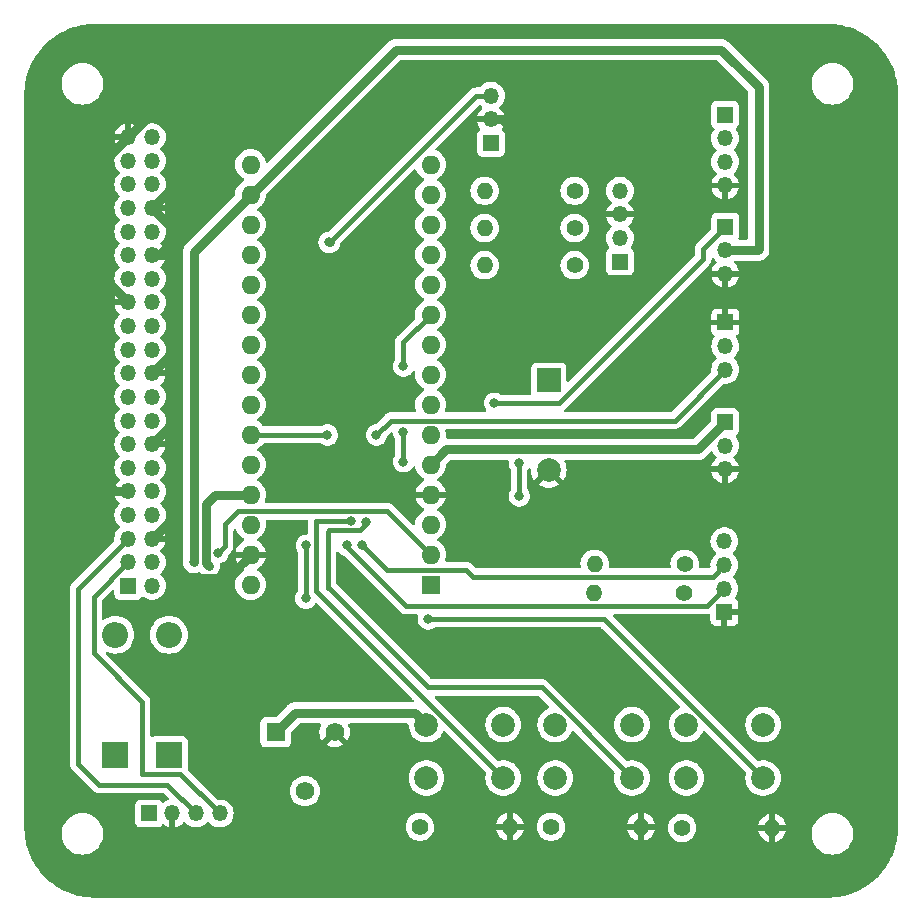
<source format=gbl>
G04 #@! TF.GenerationSoftware,KiCad,Pcbnew,7.0.1*
G04 #@! TF.CreationDate,2023-05-07T18:37:19+02:00*
G04 #@! TF.ProjectId,carte_v2,63617274-655f-4763-922e-6b696361645f,rev?*
G04 #@! TF.SameCoordinates,Original*
G04 #@! TF.FileFunction,Copper,L2,Bot*
G04 #@! TF.FilePolarity,Positive*
%FSLAX46Y46*%
G04 Gerber Fmt 4.6, Leading zero omitted, Abs format (unit mm)*
G04 Created by KiCad (PCBNEW 7.0.1) date 2023-05-07 18:37:19*
%MOMM*%
%LPD*%
G01*
G04 APERTURE LIST*
G04 #@! TA.AperFunction,ComponentPad*
%ADD10O,1.350000X1.350000*%
G04 #@! TD*
G04 #@! TA.AperFunction,ComponentPad*
%ADD11R,1.350000X1.350000*%
G04 #@! TD*
G04 #@! TA.AperFunction,ComponentPad*
%ADD12O,1.400000X1.400000*%
G04 #@! TD*
G04 #@! TA.AperFunction,ComponentPad*
%ADD13C,1.400000*%
G04 #@! TD*
G04 #@! TA.AperFunction,ComponentPad*
%ADD14R,2.000000X2.000000*%
G04 #@! TD*
G04 #@! TA.AperFunction,ComponentPad*
%ADD15C,2.000000*%
G04 #@! TD*
G04 #@! TA.AperFunction,ComponentPad*
%ADD16R,2.200000X2.200000*%
G04 #@! TD*
G04 #@! TA.AperFunction,ComponentPad*
%ADD17O,2.200000X2.200000*%
G04 #@! TD*
G04 #@! TA.AperFunction,ComponentPad*
%ADD18R,1.560000X1.560000*%
G04 #@! TD*
G04 #@! TA.AperFunction,ComponentPad*
%ADD19C,1.560000*%
G04 #@! TD*
G04 #@! TA.AperFunction,ComponentPad*
%ADD20R,1.600000X1.600000*%
G04 #@! TD*
G04 #@! TA.AperFunction,ComponentPad*
%ADD21O,1.600000X1.600000*%
G04 #@! TD*
G04 #@! TA.AperFunction,ViaPad*
%ADD22C,0.800000*%
G04 #@! TD*
G04 #@! TA.AperFunction,Conductor*
%ADD23C,0.800000*%
G04 #@! TD*
G04 #@! TA.AperFunction,Conductor*
%ADD24C,0.400000*%
G04 #@! TD*
G04 #@! TA.AperFunction,Conductor*
%ADD25C,0.250000*%
G04 #@! TD*
G04 APERTURE END LIST*
D10*
X176270000Y-76830000D03*
X176270000Y-78830000D03*
X176270000Y-80830000D03*
D11*
X176270000Y-82830000D03*
D12*
X165240000Y-81180000D03*
D13*
X172860000Y-81180000D03*
X172910000Y-78730000D03*
D12*
X165290000Y-78730000D03*
D11*
X176350000Y-50180000D03*
D10*
X176350000Y-52180000D03*
X176350000Y-54180000D03*
D11*
X156500000Y-43100000D03*
D10*
X156500000Y-41100000D03*
X156500000Y-39100000D03*
D13*
X163590000Y-53450000D03*
D12*
X155970000Y-53450000D03*
D13*
X150490000Y-101000000D03*
D12*
X158110000Y-101000000D03*
D13*
X163590000Y-47150000D03*
D12*
X155970000Y-47150000D03*
D11*
X127540000Y-99870000D03*
D10*
X129540000Y-99870000D03*
X131540000Y-99870000D03*
X133540000Y-99870000D03*
D11*
X176350000Y-58300000D03*
D10*
X176350000Y-60300000D03*
X176350000Y-62300000D03*
D14*
X161400000Y-63200000D03*
D15*
X161400000Y-70800000D03*
D13*
X172690000Y-101100000D03*
D12*
X180310000Y-101100000D03*
D11*
X176330000Y-66720000D03*
D10*
X176330000Y-68720000D03*
X176330000Y-70720000D03*
D16*
X124710000Y-94890000D03*
D17*
X124710000Y-84730000D03*
D18*
X138270000Y-92980000D03*
D19*
X140770000Y-97980000D03*
X143270000Y-92980000D03*
D15*
X173050000Y-92350000D03*
X179550000Y-92350000D03*
X173050000Y-96850000D03*
X179550000Y-96850000D03*
D13*
X161590000Y-101000000D03*
D12*
X169210000Y-101000000D03*
D11*
X167430000Y-53140000D03*
D10*
X167430000Y-51140000D03*
X167430000Y-49140000D03*
X167430000Y-47140000D03*
D15*
X161950000Y-92350000D03*
X168450000Y-92350000D03*
X161950000Y-96850000D03*
X168450000Y-96850000D03*
D13*
X163590000Y-50300000D03*
D12*
X155970000Y-50300000D03*
D11*
X176340000Y-40700000D03*
D10*
X176340000Y-42700000D03*
X176340000Y-44700000D03*
X176340000Y-46700000D03*
D20*
X151400000Y-80500000D03*
D21*
X151400000Y-77960000D03*
X151400000Y-75420000D03*
X151400000Y-72880000D03*
X151400000Y-70340000D03*
X151400000Y-67800000D03*
X151400000Y-65260000D03*
X151400000Y-62720000D03*
X151400000Y-60180000D03*
X151400000Y-57640000D03*
X151400000Y-55100000D03*
X151400000Y-52560000D03*
X151400000Y-50020000D03*
X151400000Y-47480000D03*
X151400000Y-44940000D03*
X136160000Y-44940000D03*
X136160000Y-47480000D03*
X136160000Y-50020000D03*
X136160000Y-52560000D03*
X136160000Y-55100000D03*
X136160000Y-57640000D03*
X136160000Y-60180000D03*
X136160000Y-62720000D03*
X136160000Y-65260000D03*
X136160000Y-67800000D03*
X136160000Y-70340000D03*
X136160000Y-72880000D03*
X136160000Y-75420000D03*
X136160000Y-77960000D03*
X136160000Y-80500000D03*
D15*
X151050000Y-92350000D03*
X157550000Y-92350000D03*
X151050000Y-96850000D03*
X157550000Y-96850000D03*
D16*
X129240000Y-94900000D03*
D17*
X129240000Y-84740000D03*
D11*
X125800000Y-80600000D03*
D10*
X127800000Y-80600000D03*
X125800000Y-78600000D03*
X127800000Y-78600000D03*
X125800000Y-76600000D03*
X127800000Y-76600000D03*
X125800000Y-74600000D03*
X127800000Y-74600000D03*
X125800000Y-72600000D03*
X127800000Y-72600000D03*
X125800000Y-70600000D03*
X127800000Y-70600000D03*
X125800000Y-68600000D03*
X127800000Y-68600000D03*
X125800000Y-66600000D03*
X127800000Y-66600000D03*
X125800000Y-64600000D03*
X127800000Y-64600000D03*
X125800000Y-62600000D03*
X127800000Y-62600000D03*
X125800000Y-60600000D03*
X127800000Y-60600000D03*
X125800000Y-58600000D03*
X127800000Y-58600000D03*
X125800000Y-56600000D03*
X127800000Y-56600000D03*
X125800000Y-54600000D03*
X127800000Y-54600000D03*
X125800000Y-52600000D03*
X127800000Y-52600000D03*
X125800000Y-50600000D03*
X127800000Y-50600000D03*
X125800000Y-48600000D03*
X127800000Y-48600000D03*
X125800000Y-46600000D03*
X127800000Y-46600000D03*
X125800000Y-44600000D03*
X127800000Y-44600000D03*
X125800000Y-42600000D03*
X127800000Y-42600000D03*
D22*
X130140000Y-79600000D03*
X161830000Y-56650000D03*
X132640000Y-78920000D03*
X131340000Y-78620000D03*
X142800000Y-51520000D03*
X142660000Y-67830000D03*
X146810000Y-67830000D03*
X156790000Y-65130000D03*
X144300000Y-77160500D03*
X145600000Y-77160500D03*
X133400000Y-77800000D03*
X140880000Y-77160000D03*
X140830000Y-81650000D03*
X144700000Y-75100000D03*
X149100000Y-70100000D03*
X149100000Y-67600000D03*
X149100000Y-62000000D03*
X145900000Y-75200000D03*
X151200000Y-83400000D03*
X158900000Y-73000000D03*
X158900000Y-70200000D03*
D23*
X124000000Y-71900000D02*
X124700000Y-72600000D01*
X124000000Y-54800000D02*
X125800000Y-56600000D01*
X134200000Y-79920000D02*
X136160000Y-77960000D01*
X130000000Y-60400000D02*
X130000000Y-66000000D01*
X129600000Y-52600000D02*
X130000000Y-53000000D01*
X160512297Y-44157703D02*
X161830000Y-45475406D01*
X130000000Y-46400000D02*
X130000000Y-41998438D01*
X127400000Y-41000000D02*
X125800000Y-42600000D01*
X130000000Y-60400000D02*
X127800000Y-62600000D01*
X161830000Y-45475406D02*
X161830000Y-56650000D01*
X128400000Y-52600000D02*
X130000000Y-51000000D01*
X130000000Y-66000000D02*
X130000000Y-74400000D01*
X130000000Y-41998438D02*
X129001562Y-41000000D01*
X127800000Y-48600000D02*
X130000000Y-46400000D01*
X129001562Y-41000000D02*
X127400000Y-41000000D01*
X130460000Y-79920000D02*
X134200000Y-79920000D01*
X124000000Y-44400000D02*
X124000000Y-54800000D01*
X127800000Y-52600000D02*
X129600000Y-52600000D01*
X157454594Y-41100000D02*
X160512297Y-44157703D01*
X130000000Y-66000000D02*
X130000000Y-66400000D01*
X156500000Y-41100000D02*
X157454594Y-41100000D01*
X130000000Y-53000000D02*
X130000000Y-60400000D01*
X127800000Y-52600000D02*
X128400000Y-52600000D01*
X130000000Y-51000000D02*
X130000000Y-50800000D01*
X125800000Y-42600000D02*
X124000000Y-44400000D01*
X130000000Y-50800000D02*
X127800000Y-48600000D01*
X130140000Y-79600000D02*
X130460000Y-79920000D01*
X124700000Y-72600000D02*
X125800000Y-72600000D01*
X124000000Y-54800000D02*
X124000000Y-71900000D01*
X130000000Y-66400000D02*
X127800000Y-68600000D01*
X130000000Y-74400000D02*
X127800000Y-76600000D01*
X150050000Y-91350000D02*
X139900000Y-91350000D01*
D24*
X132640000Y-78920000D02*
X132600000Y-78880000D01*
D23*
X132600000Y-78880000D02*
X132400000Y-78680000D01*
X139900000Y-91350000D02*
X138270000Y-92980000D01*
X133180000Y-72880000D02*
X135440000Y-72880000D01*
X132400000Y-78680000D02*
X132400000Y-73660000D01*
D24*
X135440000Y-72880000D02*
X136160000Y-72880000D01*
D23*
X151050000Y-92350000D02*
X150050000Y-91350000D01*
X132400000Y-73660000D02*
X133180000Y-72880000D01*
X179180000Y-38390000D02*
X179180000Y-52120000D01*
X131340000Y-78620000D02*
X131340000Y-52300000D01*
X136160000Y-47480000D02*
X148440000Y-35200000D01*
X175990000Y-35200000D02*
X179180000Y-38390000D01*
X148440000Y-35200000D02*
X175990000Y-35200000D01*
X179180000Y-52120000D02*
X179120000Y-52180000D01*
X179120000Y-52180000D02*
X176350000Y-52180000D01*
X131340000Y-52300000D02*
X136160000Y-47480000D01*
X142840101Y-51520000D02*
X142800000Y-51520000D01*
D24*
X155260101Y-39100000D02*
X142840101Y-51520000D01*
X156500000Y-39100000D02*
X155260101Y-39100000D01*
X142630000Y-67800000D02*
X136160000Y-67800000D01*
X142660000Y-67830000D02*
X142630000Y-67800000D01*
X172050000Y-66600000D02*
X148040000Y-66600000D01*
X176350000Y-62300000D02*
X172050000Y-66600000D01*
X148040000Y-66600000D02*
X146810000Y-67830000D01*
X174480000Y-52920000D02*
X162270000Y-65130000D01*
X162270000Y-65130000D02*
X156790000Y-65130000D01*
X174480000Y-52050000D02*
X174480000Y-52920000D01*
X176350000Y-50180000D02*
X174480000Y-52050000D01*
X149280000Y-82280000D02*
X174820000Y-82280000D01*
X144300000Y-77300000D02*
X149280000Y-82280000D01*
X174820000Y-82280000D02*
X176270000Y-80830000D01*
X144300000Y-77160500D02*
X144300000Y-77300000D01*
X154387057Y-79250000D02*
X154967057Y-79830000D01*
X147689500Y-79250000D02*
X154387057Y-79250000D01*
X154967057Y-79830000D02*
X175270000Y-79830000D01*
X175270000Y-79830000D02*
X176270000Y-78830000D01*
X145600000Y-77160500D02*
X147689500Y-79250000D01*
D23*
X174010000Y-69040000D02*
X152700000Y-69040000D01*
X176330000Y-66720000D02*
X174010000Y-69040000D01*
X152700000Y-69040000D02*
X151400000Y-70340000D01*
D24*
X126980000Y-96550000D02*
X126980000Y-90440000D01*
X126980000Y-90440000D02*
X122860000Y-86320000D01*
X126980000Y-96550000D02*
X130220000Y-96550000D01*
X122860000Y-81540000D02*
X125800000Y-78600000D01*
X130220000Y-96550000D02*
X133540000Y-99870000D01*
X122860000Y-86320000D02*
X122860000Y-81540000D01*
X129110000Y-97440000D02*
X131540000Y-99870000D01*
X121570000Y-80830000D02*
X121570000Y-95710000D01*
X125800000Y-76600000D02*
X121570000Y-80830000D01*
X123300000Y-97440000D02*
X129110000Y-97440000D01*
X121570000Y-95710000D02*
X123300000Y-97440000D01*
D25*
X139595000Y-74295000D02*
X139600000Y-74300000D01*
D24*
X147740000Y-74300000D02*
X151400000Y-77960000D01*
X135662943Y-74220000D02*
X136657057Y-74220000D01*
X139600000Y-74300000D02*
X147740000Y-74300000D01*
X135587943Y-74295000D02*
X135662943Y-74220000D01*
X134000000Y-77200000D02*
X134000000Y-75345304D01*
X136732057Y-74295000D02*
X139595000Y-74295000D01*
X133400000Y-77800000D02*
X134000000Y-77200000D01*
X135050304Y-74295000D02*
X135587943Y-74295000D01*
X134000000Y-75345304D02*
X135050304Y-74295000D01*
X136657057Y-74220000D02*
X136732057Y-74295000D01*
X140830000Y-81650000D02*
X140830000Y-77210000D01*
X140830000Y-77210000D02*
X140880000Y-77160000D01*
X141700000Y-81000000D02*
X141700000Y-75100000D01*
X141700000Y-75100000D02*
X144700000Y-75100000D01*
X157550000Y-96850000D02*
X141700000Y-81000000D01*
X142800000Y-75900000D02*
X145400000Y-75900000D01*
X149100000Y-62000000D02*
X149100000Y-59940000D01*
X145900000Y-75400000D02*
X145900000Y-75200000D01*
X149100000Y-59940000D02*
X151400000Y-57640000D01*
X168450000Y-96850000D02*
X160800000Y-89200000D01*
X151200000Y-89200000D02*
X142800000Y-80800000D01*
X142700000Y-76000000D02*
X142800000Y-75900000D01*
X145400000Y-75900000D02*
X145900000Y-75400000D01*
X160800000Y-89200000D02*
X151200000Y-89200000D01*
X142800000Y-80800000D02*
X142700000Y-80800000D01*
X142700000Y-80800000D02*
X142700000Y-76000000D01*
X149100000Y-70100000D02*
X149100000Y-67600000D01*
X179550000Y-96850000D02*
X166100000Y-83400000D01*
X166100000Y-83400000D02*
X151200000Y-83400000D01*
X158900000Y-73000000D02*
X158900000Y-70200000D01*
G04 #@! TA.AperFunction,Conductor*
G36*
X185002442Y-33000596D02*
G01*
X185008703Y-33000841D01*
X185241171Y-33009975D01*
X185241419Y-33010051D01*
X185241420Y-33009985D01*
X185241531Y-33009989D01*
X185472173Y-33019529D01*
X185481571Y-33020278D01*
X185723187Y-33048876D01*
X185952341Y-33077440D01*
X185961183Y-33078870D01*
X186199560Y-33126286D01*
X186200339Y-33126445D01*
X186426298Y-33173824D01*
X186434444Y-33175824D01*
X186668182Y-33241745D01*
X186669753Y-33242200D01*
X186890895Y-33308037D01*
X186898400Y-33310535D01*
X187126259Y-33394597D01*
X187128273Y-33395362D01*
X187343145Y-33479205D01*
X187349963Y-33482104D01*
X187570464Y-33583756D01*
X187572903Y-33584914D01*
X187780180Y-33686245D01*
X187786241Y-33689421D01*
X187998057Y-33808044D01*
X188000853Y-33809659D01*
X188199040Y-33927753D01*
X188204420Y-33931150D01*
X188406284Y-34066031D01*
X188409373Y-34068166D01*
X188597098Y-34202199D01*
X188601768Y-34205704D01*
X188680682Y-34267914D01*
X188792387Y-34355976D01*
X188795748Y-34358722D01*
X188971759Y-34507796D01*
X188975764Y-34511341D01*
X189153973Y-34676076D01*
X189157483Y-34679451D01*
X189320547Y-34842515D01*
X189323922Y-34846025D01*
X189488657Y-35024234D01*
X189492208Y-35028246D01*
X189641266Y-35204238D01*
X189644022Y-35207611D01*
X189794285Y-35398218D01*
X189797810Y-35402915D01*
X189931814Y-35590599D01*
X189933982Y-35593737D01*
X190068845Y-35795574D01*
X190072266Y-35800991D01*
X190190298Y-35999074D01*
X190191964Y-36001959D01*
X190310559Y-36213724D01*
X190313771Y-36219853D01*
X190415059Y-36427042D01*
X190416268Y-36429589D01*
X190517890Y-36650026D01*
X190520797Y-36656864D01*
X190604608Y-36871653D01*
X190605427Y-36873809D01*
X190689457Y-37101582D01*
X190691966Y-37109119D01*
X190757777Y-37330173D01*
X190758276Y-37331896D01*
X190824166Y-37565524D01*
X190826183Y-37573736D01*
X190873506Y-37799430D01*
X190873762Y-37800686D01*
X190921127Y-38038810D01*
X190922558Y-38047663D01*
X190951103Y-38276658D01*
X190951195Y-38277421D01*
X190979717Y-38518401D01*
X190980471Y-38527852D01*
X190990014Y-38758577D01*
X190990024Y-38758833D01*
X190999404Y-38997557D01*
X190999500Y-39002425D01*
X190999500Y-100997575D01*
X190999404Y-101002444D01*
X190990024Y-101241167D01*
X190990014Y-101241422D01*
X190980471Y-101472146D01*
X190979717Y-101481597D01*
X190951195Y-101722577D01*
X190951103Y-101723340D01*
X190922558Y-101952335D01*
X190921127Y-101961188D01*
X190873762Y-102199312D01*
X190873506Y-102200568D01*
X190826183Y-102426262D01*
X190824166Y-102434474D01*
X190758276Y-102668102D01*
X190757777Y-102669825D01*
X190691966Y-102890879D01*
X190689457Y-102898416D01*
X190605427Y-103126189D01*
X190604608Y-103128345D01*
X190520797Y-103343134D01*
X190517890Y-103349972D01*
X190416268Y-103570409D01*
X190415059Y-103572956D01*
X190313771Y-103780145D01*
X190310559Y-103786274D01*
X190191964Y-103998039D01*
X190190298Y-104000924D01*
X190072266Y-104199007D01*
X190068845Y-104204424D01*
X189933982Y-104406261D01*
X189931797Y-104409424D01*
X189797823Y-104597066D01*
X189794285Y-104601780D01*
X189644022Y-104792387D01*
X189641266Y-104795760D01*
X189492224Y-104971734D01*
X189488657Y-104975764D01*
X189323922Y-105153973D01*
X189320547Y-105157483D01*
X189157483Y-105320547D01*
X189153973Y-105323922D01*
X188975764Y-105488657D01*
X188971734Y-105492224D01*
X188795760Y-105641266D01*
X188792387Y-105644022D01*
X188601780Y-105794285D01*
X188597066Y-105797823D01*
X188409424Y-105931797D01*
X188406261Y-105933982D01*
X188204424Y-106068845D01*
X188199007Y-106072266D01*
X188000924Y-106190298D01*
X187998039Y-106191964D01*
X187786274Y-106310559D01*
X187780145Y-106313771D01*
X187572956Y-106415059D01*
X187570409Y-106416268D01*
X187349972Y-106517890D01*
X187343134Y-106520797D01*
X187128345Y-106604608D01*
X187126189Y-106605427D01*
X186898416Y-106689457D01*
X186890879Y-106691966D01*
X186669825Y-106757777D01*
X186668102Y-106758276D01*
X186434474Y-106824166D01*
X186426262Y-106826183D01*
X186200568Y-106873506D01*
X186199312Y-106873762D01*
X185961188Y-106921127D01*
X185952335Y-106922558D01*
X185723340Y-106951103D01*
X185722577Y-106951195D01*
X185481597Y-106979717D01*
X185472146Y-106980471D01*
X185241422Y-106990014D01*
X185241167Y-106990024D01*
X185009467Y-106999128D01*
X185002442Y-106999404D01*
X184997575Y-106999500D01*
X123002425Y-106999500D01*
X122997557Y-106999404D01*
X122758832Y-106990024D01*
X122758579Y-106989946D01*
X122758577Y-106990014D01*
X122527852Y-106980471D01*
X122518401Y-106979717D01*
X122277421Y-106951195D01*
X122276658Y-106951103D01*
X122047663Y-106922558D01*
X122038810Y-106921127D01*
X121800686Y-106873762D01*
X121799430Y-106873506D01*
X121573736Y-106826183D01*
X121565524Y-106824166D01*
X121331896Y-106758276D01*
X121330173Y-106757777D01*
X121109119Y-106691966D01*
X121101582Y-106689457D01*
X120873809Y-106605427D01*
X120871653Y-106604608D01*
X120656864Y-106520797D01*
X120650026Y-106517890D01*
X120429589Y-106416268D01*
X120427042Y-106415059D01*
X120219853Y-106313771D01*
X120213732Y-106310563D01*
X120086754Y-106239452D01*
X120001959Y-106191964D01*
X119999100Y-106190313D01*
X119800980Y-106072259D01*
X119795574Y-106068845D01*
X119593737Y-105933982D01*
X119590599Y-105931814D01*
X119402915Y-105797810D01*
X119398218Y-105794285D01*
X119207611Y-105644022D01*
X119204238Y-105641266D01*
X119028246Y-105492208D01*
X119024234Y-105488657D01*
X118846025Y-105323922D01*
X118842515Y-105320547D01*
X118679451Y-105157483D01*
X118676076Y-105153973D01*
X118511341Y-104975764D01*
X118507796Y-104971759D01*
X118358722Y-104795748D01*
X118355976Y-104792387D01*
X118205713Y-104601780D01*
X118202199Y-104597098D01*
X118068166Y-104409373D01*
X118066031Y-104406284D01*
X117931150Y-104204420D01*
X117927753Y-104199040D01*
X117809659Y-104000853D01*
X117808034Y-103998039D01*
X117689421Y-103786241D01*
X117686245Y-103780180D01*
X117584914Y-103572903D01*
X117583756Y-103570464D01*
X117482104Y-103349963D01*
X117479201Y-103343134D01*
X117416158Y-103181568D01*
X117395362Y-103128273D01*
X117394597Y-103126259D01*
X117310535Y-102898400D01*
X117308037Y-102890895D01*
X117242200Y-102669753D01*
X117241745Y-102668182D01*
X117175824Y-102434444D01*
X117173824Y-102426298D01*
X117126445Y-102200339D01*
X117126286Y-102199560D01*
X117078870Y-101961183D01*
X117077440Y-101952335D01*
X117072400Y-101911899D01*
X117049873Y-101731182D01*
X120169500Y-101731182D01*
X120208604Y-101990615D01*
X120285937Y-102241323D01*
X120399772Y-102477704D01*
X120503630Y-102630035D01*
X120547571Y-102694485D01*
X120695531Y-102853947D01*
X120726019Y-102886805D01*
X120931143Y-103050386D01*
X121158357Y-103181568D01*
X121402584Y-103277420D01*
X121658370Y-103335802D01*
X121714408Y-103340001D01*
X121854501Y-103350500D01*
X121854506Y-103350500D01*
X121985494Y-103350500D01*
X121985499Y-103350500D01*
X122108078Y-103341313D01*
X122181630Y-103335802D01*
X122437416Y-103277420D01*
X122681643Y-103181568D01*
X122908857Y-103050386D01*
X123113981Y-102886805D01*
X123213273Y-102779792D01*
X123292428Y-102694485D01*
X123292429Y-102694482D01*
X123292433Y-102694479D01*
X123440228Y-102477704D01*
X123554063Y-102241323D01*
X123631396Y-101990615D01*
X123670500Y-101731182D01*
X123670500Y-101468818D01*
X123631396Y-101209385D01*
X123554063Y-100958677D01*
X123440228Y-100722296D01*
X123292433Y-100505521D01*
X123292432Y-100505520D01*
X123292428Y-100505514D01*
X123113984Y-100313198D01*
X123113983Y-100313197D01*
X123113981Y-100313195D01*
X122908857Y-100149614D01*
X122908856Y-100149613D01*
X122681641Y-100018431D01*
X122437418Y-99922580D01*
X122181627Y-99864197D01*
X121985499Y-99849500D01*
X121985494Y-99849500D01*
X121854506Y-99849500D01*
X121854501Y-99849500D01*
X121658372Y-99864197D01*
X121402581Y-99922580D01*
X121158358Y-100018431D01*
X120931143Y-100149613D01*
X120726015Y-100313198D01*
X120547571Y-100505514D01*
X120488014Y-100592869D01*
X120399772Y-100722296D01*
X120285937Y-100958677D01*
X120208604Y-101209385D01*
X120169500Y-101468818D01*
X120169500Y-101731182D01*
X117049873Y-101731182D01*
X117048876Y-101723187D01*
X117020278Y-101481571D01*
X117019529Y-101472173D01*
X117009975Y-101241166D01*
X117008726Y-101209385D01*
X117000596Y-101002443D01*
X117000500Y-100997575D01*
X117000500Y-95752607D01*
X120865641Y-95752607D01*
X120876483Y-95811771D01*
X120877610Y-95819172D01*
X120884860Y-95878873D01*
X120888450Y-95888339D01*
X120894475Y-95909952D01*
X120896303Y-95919929D01*
X120920991Y-95974783D01*
X120923856Y-95981701D01*
X120945160Y-96037872D01*
X120945182Y-96037930D01*
X120950941Y-96046273D01*
X120961961Y-96065813D01*
X120966120Y-96075054D01*
X120966121Y-96075055D01*
X120966122Y-96075057D01*
X120980735Y-96093709D01*
X121003216Y-96122405D01*
X121007651Y-96128432D01*
X121011077Y-96133395D01*
X121031798Y-96163415D01*
X121041817Y-96177929D01*
X121086847Y-96217822D01*
X121092283Y-96222940D01*
X122787058Y-97917715D01*
X122792178Y-97923153D01*
X122832071Y-97968183D01*
X122832072Y-97968184D01*
X122881569Y-98002349D01*
X122887602Y-98006788D01*
X122934943Y-98043877D01*
X122944174Y-98048031D01*
X122963726Y-98059058D01*
X122972070Y-98064818D01*
X123028322Y-98086151D01*
X123035228Y-98089012D01*
X123090068Y-98113694D01*
X123100030Y-98115519D01*
X123121650Y-98121546D01*
X123131125Y-98125139D01*
X123131128Y-98125140D01*
X123190856Y-98132392D01*
X123198201Y-98133509D01*
X123257394Y-98144357D01*
X123317421Y-98140726D01*
X123324909Y-98140500D01*
X128768481Y-98140500D01*
X128815934Y-98149939D01*
X128856162Y-98176819D01*
X129224704Y-98545361D01*
X129255889Y-98597732D01*
X129258353Y-98658636D01*
X129231499Y-98713355D01*
X129181817Y-98748668D01*
X129014017Y-98813674D01*
X128828871Y-98928313D01*
X128817888Y-98938325D01*
X128756964Y-98968606D01*
X128689233Y-98962185D01*
X128635086Y-98920997D01*
X128572546Y-98837454D01*
X128457331Y-98751204D01*
X128322483Y-98700909D01*
X128262873Y-98694500D01*
X128262869Y-98694500D01*
X126817130Y-98694500D01*
X126757515Y-98700909D01*
X126622669Y-98751204D01*
X126507454Y-98837454D01*
X126421204Y-98952668D01*
X126370909Y-99087516D01*
X126364500Y-99147130D01*
X126364500Y-100592869D01*
X126370909Y-100652484D01*
X126375698Y-100665323D01*
X126421204Y-100787331D01*
X126507454Y-100902546D01*
X126622669Y-100988796D01*
X126757517Y-101039091D01*
X126817127Y-101045500D01*
X128262872Y-101045499D01*
X128322483Y-101039091D01*
X128457331Y-100988796D01*
X128572546Y-100902546D01*
X128635086Y-100819002D01*
X128689234Y-100777813D01*
X128756966Y-100771394D01*
X128817890Y-100801677D01*
X128828868Y-100811685D01*
X129014012Y-100926322D01*
X129217069Y-101004986D01*
X129290000Y-101018620D01*
X129290000Y-99744000D01*
X129306613Y-99682000D01*
X129352000Y-99636613D01*
X129414000Y-99620000D01*
X129666000Y-99620000D01*
X129728000Y-99636613D01*
X129773387Y-99682000D01*
X129790000Y-99744000D01*
X129790000Y-101018620D01*
X129862930Y-101004986D01*
X130065987Y-100926322D01*
X130251131Y-100811685D01*
X130412052Y-100664987D01*
X130440730Y-100627011D01*
X130484413Y-100590737D01*
X130539685Y-100577736D01*
X130594957Y-100590735D01*
X130638640Y-100627009D01*
X130667573Y-100665323D01*
X130790970Y-100777813D01*
X130828568Y-100812088D01*
X130921178Y-100869429D01*
X131013791Y-100926773D01*
X131173888Y-100988795D01*
X131216931Y-101005470D01*
X131431074Y-101045500D01*
X131648924Y-101045500D01*
X131648926Y-101045500D01*
X131863069Y-101005470D01*
X131998496Y-100953004D01*
X132066208Y-100926773D01*
X132066210Y-100926772D01*
X132251432Y-100812088D01*
X132412427Y-100665322D01*
X132441044Y-100627425D01*
X132484726Y-100591152D01*
X132539997Y-100578151D01*
X132595269Y-100591150D01*
X132638952Y-100627423D01*
X132667572Y-100665322D01*
X132790970Y-100777813D01*
X132828568Y-100812088D01*
X132921178Y-100869429D01*
X133013791Y-100926773D01*
X133173888Y-100988795D01*
X133216931Y-101005470D01*
X133431074Y-101045500D01*
X133648924Y-101045500D01*
X133648926Y-101045500D01*
X133863069Y-101005470D01*
X133877188Y-101000000D01*
X149284357Y-101000000D01*
X149284819Y-101004986D01*
X149304885Y-101221537D01*
X149365769Y-101435526D01*
X149464941Y-101634688D01*
X149599019Y-101812237D01*
X149763437Y-101962124D01*
X149952595Y-102079245D01*
X149952597Y-102079245D01*
X149952599Y-102079247D01*
X150160060Y-102159618D01*
X150378757Y-102200500D01*
X150601241Y-102200500D01*
X150601243Y-102200500D01*
X150819940Y-102159618D01*
X151027401Y-102079247D01*
X151216562Y-101962124D01*
X151380981Y-101812236D01*
X151515058Y-101634689D01*
X151614229Y-101435528D01*
X151614280Y-101435351D01*
X151646662Y-101321537D01*
X151667016Y-101250000D01*
X156933505Y-101250000D01*
X156986240Y-101435351D01*
X157085365Y-101634422D01*
X157219390Y-101811899D01*
X157383737Y-101961721D01*
X157572821Y-102078797D01*
X157780199Y-102159135D01*
X157860000Y-102174052D01*
X157860000Y-101250000D01*
X158360000Y-101250000D01*
X158360000Y-102174052D01*
X158439800Y-102159135D01*
X158647178Y-102078797D01*
X158836262Y-101961721D01*
X159000609Y-101811899D01*
X159134634Y-101634422D01*
X159233759Y-101435351D01*
X159286495Y-101250000D01*
X158360000Y-101250000D01*
X157860000Y-101250000D01*
X156933505Y-101250000D01*
X151667016Y-101250000D01*
X151675115Y-101221536D01*
X151695643Y-101000000D01*
X160384357Y-101000000D01*
X160384819Y-101004986D01*
X160404885Y-101221537D01*
X160465769Y-101435526D01*
X160564941Y-101634688D01*
X160699019Y-101812237D01*
X160863437Y-101962124D01*
X161052595Y-102079245D01*
X161052597Y-102079245D01*
X161052599Y-102079247D01*
X161260060Y-102159618D01*
X161478757Y-102200500D01*
X161701241Y-102200500D01*
X161701243Y-102200500D01*
X161919940Y-102159618D01*
X162127401Y-102079247D01*
X162316562Y-101962124D01*
X162480981Y-101812236D01*
X162615058Y-101634689D01*
X162714229Y-101435528D01*
X162714280Y-101435351D01*
X162746662Y-101321537D01*
X162767016Y-101250000D01*
X168033505Y-101250000D01*
X168086240Y-101435351D01*
X168185365Y-101634422D01*
X168319390Y-101811899D01*
X168483737Y-101961721D01*
X168672821Y-102078797D01*
X168880199Y-102159135D01*
X168960000Y-102174052D01*
X168960000Y-101250000D01*
X169460000Y-101250000D01*
X169460000Y-102174052D01*
X169539800Y-102159135D01*
X169747178Y-102078797D01*
X169936262Y-101961721D01*
X170100609Y-101811899D01*
X170234634Y-101634422D01*
X170333759Y-101435351D01*
X170386495Y-101250000D01*
X169460000Y-101250000D01*
X168960000Y-101250000D01*
X168033505Y-101250000D01*
X162767016Y-101250000D01*
X162775115Y-101221536D01*
X162786377Y-101099999D01*
X171484357Y-101099999D01*
X171504885Y-101321537D01*
X171565769Y-101535526D01*
X171664941Y-101734688D01*
X171799019Y-101912237D01*
X171963437Y-102062124D01*
X172152595Y-102179245D01*
X172152597Y-102179245D01*
X172152599Y-102179247D01*
X172360060Y-102259618D01*
X172578757Y-102300500D01*
X172801241Y-102300500D01*
X172801243Y-102300500D01*
X173019940Y-102259618D01*
X173227401Y-102179247D01*
X173416562Y-102062124D01*
X173417004Y-102061721D01*
X173580980Y-101912237D01*
X173581235Y-101911899D01*
X173715058Y-101734689D01*
X173814229Y-101535528D01*
X173814280Y-101535351D01*
X173867016Y-101350000D01*
X179133505Y-101350000D01*
X179186240Y-101535351D01*
X179285365Y-101734422D01*
X179419390Y-101911899D01*
X179583737Y-102061721D01*
X179772821Y-102178797D01*
X179980199Y-102259135D01*
X180060000Y-102274052D01*
X180060000Y-101350000D01*
X180560000Y-101350000D01*
X180560000Y-102274052D01*
X180639800Y-102259135D01*
X180847178Y-102178797D01*
X181036262Y-102061721D01*
X181200609Y-101911899D01*
X181334634Y-101734422D01*
X181336247Y-101731182D01*
X183669500Y-101731182D01*
X183708604Y-101990615D01*
X183785937Y-102241323D01*
X183899772Y-102477704D01*
X184003630Y-102630035D01*
X184047571Y-102694485D01*
X184195531Y-102853947D01*
X184226019Y-102886805D01*
X184431143Y-103050386D01*
X184658357Y-103181568D01*
X184902584Y-103277420D01*
X185158370Y-103335802D01*
X185214408Y-103340001D01*
X185354501Y-103350500D01*
X185354506Y-103350500D01*
X185485494Y-103350500D01*
X185485499Y-103350500D01*
X185608078Y-103341313D01*
X185681630Y-103335802D01*
X185937416Y-103277420D01*
X186181643Y-103181568D01*
X186408857Y-103050386D01*
X186613981Y-102886805D01*
X186713273Y-102779792D01*
X186792428Y-102694485D01*
X186792429Y-102694482D01*
X186792433Y-102694479D01*
X186940228Y-102477704D01*
X187054063Y-102241323D01*
X187131396Y-101990615D01*
X187170500Y-101731182D01*
X187170500Y-101468818D01*
X187131396Y-101209385D01*
X187054063Y-100958677D01*
X186940228Y-100722296D01*
X186792433Y-100505521D01*
X186792432Y-100505520D01*
X186792428Y-100505514D01*
X186613984Y-100313198D01*
X186613983Y-100313197D01*
X186613981Y-100313195D01*
X186408857Y-100149614D01*
X186408856Y-100149613D01*
X186181641Y-100018431D01*
X185937418Y-99922580D01*
X185681627Y-99864197D01*
X185485499Y-99849500D01*
X185485494Y-99849500D01*
X185354506Y-99849500D01*
X185354501Y-99849500D01*
X185158372Y-99864197D01*
X184902581Y-99922580D01*
X184658358Y-100018431D01*
X184431143Y-100149613D01*
X184226015Y-100313198D01*
X184047571Y-100505514D01*
X183988014Y-100592869D01*
X183899772Y-100722296D01*
X183785937Y-100958677D01*
X183708604Y-101209385D01*
X183669500Y-101468818D01*
X183669500Y-101731182D01*
X181336247Y-101731182D01*
X181433759Y-101535351D01*
X181486495Y-101350000D01*
X180560000Y-101350000D01*
X180060000Y-101350000D01*
X179133505Y-101350000D01*
X173867016Y-101350000D01*
X173875115Y-101321536D01*
X173895643Y-101100000D01*
X173875115Y-100878464D01*
X173867016Y-100850000D01*
X179133505Y-100850000D01*
X180060000Y-100850000D01*
X180060000Y-99925948D01*
X180560000Y-99925948D01*
X180560000Y-100850000D01*
X181486495Y-100850000D01*
X181433759Y-100664648D01*
X181334634Y-100465577D01*
X181200609Y-100288100D01*
X181036262Y-100138278D01*
X180847178Y-100021202D01*
X180639800Y-99940864D01*
X180560000Y-99925948D01*
X180060000Y-99925948D01*
X179980199Y-99940864D01*
X179772821Y-100021202D01*
X179583737Y-100138278D01*
X179419390Y-100288100D01*
X179285365Y-100465577D01*
X179186240Y-100664648D01*
X179133505Y-100850000D01*
X173867016Y-100850000D01*
X173830682Y-100722298D01*
X173814230Y-100664473D01*
X173715058Y-100465311D01*
X173580980Y-100287762D01*
X173416562Y-100137875D01*
X173227404Y-100020754D01*
X173166174Y-99997033D01*
X173019940Y-99940382D01*
X172801243Y-99899500D01*
X172578757Y-99899500D01*
X172360059Y-99940382D01*
X172360060Y-99940382D01*
X172152595Y-100020754D01*
X171963437Y-100137875D01*
X171799019Y-100287762D01*
X171664941Y-100465311D01*
X171565769Y-100664473D01*
X171504885Y-100878462D01*
X171484357Y-101099999D01*
X162786377Y-101099999D01*
X162795643Y-101000000D01*
X162775115Y-100778464D01*
X162767016Y-100750000D01*
X168033505Y-100750000D01*
X168960000Y-100750000D01*
X168960000Y-99825948D01*
X169460000Y-99825948D01*
X169460000Y-100750000D01*
X170386495Y-100750000D01*
X170333759Y-100564648D01*
X170234634Y-100365577D01*
X170100609Y-100188100D01*
X169936262Y-100038278D01*
X169747178Y-99921202D01*
X169539800Y-99840864D01*
X169460000Y-99825948D01*
X168960000Y-99825948D01*
X168880199Y-99840864D01*
X168672821Y-99921202D01*
X168483737Y-100038278D01*
X168319390Y-100188100D01*
X168185365Y-100365577D01*
X168086240Y-100564648D01*
X168033505Y-100750000D01*
X162767016Y-100750000D01*
X162742682Y-100664473D01*
X162714230Y-100564473D01*
X162615058Y-100365311D01*
X162480980Y-100187762D01*
X162316562Y-100037875D01*
X162127404Y-99920754D01*
X162066174Y-99897033D01*
X161919940Y-99840382D01*
X161701243Y-99799500D01*
X161478757Y-99799500D01*
X161260060Y-99840381D01*
X161260060Y-99840382D01*
X161052595Y-99920754D01*
X160863437Y-100037875D01*
X160699019Y-100187762D01*
X160564941Y-100365311D01*
X160465769Y-100564473D01*
X160404885Y-100778462D01*
X160401769Y-100812087D01*
X160384357Y-101000000D01*
X151695643Y-101000000D01*
X151675115Y-100778464D01*
X151667016Y-100750000D01*
X156933505Y-100750000D01*
X157860000Y-100750000D01*
X157860000Y-99825948D01*
X158360000Y-99825948D01*
X158360000Y-100750000D01*
X159286495Y-100750000D01*
X159233759Y-100564648D01*
X159134634Y-100365577D01*
X159000609Y-100188100D01*
X158836262Y-100038278D01*
X158647178Y-99921202D01*
X158439800Y-99840864D01*
X158360000Y-99825948D01*
X157860000Y-99825948D01*
X157780199Y-99840864D01*
X157572821Y-99921202D01*
X157383737Y-100038278D01*
X157219390Y-100188100D01*
X157085365Y-100365577D01*
X156986240Y-100564648D01*
X156933505Y-100750000D01*
X151667016Y-100750000D01*
X151642682Y-100664473D01*
X151614230Y-100564473D01*
X151515058Y-100365311D01*
X151380980Y-100187762D01*
X151216562Y-100037875D01*
X151027404Y-99920754D01*
X150966174Y-99897033D01*
X150819940Y-99840382D01*
X150601243Y-99799500D01*
X150378757Y-99799500D01*
X150160060Y-99840381D01*
X150160060Y-99840382D01*
X149952595Y-99920754D01*
X149763437Y-100037875D01*
X149599019Y-100187762D01*
X149464941Y-100365311D01*
X149365769Y-100564473D01*
X149304885Y-100778462D01*
X149301769Y-100812087D01*
X149284357Y-101000000D01*
X133877188Y-101000000D01*
X133998496Y-100953004D01*
X134066208Y-100926773D01*
X134066210Y-100926772D01*
X134251432Y-100812088D01*
X134412427Y-100665322D01*
X134543712Y-100491472D01*
X134640817Y-100296459D01*
X134640818Y-100296457D01*
X134700435Y-100086925D01*
X134706566Y-100020754D01*
X134720536Y-99870000D01*
X134700435Y-99653077D01*
X134700435Y-99653074D01*
X134640818Y-99443542D01*
X134543712Y-99248528D01*
X134412426Y-99074676D01*
X134251432Y-98927912D01*
X134066208Y-98813226D01*
X133863073Y-98734531D01*
X133863070Y-98734530D01*
X133863069Y-98734530D01*
X133648926Y-98694500D01*
X133431074Y-98694500D01*
X133419584Y-98694500D01*
X133419584Y-98693766D01*
X133371892Y-98691007D01*
X133320895Y-98660238D01*
X132640657Y-97980000D01*
X139484608Y-97980000D01*
X139504136Y-98203203D01*
X139543604Y-98350500D01*
X139562128Y-98419630D01*
X139656819Y-98622696D01*
X139785333Y-98806233D01*
X139943767Y-98964667D01*
X140127304Y-99093181D01*
X140330370Y-99187872D01*
X140546794Y-99245863D01*
X140770000Y-99265391D01*
X140993206Y-99245863D01*
X141209630Y-99187872D01*
X141412696Y-99093181D01*
X141596233Y-98964667D01*
X141754667Y-98806233D01*
X141883181Y-98622696D01*
X141977872Y-98419630D01*
X142035863Y-98203206D01*
X142055391Y-97980000D01*
X142035863Y-97756794D01*
X141977872Y-97540370D01*
X141883181Y-97337305D01*
X141754667Y-97153767D01*
X141596233Y-96995333D01*
X141412696Y-96866819D01*
X141376628Y-96850000D01*
X149544356Y-96850000D01*
X149564891Y-97097816D01*
X149564891Y-97097819D01*
X149564892Y-97097821D01*
X149625937Y-97338881D01*
X149670960Y-97441523D01*
X149725825Y-97566604D01*
X149725827Y-97566607D01*
X149861836Y-97774785D01*
X150030256Y-97957738D01*
X150030259Y-97957740D01*
X150226485Y-98110470D01*
X150226487Y-98110471D01*
X150226491Y-98110474D01*
X150445190Y-98228828D01*
X150680386Y-98309571D01*
X150925665Y-98350500D01*
X151174335Y-98350500D01*
X151419614Y-98309571D01*
X151654810Y-98228828D01*
X151873509Y-98110474D01*
X152069744Y-97957738D01*
X152238164Y-97774785D01*
X152374173Y-97566607D01*
X152474063Y-97338881D01*
X152535108Y-97097821D01*
X152555643Y-96850000D01*
X152535108Y-96602179D01*
X152474063Y-96361119D01*
X152374173Y-96133393D01*
X152238164Y-95925215D01*
X152069744Y-95742262D01*
X152001096Y-95688831D01*
X151873514Y-95589529D01*
X151873510Y-95589526D01*
X151873509Y-95589526D01*
X151654810Y-95471172D01*
X151654806Y-95471170D01*
X151654805Y-95471170D01*
X151419615Y-95390429D01*
X151174335Y-95349500D01*
X150925665Y-95349500D01*
X150680384Y-95390429D01*
X150445194Y-95471170D01*
X150226485Y-95589529D01*
X150030259Y-95742259D01*
X150030256Y-95742261D01*
X150030256Y-95742262D01*
X149904498Y-95878872D01*
X149861837Y-95925214D01*
X149725825Y-96133395D01*
X149635780Y-96338678D01*
X149625937Y-96361119D01*
X149593173Y-96490500D01*
X149564891Y-96602183D01*
X149544356Y-96850000D01*
X141376628Y-96850000D01*
X141319069Y-96823160D01*
X141209631Y-96772128D01*
X140993203Y-96714136D01*
X140770000Y-96694608D01*
X140546796Y-96714136D01*
X140330368Y-96772128D01*
X140127304Y-96866819D01*
X139943766Y-96995333D01*
X139785333Y-97153766D01*
X139656819Y-97337304D01*
X139562128Y-97540368D01*
X139504136Y-97756796D01*
X139484608Y-97980000D01*
X132640657Y-97980000D01*
X130869639Y-96208982D01*
X130840383Y-96162554D01*
X130834031Y-96108045D01*
X130837577Y-96075057D01*
X130840500Y-96047873D01*
X130840499Y-93752128D01*
X130834091Y-93692517D01*
X130783796Y-93557669D01*
X130697546Y-93442454D01*
X130582331Y-93356204D01*
X130447483Y-93305909D01*
X130387873Y-93299500D01*
X130387869Y-93299500D01*
X128092130Y-93299500D01*
X128032515Y-93305909D01*
X127897667Y-93356204D01*
X127878811Y-93370321D01*
X127815553Y-93394561D01*
X127748996Y-93381939D01*
X127699005Y-93336222D01*
X127680500Y-93271055D01*
X127680500Y-90464921D01*
X127680726Y-90457434D01*
X127682023Y-90435985D01*
X127684358Y-90397394D01*
X127673507Y-90338185D01*
X127672390Y-90330841D01*
X127665140Y-90271128D01*
X127661547Y-90261656D01*
X127655522Y-90240044D01*
X127653695Y-90230069D01*
X127629007Y-90175217D01*
X127626147Y-90168313D01*
X127604818Y-90112070D01*
X127599061Y-90103730D01*
X127588035Y-90084181D01*
X127583877Y-90074941D01*
X127546785Y-90027597D01*
X127542355Y-90021577D01*
X127508183Y-89972071D01*
X127463153Y-89932178D01*
X127457715Y-89927058D01*
X123926851Y-86396194D01*
X123893958Y-86337460D01*
X123896601Y-86270195D01*
X123934001Y-86214223D01*
X123995134Y-86186040D01*
X124061983Y-86193951D01*
X124213889Y-86256873D01*
X124458852Y-86315683D01*
X124710000Y-86335449D01*
X124961148Y-86315683D01*
X125206111Y-86256873D01*
X125438859Y-86160466D01*
X125653659Y-86028836D01*
X125845224Y-85865224D01*
X126008836Y-85673659D01*
X126140466Y-85458859D01*
X126236873Y-85226111D01*
X126295683Y-84981148D01*
X126314662Y-84740000D01*
X127634551Y-84740000D01*
X127654317Y-84991149D01*
X127713126Y-85236110D01*
X127761330Y-85352485D01*
X127809534Y-85468859D01*
X127941164Y-85683659D01*
X128104776Y-85875224D01*
X128296341Y-86038836D01*
X128511141Y-86170466D01*
X128743889Y-86266873D01*
X128988852Y-86325683D01*
X129240000Y-86345449D01*
X129491148Y-86325683D01*
X129736111Y-86266873D01*
X129968859Y-86170466D01*
X130183659Y-86038836D01*
X130375224Y-85875224D01*
X130538836Y-85683659D01*
X130670466Y-85468859D01*
X130766873Y-85236111D01*
X130825683Y-84991148D01*
X130845449Y-84740000D01*
X130825683Y-84488852D01*
X130766873Y-84243889D01*
X130670466Y-84011141D01*
X130538836Y-83796341D01*
X130375224Y-83604776D01*
X130183659Y-83441164D01*
X129968859Y-83309534D01*
X129852484Y-83261330D01*
X129736110Y-83213126D01*
X129491149Y-83154317D01*
X129345041Y-83142818D01*
X129240000Y-83134551D01*
X129239999Y-83134551D01*
X128988850Y-83154317D01*
X128743889Y-83213126D01*
X128511139Y-83309535D01*
X128296342Y-83441163D01*
X128104776Y-83604776D01*
X127941163Y-83796342D01*
X127809535Y-84011139D01*
X127713126Y-84243889D01*
X127654317Y-84488850D01*
X127634551Y-84740000D01*
X126314662Y-84740000D01*
X126315449Y-84730000D01*
X126295683Y-84478852D01*
X126236873Y-84233889D01*
X126140466Y-84001141D01*
X126008836Y-83786341D01*
X125845224Y-83594776D01*
X125653659Y-83431164D01*
X125438859Y-83299534D01*
X125322484Y-83251330D01*
X125206110Y-83203126D01*
X124961149Y-83144317D01*
X124710000Y-83124551D01*
X124458850Y-83144317D01*
X124213889Y-83203126D01*
X123981139Y-83299535D01*
X123766342Y-83431163D01*
X123765031Y-83432283D01*
X123763097Y-83433151D01*
X123758020Y-83436263D01*
X123757620Y-83435611D01*
X123701489Y-83460823D01*
X123632586Y-83450602D01*
X123580065Y-83404845D01*
X123560500Y-83337992D01*
X123560500Y-81881519D01*
X123569939Y-81834066D01*
X123596819Y-81793838D01*
X123771255Y-81619402D01*
X124412822Y-80977834D01*
X124462182Y-80947586D01*
X124519898Y-80943044D01*
X124573385Y-80965199D01*
X124610985Y-81009222D01*
X124624500Y-81065517D01*
X124624500Y-81322869D01*
X124630909Y-81382484D01*
X124635698Y-81395323D01*
X124681204Y-81517331D01*
X124767454Y-81632546D01*
X124882669Y-81718796D01*
X125017517Y-81769091D01*
X125077127Y-81775500D01*
X126522872Y-81775499D01*
X126582483Y-81769091D01*
X126717331Y-81718796D01*
X126832546Y-81632546D01*
X126894785Y-81549404D01*
X126948933Y-81508216D01*
X127016665Y-81501796D01*
X127077588Y-81532078D01*
X127088568Y-81542088D01*
X127100387Y-81549406D01*
X127273791Y-81656773D01*
X127433888Y-81718795D01*
X127476931Y-81735470D01*
X127691074Y-81775500D01*
X127908924Y-81775500D01*
X127908926Y-81775500D01*
X128123069Y-81735470D01*
X128258496Y-81683004D01*
X128326208Y-81656773D01*
X128337147Y-81650000D01*
X128511432Y-81542088D01*
X128672427Y-81395322D01*
X128803712Y-81221472D01*
X128900817Y-81026459D01*
X128900818Y-81026457D01*
X128960435Y-80816925D01*
X128967148Y-80744476D01*
X128980536Y-80600000D01*
X128971269Y-80499999D01*
X134854531Y-80499999D01*
X134874364Y-80726689D01*
X134933261Y-80946497D01*
X135029432Y-81152735D01*
X135159953Y-81339140D01*
X135320859Y-81500046D01*
X135507264Y-81630567D01*
X135507265Y-81630567D01*
X135507266Y-81630568D01*
X135713504Y-81726739D01*
X135933308Y-81785635D01*
X136160000Y-81805468D01*
X136386692Y-81785635D01*
X136606496Y-81726739D01*
X136812734Y-81630568D01*
X136999139Y-81500047D01*
X137160047Y-81339139D01*
X137290568Y-81152734D01*
X137386739Y-80946496D01*
X137445635Y-80726692D01*
X137465468Y-80500000D01*
X137445635Y-80273308D01*
X137386739Y-80053504D01*
X137290568Y-79847266D01*
X137271826Y-79820500D01*
X137160046Y-79660859D01*
X136999140Y-79499953D01*
X136812736Y-79369433D01*
X136812730Y-79369430D01*
X136754132Y-79342105D01*
X136701958Y-79296348D01*
X136682539Y-79229723D01*
X136701959Y-79163098D01*
X136754135Y-79117342D01*
X136812479Y-79090135D01*
X136998819Y-78959658D01*
X137159658Y-78798819D01*
X137290134Y-78612480D01*
X137386266Y-78406326D01*
X137438872Y-78210000D01*
X134881128Y-78210000D01*
X134933733Y-78406326D01*
X135029865Y-78612480D01*
X135160341Y-78798819D01*
X135321180Y-78959658D01*
X135507519Y-79090134D01*
X135565865Y-79117342D01*
X135618040Y-79163099D01*
X135637460Y-79229723D01*
X135618041Y-79296348D01*
X135565866Y-79342105D01*
X135507267Y-79369430D01*
X135320859Y-79499953D01*
X135159953Y-79660859D01*
X135029432Y-79847264D01*
X134933261Y-80053502D01*
X134874364Y-80273310D01*
X134854531Y-80499999D01*
X128971269Y-80499999D01*
X128962553Y-80405934D01*
X128960435Y-80383074D01*
X128900818Y-80173542D01*
X128803712Y-79978528D01*
X128672426Y-79804676D01*
X128548427Y-79691637D01*
X128512699Y-79633934D01*
X128512699Y-79566066D01*
X128548427Y-79508363D01*
X128672426Y-79395323D01*
X128691978Y-79369432D01*
X128803712Y-79221472D01*
X128900817Y-79026459D01*
X128916436Y-78971564D01*
X128960435Y-78816925D01*
X128964433Y-78773776D01*
X128978683Y-78620000D01*
X130434540Y-78620000D01*
X130439500Y-78667192D01*
X130454326Y-78808257D01*
X130512820Y-78988284D01*
X130607466Y-79152216D01*
X130734129Y-79292889D01*
X130887269Y-79404151D01*
X131060197Y-79481144D01*
X131245352Y-79520500D01*
X131245354Y-79520500D01*
X131434646Y-79520500D01*
X131434648Y-79520500D01*
X131558084Y-79494262D01*
X131619803Y-79481144D01*
X131754952Y-79420970D01*
X131803223Y-79410269D01*
X131851839Y-79419279D01*
X131893069Y-79446569D01*
X131984282Y-79537782D01*
X131988751Y-79542491D01*
X132034129Y-79592889D01*
X132187269Y-79704151D01*
X132360197Y-79781144D01*
X132545352Y-79820500D01*
X132545354Y-79820500D01*
X132734646Y-79820500D01*
X132734648Y-79820500D01*
X132858084Y-79794262D01*
X132919803Y-79781144D01*
X133092730Y-79704151D01*
X133201228Y-79625323D01*
X133245870Y-79592889D01*
X133372533Y-79452216D01*
X133467179Y-79288284D01*
X133486207Y-79229723D01*
X133525674Y-79108256D01*
X133545460Y-78920000D01*
X133533453Y-78805764D01*
X133541803Y-78746356D01*
X133577070Y-78697817D01*
X133630992Y-78671518D01*
X133679803Y-78661144D01*
X133852730Y-78584151D01*
X133913415Y-78540061D01*
X134005870Y-78472889D01*
X134132533Y-78332216D01*
X134227179Y-78168284D01*
X134227179Y-78168283D01*
X134285674Y-77988256D01*
X134290864Y-77938866D01*
X134302263Y-77898450D01*
X134326500Y-77864155D01*
X134477731Y-77712924D01*
X134483150Y-77707823D01*
X134528183Y-77667929D01*
X134562351Y-77618426D01*
X134566763Y-77612428D01*
X134603878Y-77565057D01*
X134608034Y-77555820D01*
X134619062Y-77536267D01*
X134624818Y-77527930D01*
X134646153Y-77471671D01*
X134648997Y-77464803D01*
X134673694Y-77409932D01*
X134675519Y-77399970D01*
X134681545Y-77378348D01*
X134685140Y-77368872D01*
X134692389Y-77309165D01*
X134693516Y-77301762D01*
X134704357Y-77242606D01*
X134700726Y-77182577D01*
X134700500Y-77175090D01*
X134700500Y-75926667D01*
X134718211Y-75862802D01*
X134766285Y-75817182D01*
X134830989Y-75802837D01*
X134893840Y-75823866D01*
X134936882Y-75874262D01*
X135029432Y-76072735D01*
X135159953Y-76259140D01*
X135320859Y-76420046D01*
X135507264Y-76550567D01*
X135507265Y-76550567D01*
X135507266Y-76550568D01*
X135565865Y-76577893D01*
X135618040Y-76623650D01*
X135637460Y-76690274D01*
X135618041Y-76756899D01*
X135565866Y-76802656D01*
X135507522Y-76829863D01*
X135321180Y-76960341D01*
X135160341Y-77121180D01*
X135029865Y-77307519D01*
X134933733Y-77513673D01*
X134881128Y-77709999D01*
X134881128Y-77710000D01*
X137438872Y-77710000D01*
X137438871Y-77709999D01*
X137386266Y-77513673D01*
X137290134Y-77307519D01*
X137159658Y-77121180D01*
X136998819Y-76960341D01*
X136812482Y-76829866D01*
X136754133Y-76802657D01*
X136701958Y-76756899D01*
X136682539Y-76690274D01*
X136701959Y-76623649D01*
X136754134Y-76577893D01*
X136812734Y-76550568D01*
X136999139Y-76420047D01*
X137160047Y-76259139D01*
X137290568Y-76072734D01*
X137386739Y-75866496D01*
X137445635Y-75646692D01*
X137465468Y-75420000D01*
X137445635Y-75193308D01*
X137434458Y-75151593D01*
X137432616Y-75095308D01*
X137455857Y-75044013D01*
X137499389Y-75008288D01*
X137554233Y-74995500D01*
X139508948Y-74995500D01*
X139523894Y-74996404D01*
X139557628Y-75000500D01*
X140875500Y-75000500D01*
X140937500Y-75017113D01*
X140982887Y-75062500D01*
X140999500Y-75124500D01*
X140999500Y-76135500D01*
X140982887Y-76197500D01*
X140937500Y-76242887D01*
X140875500Y-76259500D01*
X140785352Y-76259500D01*
X140600197Y-76298855D01*
X140427269Y-76375848D01*
X140274129Y-76487110D01*
X140147466Y-76627783D01*
X140052820Y-76791715D01*
X139994326Y-76971742D01*
X139974540Y-77159999D01*
X139994326Y-77348257D01*
X140052820Y-77528284D01*
X140112887Y-77632322D01*
X140129500Y-77694322D01*
X140129500Y-81034608D01*
X140121264Y-81079045D01*
X140097650Y-81117580D01*
X140097466Y-81117783D01*
X140002820Y-81281715D01*
X139944326Y-81461742D01*
X139924540Y-81650000D01*
X139944326Y-81838257D01*
X140002820Y-82018284D01*
X140097466Y-82182216D01*
X140224129Y-82322889D01*
X140377269Y-82434151D01*
X140550197Y-82511144D01*
X140735352Y-82550500D01*
X140735354Y-82550500D01*
X140924646Y-82550500D01*
X140924648Y-82550500D01*
X141048084Y-82524262D01*
X141109803Y-82511144D01*
X141282730Y-82434151D01*
X141435871Y-82322888D01*
X141562533Y-82182216D01*
X141602165Y-82113570D01*
X141640661Y-82072469D01*
X141693366Y-82052632D01*
X141749410Y-82058152D01*
X141797233Y-82087890D01*
X149947162Y-90237819D01*
X149977412Y-90287182D01*
X149981954Y-90344898D01*
X149959799Y-90398385D01*
X149915776Y-90435985D01*
X149859481Y-90449500D01*
X139980626Y-90449500D01*
X139961228Y-90447973D01*
X139947388Y-90445781D01*
X139879663Y-90449330D01*
X139873174Y-90449500D01*
X139852802Y-90449500D01*
X139832554Y-90451627D01*
X139826091Y-90452136D01*
X139758355Y-90455686D01*
X139744814Y-90459315D01*
X139725686Y-90462860D01*
X139711743Y-90464325D01*
X139647234Y-90485284D01*
X139641017Y-90487126D01*
X139575512Y-90504680D01*
X139563022Y-90511044D01*
X139545055Y-90518486D01*
X139531716Y-90522821D01*
X139531713Y-90522822D01*
X139472996Y-90556722D01*
X139467295Y-90559818D01*
X139406845Y-90590619D01*
X139395950Y-90599442D01*
X139379922Y-90610458D01*
X139367784Y-90617466D01*
X139317376Y-90662852D01*
X139312451Y-90667058D01*
X139296626Y-90679874D01*
X139282212Y-90694288D01*
X139277508Y-90698751D01*
X139227110Y-90744130D01*
X139218869Y-90755472D01*
X139206235Y-90770264D01*
X138313318Y-91663181D01*
X138273090Y-91690061D01*
X138225637Y-91699500D01*
X137442130Y-91699500D01*
X137382515Y-91705909D01*
X137247669Y-91756204D01*
X137132454Y-91842454D01*
X137046204Y-91957668D01*
X136995909Y-92092516D01*
X136989500Y-92152130D01*
X136989500Y-93807869D01*
X136994083Y-93850500D01*
X136995909Y-93867483D01*
X137046204Y-94002331D01*
X137132454Y-94117546D01*
X137247669Y-94203796D01*
X137382517Y-94254091D01*
X137442127Y-94260500D01*
X139097872Y-94260499D01*
X139157483Y-94254091D01*
X139292331Y-94203796D01*
X139407546Y-94117546D01*
X139462105Y-94044664D01*
X142558888Y-94044664D01*
X142627557Y-94092747D01*
X142830540Y-94187400D01*
X143046883Y-94245369D01*
X143270000Y-94264889D01*
X143493116Y-94245369D01*
X143709461Y-94187399D01*
X143912442Y-94092748D01*
X143981111Y-94044664D01*
X143270001Y-93333553D01*
X143270000Y-93333553D01*
X142558888Y-94044664D01*
X139462105Y-94044664D01*
X139493796Y-94002331D01*
X139544091Y-93867483D01*
X139550500Y-93807873D01*
X139550499Y-93024359D01*
X139559938Y-92976907D01*
X139586815Y-92936682D01*
X140236679Y-92286819D01*
X140276908Y-92259939D01*
X140324361Y-92250500D01*
X142003207Y-92250500D01*
X142062850Y-92265786D01*
X142107788Y-92307875D01*
X142126942Y-92366390D01*
X142115589Y-92426905D01*
X142062599Y-92540540D01*
X142004630Y-92756883D01*
X141985110Y-92980000D01*
X142004630Y-93203116D01*
X142062599Y-93419459D01*
X142157252Y-93622442D01*
X142205334Y-93691111D01*
X143182319Y-92714127D01*
X143237906Y-92682033D01*
X143302094Y-92682033D01*
X143357681Y-92714127D01*
X144334664Y-93691110D01*
X144382748Y-93622442D01*
X144477399Y-93419461D01*
X144535369Y-93203116D01*
X144554889Y-92980000D01*
X144535369Y-92756883D01*
X144477400Y-92540540D01*
X144424411Y-92426905D01*
X144413058Y-92366390D01*
X144432212Y-92307875D01*
X144477150Y-92265786D01*
X144536793Y-92250500D01*
X149421962Y-92250500D01*
X149480979Y-92265445D01*
X149525771Y-92306678D01*
X149545538Y-92364260D01*
X149564891Y-92597816D01*
X149564891Y-92597819D01*
X149564892Y-92597821D01*
X149625937Y-92838881D01*
X149646111Y-92884872D01*
X149725825Y-93066604D01*
X149725827Y-93066607D01*
X149861836Y-93274785D01*
X150030256Y-93457738D01*
X150030259Y-93457740D01*
X150226485Y-93610470D01*
X150226487Y-93610471D01*
X150226491Y-93610474D01*
X150445190Y-93728828D01*
X150680386Y-93809571D01*
X150925665Y-93850500D01*
X151174335Y-93850500D01*
X151419614Y-93809571D01*
X151654810Y-93728828D01*
X151873509Y-93610474D01*
X152069744Y-93457738D01*
X152238164Y-93274785D01*
X152374173Y-93066607D01*
X152423771Y-92953534D01*
X152460156Y-92906284D01*
X152514392Y-92881484D01*
X152573934Y-92884872D01*
X152625007Y-92915664D01*
X156064906Y-96355563D01*
X156096776Y-96410326D01*
X156097431Y-96473684D01*
X156064891Y-96602183D01*
X156044356Y-96850000D01*
X156064891Y-97097816D01*
X156064891Y-97097819D01*
X156064892Y-97097821D01*
X156125937Y-97338881D01*
X156170960Y-97441523D01*
X156225825Y-97566604D01*
X156225827Y-97566607D01*
X156361836Y-97774785D01*
X156530256Y-97957738D01*
X156530259Y-97957740D01*
X156726485Y-98110470D01*
X156726487Y-98110471D01*
X156726491Y-98110474D01*
X156945190Y-98228828D01*
X157180386Y-98309571D01*
X157425665Y-98350500D01*
X157674335Y-98350500D01*
X157919614Y-98309571D01*
X158154810Y-98228828D01*
X158373509Y-98110474D01*
X158569744Y-97957738D01*
X158738164Y-97774785D01*
X158874173Y-97566607D01*
X158974063Y-97338881D01*
X159035108Y-97097821D01*
X159055643Y-96850000D01*
X160444356Y-96850000D01*
X160464891Y-97097816D01*
X160464891Y-97097819D01*
X160464892Y-97097821D01*
X160525937Y-97338881D01*
X160570960Y-97441523D01*
X160625825Y-97566604D01*
X160625827Y-97566607D01*
X160761836Y-97774785D01*
X160930256Y-97957738D01*
X160930259Y-97957740D01*
X161126485Y-98110470D01*
X161126487Y-98110471D01*
X161126491Y-98110474D01*
X161345190Y-98228828D01*
X161580386Y-98309571D01*
X161825665Y-98350500D01*
X162074335Y-98350500D01*
X162319614Y-98309571D01*
X162554810Y-98228828D01*
X162773509Y-98110474D01*
X162969744Y-97957738D01*
X163138164Y-97774785D01*
X163274173Y-97566607D01*
X163374063Y-97338881D01*
X163435108Y-97097821D01*
X163455643Y-96850000D01*
X163435108Y-96602179D01*
X163374063Y-96361119D01*
X163274173Y-96133393D01*
X163138164Y-95925215D01*
X162969744Y-95742262D01*
X162901096Y-95688831D01*
X162773514Y-95589529D01*
X162773510Y-95589526D01*
X162773509Y-95589526D01*
X162554810Y-95471172D01*
X162554806Y-95471170D01*
X162554805Y-95471170D01*
X162319615Y-95390429D01*
X162074335Y-95349500D01*
X161825665Y-95349500D01*
X161580384Y-95390429D01*
X161345194Y-95471170D01*
X161126485Y-95589529D01*
X160930259Y-95742259D01*
X160930256Y-95742261D01*
X160930256Y-95742262D01*
X160804498Y-95878872D01*
X160761837Y-95925214D01*
X160625825Y-96133395D01*
X160535780Y-96338678D01*
X160525937Y-96361119D01*
X160493173Y-96490500D01*
X160464891Y-96602183D01*
X160444356Y-96850000D01*
X159055643Y-96850000D01*
X159035108Y-96602179D01*
X158974063Y-96361119D01*
X158874173Y-96133393D01*
X158738164Y-95925215D01*
X158569744Y-95742262D01*
X158501096Y-95688831D01*
X158373514Y-95589529D01*
X158373510Y-95589526D01*
X158373509Y-95589526D01*
X158154810Y-95471172D01*
X158154806Y-95471170D01*
X158154805Y-95471170D01*
X157919615Y-95390429D01*
X157674335Y-95349500D01*
X157425665Y-95349500D01*
X157180380Y-95390429D01*
X157179660Y-95390677D01*
X157178557Y-95390733D01*
X157170251Y-95392120D01*
X157170092Y-95391170D01*
X157111454Y-95394198D01*
X157051729Y-95361072D01*
X154040657Y-92350000D01*
X156044356Y-92350000D01*
X156064891Y-92597816D01*
X156064891Y-92597819D01*
X156064892Y-92597821D01*
X156125937Y-92838881D01*
X156146111Y-92884872D01*
X156225825Y-93066604D01*
X156225827Y-93066607D01*
X156361836Y-93274785D01*
X156530256Y-93457738D01*
X156530259Y-93457740D01*
X156726485Y-93610470D01*
X156726487Y-93610471D01*
X156726491Y-93610474D01*
X156945190Y-93728828D01*
X157180386Y-93809571D01*
X157425665Y-93850500D01*
X157674335Y-93850500D01*
X157919614Y-93809571D01*
X158154810Y-93728828D01*
X158373509Y-93610474D01*
X158569744Y-93457738D01*
X158738164Y-93274785D01*
X158874173Y-93066607D01*
X158974063Y-92838881D01*
X159035108Y-92597821D01*
X159055643Y-92350000D01*
X159035108Y-92102179D01*
X158974063Y-91861119D01*
X158874173Y-91633393D01*
X158738164Y-91425215D01*
X158569744Y-91242262D01*
X158547612Y-91225036D01*
X158373514Y-91089529D01*
X158373510Y-91089526D01*
X158373509Y-91089526D01*
X158154810Y-90971172D01*
X158154806Y-90971170D01*
X158154805Y-90971170D01*
X157919615Y-90890429D01*
X157674335Y-90849500D01*
X157425665Y-90849500D01*
X157180384Y-90890429D01*
X156945194Y-90971170D01*
X156726485Y-91089529D01*
X156530259Y-91242259D01*
X156361837Y-91425214D01*
X156225825Y-91633395D01*
X156196829Y-91699501D01*
X156125937Y-91861119D01*
X156101487Y-91957669D01*
X156064891Y-92102183D01*
X156044356Y-92350000D01*
X154040657Y-92350000D01*
X151802838Y-90112181D01*
X151772588Y-90062818D01*
X151768046Y-90005102D01*
X151790201Y-89951615D01*
X151834224Y-89914015D01*
X151890519Y-89900500D01*
X160458481Y-89900500D01*
X160505934Y-89909939D01*
X160546162Y-89936819D01*
X161380293Y-90770950D01*
X161410303Y-90819582D01*
X161415317Y-90876508D01*
X161394269Y-90929637D01*
X161351630Y-90967685D01*
X161126490Y-91089526D01*
X160930259Y-91242259D01*
X160761837Y-91425214D01*
X160625825Y-91633395D01*
X160596829Y-91699501D01*
X160525937Y-91861119D01*
X160501487Y-91957669D01*
X160464891Y-92102183D01*
X160444356Y-92350000D01*
X160464891Y-92597816D01*
X160464891Y-92597819D01*
X160464892Y-92597821D01*
X160525937Y-92838881D01*
X160546111Y-92884872D01*
X160625825Y-93066604D01*
X160625827Y-93066607D01*
X160761836Y-93274785D01*
X160930256Y-93457738D01*
X160930259Y-93457740D01*
X161126485Y-93610470D01*
X161126487Y-93610471D01*
X161126491Y-93610474D01*
X161345190Y-93728828D01*
X161580386Y-93809571D01*
X161825665Y-93850500D01*
X162074335Y-93850500D01*
X162319614Y-93809571D01*
X162554810Y-93728828D01*
X162773509Y-93610474D01*
X162969744Y-93457738D01*
X163138164Y-93274785D01*
X163274173Y-93066607D01*
X163323771Y-92953534D01*
X163360156Y-92906284D01*
X163414392Y-92881484D01*
X163473934Y-92884872D01*
X163525007Y-92915664D01*
X166964906Y-96355563D01*
X166996776Y-96410326D01*
X166997431Y-96473684D01*
X166964891Y-96602183D01*
X166944356Y-96850000D01*
X166964891Y-97097816D01*
X166964891Y-97097819D01*
X166964892Y-97097821D01*
X167025937Y-97338881D01*
X167070960Y-97441523D01*
X167125825Y-97566604D01*
X167125827Y-97566607D01*
X167261836Y-97774785D01*
X167430256Y-97957738D01*
X167430259Y-97957740D01*
X167626485Y-98110470D01*
X167626487Y-98110471D01*
X167626491Y-98110474D01*
X167845190Y-98228828D01*
X168080386Y-98309571D01*
X168325665Y-98350500D01*
X168574335Y-98350500D01*
X168819614Y-98309571D01*
X169054810Y-98228828D01*
X169273509Y-98110474D01*
X169469744Y-97957738D01*
X169638164Y-97774785D01*
X169774173Y-97566607D01*
X169874063Y-97338881D01*
X169935108Y-97097821D01*
X169955643Y-96850000D01*
X171544356Y-96850000D01*
X171564891Y-97097816D01*
X171564891Y-97097819D01*
X171564892Y-97097821D01*
X171625937Y-97338881D01*
X171670960Y-97441523D01*
X171725825Y-97566604D01*
X171725827Y-97566607D01*
X171861836Y-97774785D01*
X172030256Y-97957738D01*
X172030259Y-97957740D01*
X172226485Y-98110470D01*
X172226487Y-98110471D01*
X172226491Y-98110474D01*
X172445190Y-98228828D01*
X172680386Y-98309571D01*
X172925665Y-98350500D01*
X173174335Y-98350500D01*
X173419614Y-98309571D01*
X173654810Y-98228828D01*
X173873509Y-98110474D01*
X174069744Y-97957738D01*
X174238164Y-97774785D01*
X174374173Y-97566607D01*
X174474063Y-97338881D01*
X174535108Y-97097821D01*
X174555643Y-96850000D01*
X174535108Y-96602179D01*
X174474063Y-96361119D01*
X174374173Y-96133393D01*
X174238164Y-95925215D01*
X174069744Y-95742262D01*
X174001096Y-95688831D01*
X173873514Y-95589529D01*
X173873510Y-95589526D01*
X173873509Y-95589526D01*
X173654810Y-95471172D01*
X173654806Y-95471170D01*
X173654805Y-95471170D01*
X173419615Y-95390429D01*
X173174335Y-95349500D01*
X172925665Y-95349500D01*
X172680384Y-95390429D01*
X172445194Y-95471170D01*
X172226485Y-95589529D01*
X172030259Y-95742259D01*
X172030256Y-95742261D01*
X172030256Y-95742262D01*
X171904498Y-95878872D01*
X171861837Y-95925214D01*
X171725825Y-96133395D01*
X171635780Y-96338678D01*
X171625937Y-96361119D01*
X171593173Y-96490500D01*
X171564891Y-96602183D01*
X171544356Y-96850000D01*
X169955643Y-96850000D01*
X169935108Y-96602179D01*
X169874063Y-96361119D01*
X169774173Y-96133393D01*
X169638164Y-95925215D01*
X169469744Y-95742262D01*
X169401096Y-95688831D01*
X169273514Y-95589529D01*
X169273510Y-95589526D01*
X169273509Y-95589526D01*
X169054810Y-95471172D01*
X169054806Y-95471170D01*
X169054805Y-95471170D01*
X168819615Y-95390429D01*
X168574335Y-95349500D01*
X168325665Y-95349500D01*
X168080380Y-95390429D01*
X168079660Y-95390677D01*
X168078557Y-95390733D01*
X168070251Y-95392120D01*
X168070092Y-95391170D01*
X168011454Y-95394198D01*
X167951729Y-95361072D01*
X164940657Y-92350000D01*
X166944356Y-92350000D01*
X166964891Y-92597816D01*
X166964891Y-92597819D01*
X166964892Y-92597821D01*
X167025937Y-92838881D01*
X167046111Y-92884872D01*
X167125825Y-93066604D01*
X167125827Y-93066607D01*
X167261836Y-93274785D01*
X167430256Y-93457738D01*
X167430259Y-93457740D01*
X167626485Y-93610470D01*
X167626487Y-93610471D01*
X167626491Y-93610474D01*
X167845190Y-93728828D01*
X168080386Y-93809571D01*
X168325665Y-93850500D01*
X168574335Y-93850500D01*
X168819614Y-93809571D01*
X169054810Y-93728828D01*
X169273509Y-93610474D01*
X169469744Y-93457738D01*
X169638164Y-93274785D01*
X169774173Y-93066607D01*
X169874063Y-92838881D01*
X169935108Y-92597821D01*
X169955643Y-92350000D01*
X169935108Y-92102179D01*
X169874063Y-91861119D01*
X169774173Y-91633393D01*
X169638164Y-91425215D01*
X169469744Y-91242262D01*
X169447612Y-91225036D01*
X169273514Y-91089529D01*
X169273510Y-91089526D01*
X169273509Y-91089526D01*
X169054810Y-90971172D01*
X169054806Y-90971170D01*
X169054805Y-90971170D01*
X168819615Y-90890429D01*
X168574335Y-90849500D01*
X168325665Y-90849500D01*
X168080384Y-90890429D01*
X167845194Y-90971170D01*
X167626485Y-91089529D01*
X167430259Y-91242259D01*
X167261837Y-91425214D01*
X167125825Y-91633395D01*
X167096829Y-91699501D01*
X167025937Y-91861119D01*
X167001487Y-91957669D01*
X166964891Y-92102183D01*
X166944356Y-92350000D01*
X164940657Y-92350000D01*
X161312940Y-88722283D01*
X161307822Y-88716847D01*
X161267929Y-88671817D01*
X161218432Y-88637651D01*
X161212405Y-88633216D01*
X161165054Y-88596120D01*
X161155813Y-88591961D01*
X161136273Y-88580941D01*
X161127930Y-88575182D01*
X161127927Y-88575181D01*
X161127926Y-88575180D01*
X161071701Y-88553856D01*
X161064783Y-88550991D01*
X161009929Y-88526303D01*
X160999952Y-88524475D01*
X160978339Y-88518450D01*
X160968873Y-88514860D01*
X160909172Y-88507610D01*
X160901771Y-88506483D01*
X160842607Y-88495641D01*
X160782566Y-88499274D01*
X160775079Y-88499500D01*
X151541519Y-88499500D01*
X151494066Y-88490061D01*
X151453838Y-88463181D01*
X143436819Y-80446162D01*
X143409939Y-80405934D01*
X143400500Y-80358481D01*
X143400500Y-77830312D01*
X143414611Y-77772863D01*
X143453731Y-77728490D01*
X143508958Y-77707290D01*
X143567723Y-77714089D01*
X143616649Y-77747338D01*
X143694129Y-77833388D01*
X143694132Y-77833390D01*
X143847267Y-77944650D01*
X143881744Y-77960000D01*
X144018653Y-78020956D01*
X144055897Y-78046554D01*
X148767051Y-82757707D01*
X148772171Y-82763145D01*
X148812071Y-82808183D01*
X148861574Y-82842352D01*
X148867603Y-82846788D01*
X148914944Y-82883878D01*
X148924183Y-82888036D01*
X148943719Y-82899053D01*
X148952070Y-82904818D01*
X149008326Y-82926152D01*
X149015220Y-82929009D01*
X149070069Y-82953695D01*
X149080044Y-82955522D01*
X149101656Y-82961547D01*
X149111128Y-82965140D01*
X149170841Y-82972390D01*
X149178185Y-82973507D01*
X149237394Y-82984358D01*
X149294102Y-82980927D01*
X149297434Y-82980726D01*
X149304921Y-82980500D01*
X150218791Y-82980500D01*
X150275086Y-82994015D01*
X150319109Y-83031615D01*
X150341264Y-83085102D01*
X150336722Y-83142816D01*
X150327578Y-83170957D01*
X150314326Y-83211742D01*
X150294540Y-83399999D01*
X150314326Y-83588257D01*
X150372820Y-83768284D01*
X150467466Y-83932216D01*
X150594129Y-84072889D01*
X150747269Y-84184151D01*
X150920197Y-84261144D01*
X151105352Y-84300500D01*
X151105354Y-84300500D01*
X151294646Y-84300500D01*
X151294648Y-84300500D01*
X151418084Y-84274262D01*
X151479803Y-84261144D01*
X151652730Y-84184151D01*
X151735271Y-84124181D01*
X151769838Y-84106569D01*
X151808156Y-84100500D01*
X165758481Y-84100500D01*
X165805934Y-84109939D01*
X165846162Y-84136819D01*
X172480293Y-90770950D01*
X172510303Y-90819582D01*
X172515317Y-90876508D01*
X172494269Y-90929637D01*
X172451630Y-90967685D01*
X172226490Y-91089526D01*
X172030259Y-91242259D01*
X171861837Y-91425214D01*
X171725825Y-91633395D01*
X171696829Y-91699501D01*
X171625937Y-91861119D01*
X171601487Y-91957669D01*
X171564891Y-92102183D01*
X171544356Y-92350000D01*
X171564891Y-92597816D01*
X171564891Y-92597819D01*
X171564892Y-92597821D01*
X171625937Y-92838881D01*
X171646111Y-92884872D01*
X171725825Y-93066604D01*
X171725827Y-93066607D01*
X171861836Y-93274785D01*
X172030256Y-93457738D01*
X172030259Y-93457740D01*
X172226485Y-93610470D01*
X172226487Y-93610471D01*
X172226491Y-93610474D01*
X172445190Y-93728828D01*
X172680386Y-93809571D01*
X172925665Y-93850500D01*
X173174335Y-93850500D01*
X173419614Y-93809571D01*
X173654810Y-93728828D01*
X173873509Y-93610474D01*
X174069744Y-93457738D01*
X174238164Y-93274785D01*
X174374173Y-93066607D01*
X174423771Y-92953534D01*
X174460156Y-92906284D01*
X174514392Y-92881484D01*
X174573934Y-92884872D01*
X174625007Y-92915664D01*
X178064906Y-96355563D01*
X178096776Y-96410326D01*
X178097431Y-96473684D01*
X178064891Y-96602183D01*
X178044356Y-96850000D01*
X178064891Y-97097816D01*
X178064891Y-97097819D01*
X178064892Y-97097821D01*
X178125937Y-97338881D01*
X178170960Y-97441523D01*
X178225825Y-97566604D01*
X178225827Y-97566607D01*
X178361836Y-97774785D01*
X178530256Y-97957738D01*
X178530259Y-97957740D01*
X178726485Y-98110470D01*
X178726487Y-98110471D01*
X178726491Y-98110474D01*
X178945190Y-98228828D01*
X179180386Y-98309571D01*
X179425665Y-98350500D01*
X179674335Y-98350500D01*
X179919614Y-98309571D01*
X180154810Y-98228828D01*
X180373509Y-98110474D01*
X180569744Y-97957738D01*
X180738164Y-97774785D01*
X180874173Y-97566607D01*
X180974063Y-97338881D01*
X181035108Y-97097821D01*
X181055643Y-96850000D01*
X181035108Y-96602179D01*
X180974063Y-96361119D01*
X180874173Y-96133393D01*
X180738164Y-95925215D01*
X180569744Y-95742262D01*
X180501096Y-95688831D01*
X180373514Y-95589529D01*
X180373510Y-95589526D01*
X180373509Y-95589526D01*
X180154810Y-95471172D01*
X180154806Y-95471170D01*
X180154805Y-95471170D01*
X179919615Y-95390429D01*
X179674335Y-95349500D01*
X179425665Y-95349500D01*
X179180380Y-95390429D01*
X179179660Y-95390677D01*
X179178557Y-95390733D01*
X179170251Y-95392120D01*
X179170092Y-95391170D01*
X179111454Y-95394198D01*
X179051729Y-95361072D01*
X176040657Y-92350000D01*
X178044356Y-92350000D01*
X178064891Y-92597816D01*
X178064891Y-92597819D01*
X178064892Y-92597821D01*
X178125937Y-92838881D01*
X178146111Y-92884872D01*
X178225825Y-93066604D01*
X178225827Y-93066607D01*
X178361836Y-93274785D01*
X178530256Y-93457738D01*
X178530259Y-93457740D01*
X178726485Y-93610470D01*
X178726487Y-93610471D01*
X178726491Y-93610474D01*
X178945190Y-93728828D01*
X179180386Y-93809571D01*
X179425665Y-93850500D01*
X179674335Y-93850500D01*
X179919614Y-93809571D01*
X180154810Y-93728828D01*
X180373509Y-93610474D01*
X180569744Y-93457738D01*
X180738164Y-93274785D01*
X180874173Y-93066607D01*
X180974063Y-92838881D01*
X181035108Y-92597821D01*
X181055643Y-92350000D01*
X181035108Y-92102179D01*
X180974063Y-91861119D01*
X180874173Y-91633393D01*
X180738164Y-91425215D01*
X180569744Y-91242262D01*
X180547612Y-91225036D01*
X180373514Y-91089529D01*
X180373510Y-91089526D01*
X180373509Y-91089526D01*
X180154810Y-90971172D01*
X180154806Y-90971170D01*
X180154805Y-90971170D01*
X179919615Y-90890429D01*
X179674335Y-90849500D01*
X179425665Y-90849500D01*
X179180384Y-90890429D01*
X178945194Y-90971170D01*
X178726485Y-91089529D01*
X178530259Y-91242259D01*
X178361837Y-91425214D01*
X178225825Y-91633395D01*
X178196829Y-91699501D01*
X178125937Y-91861119D01*
X178101487Y-91957669D01*
X178064891Y-92102183D01*
X178044356Y-92350000D01*
X176040657Y-92350000D01*
X166882838Y-83192181D01*
X166852588Y-83142818D01*
X166848046Y-83085102D01*
X166870201Y-83031615D01*
X166914224Y-82994015D01*
X166970519Y-82980500D01*
X174795079Y-82980500D01*
X174802566Y-82980726D01*
X174805706Y-82980915D01*
X174862606Y-82984358D01*
X174921782Y-82973513D01*
X174929186Y-82972387D01*
X174956056Y-82969125D01*
X175024160Y-82980194D01*
X175075804Y-83025948D01*
X175095000Y-83092221D01*
X175095000Y-83552824D01*
X175101402Y-83612375D01*
X175151647Y-83747089D01*
X175237811Y-83862188D01*
X175352910Y-83948352D01*
X175487624Y-83998597D01*
X175547176Y-84005000D01*
X176020000Y-84005000D01*
X176020000Y-83080000D01*
X176520000Y-83080000D01*
X176520000Y-84005000D01*
X176992824Y-84005000D01*
X177052375Y-83998597D01*
X177187089Y-83948352D01*
X177302188Y-83862188D01*
X177388352Y-83747089D01*
X177438597Y-83612375D01*
X177445000Y-83552824D01*
X177445000Y-83080000D01*
X176520000Y-83080000D01*
X176020000Y-83080000D01*
X176020000Y-82704000D01*
X176036613Y-82642000D01*
X176082000Y-82596613D01*
X176144000Y-82580000D01*
X177445000Y-82580000D01*
X177445000Y-82107176D01*
X177438597Y-82047624D01*
X177388352Y-81912910D01*
X177302188Y-81797811D01*
X177216594Y-81733735D01*
X177176848Y-81683121D01*
X177167824Y-81619402D01*
X177191951Y-81559741D01*
X177199756Y-81549406D01*
X177273712Y-81451472D01*
X177370817Y-81256459D01*
X177380772Y-81221471D01*
X177430435Y-81046925D01*
X177439804Y-80945815D01*
X177450536Y-80830000D01*
X177430435Y-80613077D01*
X177430435Y-80613074D01*
X177370818Y-80403542D01*
X177273712Y-80208528D01*
X177142426Y-80034676D01*
X177018427Y-79921637D01*
X176982699Y-79863934D01*
X176982699Y-79796066D01*
X177018427Y-79738363D01*
X177142426Y-79625323D01*
X177166920Y-79592888D01*
X177273712Y-79451472D01*
X177370817Y-79256459D01*
X177378424Y-79229723D01*
X177430435Y-79046925D01*
X177442196Y-78920000D01*
X177450536Y-78830000D01*
X177430435Y-78613077D01*
X177430435Y-78613074D01*
X177370818Y-78403542D01*
X177273712Y-78208528D01*
X177142426Y-78034676D01*
X177018427Y-77921636D01*
X176982698Y-77863933D01*
X176982699Y-77796064D01*
X177018424Y-77738364D01*
X177142427Y-77625322D01*
X177273712Y-77451472D01*
X177370817Y-77256459D01*
X177380848Y-77221205D01*
X177430435Y-77046925D01*
X177437401Y-76971744D01*
X177450536Y-76830000D01*
X177430435Y-76613077D01*
X177430435Y-76613074D01*
X177370818Y-76403542D01*
X177273712Y-76208528D01*
X177142426Y-76034676D01*
X176981432Y-75887912D01*
X176796208Y-75773226D01*
X176593073Y-75694531D01*
X176593070Y-75694530D01*
X176593069Y-75694530D01*
X176378926Y-75654500D01*
X176161074Y-75654500D01*
X175960594Y-75691976D01*
X175946926Y-75694531D01*
X175743791Y-75773226D01*
X175558567Y-75887912D01*
X175397573Y-76034676D01*
X175266287Y-76208528D01*
X175169181Y-76403542D01*
X175109564Y-76613074D01*
X175089464Y-76830000D01*
X175109564Y-77046925D01*
X175169181Y-77256457D01*
X175266287Y-77451471D01*
X175397573Y-77625323D01*
X175521572Y-77738362D01*
X175557300Y-77796064D01*
X175557301Y-77863933D01*
X175521573Y-77921636D01*
X175397571Y-78034679D01*
X175266287Y-78208528D01*
X175169181Y-78403542D01*
X175109564Y-78613074D01*
X175089464Y-78830000D01*
X175100195Y-78945815D01*
X175093354Y-78999366D01*
X175064406Y-79044935D01*
X175016162Y-79093180D01*
X174975933Y-79120061D01*
X174928480Y-79129500D01*
X174208682Y-79129500D01*
X174153410Y-79116500D01*
X174109727Y-79080226D01*
X174086793Y-79028284D01*
X174089415Y-78971566D01*
X174095115Y-78951536D01*
X174115643Y-78730000D01*
X174095115Y-78508464D01*
X174062378Y-78393406D01*
X174034230Y-78294473D01*
X173935058Y-78095311D01*
X173800980Y-77917762D01*
X173636562Y-77767875D01*
X173447404Y-77650754D01*
X173381748Y-77625319D01*
X173239940Y-77570382D01*
X173021243Y-77529500D01*
X172798757Y-77529500D01*
X172580059Y-77570382D01*
X172580060Y-77570382D01*
X172372595Y-77650754D01*
X172183437Y-77767875D01*
X172019019Y-77917762D01*
X171884941Y-78095311D01*
X171785769Y-78294473D01*
X171724885Y-78508462D01*
X171704357Y-78730000D01*
X171724884Y-78951533D01*
X171724885Y-78951536D01*
X171730584Y-78971566D01*
X171733207Y-79028284D01*
X171710273Y-79080226D01*
X171666590Y-79116500D01*
X171611318Y-79129500D01*
X166588682Y-79129500D01*
X166533410Y-79116500D01*
X166489727Y-79080226D01*
X166466793Y-79028284D01*
X166469415Y-78971566D01*
X166475115Y-78951536D01*
X166495643Y-78730000D01*
X166475115Y-78508464D01*
X166442378Y-78393406D01*
X166414230Y-78294473D01*
X166315058Y-78095311D01*
X166180980Y-77917762D01*
X166016562Y-77767875D01*
X165827404Y-77650754D01*
X165761748Y-77625319D01*
X165619940Y-77570382D01*
X165401243Y-77529500D01*
X165178757Y-77529500D01*
X164960059Y-77570382D01*
X164960060Y-77570382D01*
X164752595Y-77650754D01*
X164563437Y-77767875D01*
X164399019Y-77917762D01*
X164264941Y-78095311D01*
X164165769Y-78294473D01*
X164104885Y-78508462D01*
X164084357Y-78730000D01*
X164104884Y-78951533D01*
X164104885Y-78951536D01*
X164110584Y-78971566D01*
X164113207Y-79028284D01*
X164090273Y-79080226D01*
X164046590Y-79116500D01*
X163991318Y-79129500D01*
X155308576Y-79129500D01*
X155261123Y-79120061D01*
X155220895Y-79093181D01*
X154899997Y-78772283D01*
X154894879Y-78766847D01*
X154854986Y-78721817D01*
X154805489Y-78687651D01*
X154799462Y-78683216D01*
X154752111Y-78646120D01*
X154742870Y-78641961D01*
X154723330Y-78630941D01*
X154714987Y-78625182D01*
X154714984Y-78625181D01*
X154714983Y-78625180D01*
X154658758Y-78603856D01*
X154651840Y-78600991D01*
X154596986Y-78576303D01*
X154587009Y-78574475D01*
X154565396Y-78568450D01*
X154555930Y-78564860D01*
X154496229Y-78557610D01*
X154488828Y-78556483D01*
X154429664Y-78545641D01*
X154369623Y-78549274D01*
X154362136Y-78549500D01*
X152750021Y-78549500D01*
X152695177Y-78536712D01*
X152651645Y-78500986D01*
X152628404Y-78449691D01*
X152630246Y-78393406D01*
X152633014Y-78383077D01*
X152685635Y-78186692D01*
X152705468Y-77960000D01*
X152685635Y-77733308D01*
X152626739Y-77513504D01*
X152530568Y-77307266D01*
X152494991Y-77256457D01*
X152400046Y-77120859D01*
X152239140Y-76959953D01*
X152052732Y-76829430D01*
X151994724Y-76802380D01*
X151942549Y-76756623D01*
X151923130Y-76689997D01*
X151942550Y-76623373D01*
X151994721Y-76577619D01*
X152052734Y-76550568D01*
X152239139Y-76420047D01*
X152400047Y-76259139D01*
X152530568Y-76072734D01*
X152626739Y-75866496D01*
X152685635Y-75646692D01*
X152705468Y-75420000D01*
X152685635Y-75193308D01*
X152626739Y-74973504D01*
X152530568Y-74767266D01*
X152413448Y-74600000D01*
X152400046Y-74580859D01*
X152239140Y-74419953D01*
X152052736Y-74289433D01*
X152052730Y-74289430D01*
X151994132Y-74262105D01*
X151941958Y-74216348D01*
X151922539Y-74149723D01*
X151941959Y-74083098D01*
X151994135Y-74037342D01*
X152052479Y-74010135D01*
X152238819Y-73879658D01*
X152399658Y-73718819D01*
X152530134Y-73532480D01*
X152626266Y-73326326D01*
X152678872Y-73130000D01*
X150121128Y-73130000D01*
X150173733Y-73326326D01*
X150269865Y-73532480D01*
X150400341Y-73718819D01*
X150561180Y-73879658D01*
X150747519Y-74010134D01*
X150805865Y-74037342D01*
X150858040Y-74083099D01*
X150877460Y-74149723D01*
X150858041Y-74216348D01*
X150805866Y-74262105D01*
X150747267Y-74289430D01*
X150560859Y-74419953D01*
X150399953Y-74580859D01*
X150269432Y-74767264D01*
X150173261Y-74973502D01*
X150114364Y-75193310D01*
X150098088Y-75379348D01*
X150072936Y-75444027D01*
X150016970Y-75485063D01*
X149947721Y-75489602D01*
X149886879Y-75456222D01*
X148252940Y-73822283D01*
X148247822Y-73816847D01*
X148207929Y-73771817D01*
X148158432Y-73737651D01*
X148152405Y-73733216D01*
X148105054Y-73696120D01*
X148095813Y-73691961D01*
X148076273Y-73680941D01*
X148067930Y-73675182D01*
X148067927Y-73675181D01*
X148067926Y-73675180D01*
X148011701Y-73653856D01*
X148004783Y-73650991D01*
X147949929Y-73626303D01*
X147939952Y-73624475D01*
X147918339Y-73618450D01*
X147908873Y-73614860D01*
X147849172Y-73607610D01*
X147841771Y-73606483D01*
X147782607Y-73595641D01*
X147722566Y-73599274D01*
X147715079Y-73599500D01*
X139686052Y-73599500D01*
X139671106Y-73598596D01*
X139637372Y-73594500D01*
X137456407Y-73594500D01*
X137396764Y-73579214D01*
X137351826Y-73537125D01*
X137332672Y-73478609D01*
X137344024Y-73418097D01*
X137386739Y-73326496D01*
X137445635Y-73106692D01*
X137465468Y-72880000D01*
X137445635Y-72653308D01*
X137386739Y-72433504D01*
X137290568Y-72227266D01*
X137288489Y-72224297D01*
X137160046Y-72040859D01*
X136999140Y-71879953D01*
X136812733Y-71749431D01*
X136754725Y-71722382D01*
X136702549Y-71676625D01*
X136683129Y-71610000D01*
X136702549Y-71543375D01*
X136754725Y-71497618D01*
X136812734Y-71470568D01*
X136999139Y-71340047D01*
X137160047Y-71179139D01*
X137290568Y-70992734D01*
X137386739Y-70786496D01*
X137445635Y-70566692D01*
X137465468Y-70340000D01*
X137445635Y-70113308D01*
X137386739Y-69893504D01*
X137290568Y-69687266D01*
X137289964Y-69686404D01*
X137160046Y-69500859D01*
X136999140Y-69339953D01*
X136812733Y-69209431D01*
X136754725Y-69182382D01*
X136702549Y-69136625D01*
X136683129Y-69070000D01*
X136702549Y-69003375D01*
X136754725Y-68957618D01*
X136799101Y-68936925D01*
X136812734Y-68930568D01*
X136999139Y-68800047D01*
X137160047Y-68639139D01*
X137220098Y-68553377D01*
X137264416Y-68514511D01*
X137321673Y-68500500D01*
X142010552Y-68500500D01*
X142048870Y-68506569D01*
X142083437Y-68524182D01*
X142207269Y-68614151D01*
X142380197Y-68691144D01*
X142565352Y-68730500D01*
X142565354Y-68730500D01*
X142754646Y-68730500D01*
X142754648Y-68730500D01*
X142878083Y-68704262D01*
X142939803Y-68691144D01*
X143112730Y-68614151D01*
X143196379Y-68553377D01*
X143265870Y-68502889D01*
X143392533Y-68362216D01*
X143487179Y-68198284D01*
X143495218Y-68173542D01*
X143545674Y-68018256D01*
X143565460Y-67830000D01*
X143545674Y-67641744D01*
X143513294Y-67542088D01*
X143487179Y-67461715D01*
X143392533Y-67297783D01*
X143265870Y-67157110D01*
X143112730Y-67045848D01*
X142939802Y-66968855D01*
X142754648Y-66929500D01*
X142754646Y-66929500D01*
X142565354Y-66929500D01*
X142565352Y-66929500D01*
X142380197Y-66968855D01*
X142207273Y-67045846D01*
X142187270Y-67060379D01*
X142166017Y-67075820D01*
X142131454Y-67093431D01*
X142093136Y-67099500D01*
X137321673Y-67099500D01*
X137264416Y-67085489D01*
X137220098Y-67046623D01*
X137160046Y-66960859D01*
X136999140Y-66799953D01*
X136812732Y-66669430D01*
X136754724Y-66642380D01*
X136702549Y-66596623D01*
X136683130Y-66529997D01*
X136702550Y-66463373D01*
X136754721Y-66417619D01*
X136812734Y-66390568D01*
X136999139Y-66260047D01*
X137160047Y-66099139D01*
X137290568Y-65912734D01*
X137386739Y-65706496D01*
X137445635Y-65486692D01*
X137465468Y-65260000D01*
X137445635Y-65033308D01*
X137386739Y-64813504D01*
X137290568Y-64607266D01*
X137285480Y-64600000D01*
X137160046Y-64420859D01*
X136999140Y-64259953D01*
X136812733Y-64129431D01*
X136754725Y-64102382D01*
X136702549Y-64056625D01*
X136683129Y-63990000D01*
X136702549Y-63923375D01*
X136754725Y-63877618D01*
X136812734Y-63850568D01*
X136999139Y-63720047D01*
X137160047Y-63559139D01*
X137290568Y-63372734D01*
X137386739Y-63166496D01*
X137445635Y-62946692D01*
X137465468Y-62720000D01*
X137445635Y-62493308D01*
X137386739Y-62273504D01*
X137290568Y-62067266D01*
X137243468Y-62000000D01*
X137160046Y-61880859D01*
X136999140Y-61719953D01*
X136812733Y-61589431D01*
X136771727Y-61570310D01*
X136754724Y-61562381D01*
X136702549Y-61516625D01*
X136683129Y-61450000D01*
X136702549Y-61383375D01*
X136754725Y-61337618D01*
X136812734Y-61310568D01*
X136999139Y-61180047D01*
X137160047Y-61019139D01*
X137290568Y-60832734D01*
X137386739Y-60626496D01*
X137445635Y-60406692D01*
X137465468Y-60180000D01*
X137445635Y-59953308D01*
X137386739Y-59733504D01*
X137290568Y-59527266D01*
X137288736Y-59524650D01*
X137160046Y-59340859D01*
X136999140Y-59179953D01*
X136812733Y-59049431D01*
X136771727Y-59030310D01*
X136754724Y-59022381D01*
X136702549Y-58976625D01*
X136683129Y-58910000D01*
X136702549Y-58843375D01*
X136754725Y-58797618D01*
X136812734Y-58770568D01*
X136999139Y-58640047D01*
X137160047Y-58479139D01*
X137290568Y-58292734D01*
X137386739Y-58086496D01*
X137445635Y-57866692D01*
X137465468Y-57640000D01*
X137445635Y-57413308D01*
X137386739Y-57193504D01*
X137290568Y-56987266D01*
X137194454Y-56850000D01*
X137160046Y-56800859D01*
X136999140Y-56639953D01*
X136812733Y-56509431D01*
X136754725Y-56482382D01*
X136702549Y-56436625D01*
X136683129Y-56370000D01*
X136702549Y-56303375D01*
X136754725Y-56257618D01*
X136812734Y-56230568D01*
X136999139Y-56100047D01*
X137160047Y-55939139D01*
X137290568Y-55752734D01*
X137386739Y-55546496D01*
X137445635Y-55326692D01*
X137465468Y-55100000D01*
X137445635Y-54873308D01*
X137386739Y-54653504D01*
X137290568Y-54447266D01*
X137278478Y-54430000D01*
X137160046Y-54260859D01*
X136999140Y-54099953D01*
X136812733Y-53969431D01*
X136754725Y-53942382D01*
X136702549Y-53896625D01*
X136683129Y-53830000D01*
X136702549Y-53763375D01*
X136754725Y-53717618D01*
X136812734Y-53690568D01*
X136999139Y-53560047D01*
X137160047Y-53399139D01*
X137290568Y-53212734D01*
X137386739Y-53006496D01*
X137445635Y-52786692D01*
X137465468Y-52560000D01*
X137445635Y-52333308D01*
X137386739Y-52113504D01*
X137290568Y-51907266D01*
X137272266Y-51881128D01*
X137160046Y-51720859D01*
X136999140Y-51559953D01*
X136812736Y-51429433D01*
X136754723Y-51402381D01*
X136702548Y-51356623D01*
X136683129Y-51289997D01*
X136702549Y-51223372D01*
X136754721Y-51177619D01*
X136812734Y-51150568D01*
X136999139Y-51020047D01*
X137160047Y-50859139D01*
X137290568Y-50672734D01*
X137386739Y-50466496D01*
X137445635Y-50246692D01*
X137465468Y-50020000D01*
X137445635Y-49793308D01*
X137386739Y-49573504D01*
X137290568Y-49367266D01*
X137269988Y-49337875D01*
X137160046Y-49180859D01*
X136999140Y-49019953D01*
X136812733Y-48889431D01*
X136754725Y-48862382D01*
X136702549Y-48816625D01*
X136683129Y-48750000D01*
X136702549Y-48683375D01*
X136754725Y-48637618D01*
X136812734Y-48610568D01*
X136999139Y-48480047D01*
X137160047Y-48319139D01*
X137290568Y-48132734D01*
X137386739Y-47926496D01*
X137445635Y-47706692D01*
X137455573Y-47593091D01*
X137464600Y-47489924D01*
X137475746Y-47448326D01*
X137500444Y-47413053D01*
X148776680Y-36136819D01*
X148816909Y-36109939D01*
X148864362Y-36100500D01*
X175565639Y-36100500D01*
X175613092Y-36109939D01*
X175653320Y-36136819D01*
X178243181Y-38726680D01*
X178270061Y-38766908D01*
X178279500Y-38814361D01*
X178279500Y-51155500D01*
X178262887Y-51217500D01*
X178217500Y-51262887D01*
X178155500Y-51279500D01*
X177579444Y-51279500D01*
X177521969Y-51265376D01*
X177477588Y-51226220D01*
X177456411Y-51170953D01*
X177463262Y-51112166D01*
X177468794Y-51097333D01*
X177468796Y-51097331D01*
X177519091Y-50962483D01*
X177525500Y-50902873D01*
X177525499Y-49457128D01*
X177519091Y-49397517D01*
X177468796Y-49262669D01*
X177382546Y-49147454D01*
X177267331Y-49061204D01*
X177132483Y-49010909D01*
X177072873Y-49004500D01*
X177072869Y-49004500D01*
X175627130Y-49004500D01*
X175567515Y-49010909D01*
X175432669Y-49061204D01*
X175317454Y-49147454D01*
X175231204Y-49262668D01*
X175180909Y-49397516D01*
X175174500Y-49457131D01*
X175174500Y-50313480D01*
X175165061Y-50360933D01*
X175138181Y-50401161D01*
X174002290Y-51537051D01*
X173996838Y-51542183D01*
X173951816Y-51582070D01*
X173917649Y-51631568D01*
X173913213Y-51637597D01*
X173876121Y-51684942D01*
X173871961Y-51694186D01*
X173860941Y-51713725D01*
X173855182Y-51722069D01*
X173833853Y-51778305D01*
X173830989Y-51785219D01*
X173806303Y-51840070D01*
X173804475Y-51850047D01*
X173798454Y-51871648D01*
X173794859Y-51881128D01*
X173787609Y-51940827D01*
X173786483Y-51948226D01*
X173775641Y-52007391D01*
X173779274Y-52067434D01*
X173779500Y-52074921D01*
X173779500Y-52578482D01*
X173770061Y-52625935D01*
X173743181Y-52666163D01*
X163112180Y-63297162D01*
X163062817Y-63327412D01*
X163005101Y-63331954D01*
X162951614Y-63309799D01*
X162914014Y-63265776D01*
X162900499Y-63209481D01*
X162900499Y-62152130D01*
X162900499Y-62152127D01*
X162894091Y-62092517D01*
X162843796Y-61957669D01*
X162757546Y-61842454D01*
X162642331Y-61756204D01*
X162507483Y-61705909D01*
X162447873Y-61699500D01*
X162447869Y-61699500D01*
X160352130Y-61699500D01*
X160292515Y-61705909D01*
X160157669Y-61756204D01*
X160042454Y-61842454D01*
X159956204Y-61957668D01*
X159905909Y-62092515D01*
X159905909Y-62092517D01*
X159899899Y-62148423D01*
X159899500Y-62152130D01*
X159899500Y-64247871D01*
X159904271Y-64292248D01*
X159892517Y-64359683D01*
X159846774Y-64410606D01*
X159780981Y-64429500D01*
X157398156Y-64429500D01*
X157359838Y-64423431D01*
X157325270Y-64405818D01*
X157242727Y-64345847D01*
X157069802Y-64268855D01*
X156884648Y-64229500D01*
X156884646Y-64229500D01*
X156695354Y-64229500D01*
X156695352Y-64229500D01*
X156510197Y-64268855D01*
X156337269Y-64345848D01*
X156184129Y-64457110D01*
X156057466Y-64597783D01*
X155962820Y-64761715D01*
X155904326Y-64941742D01*
X155884540Y-65129999D01*
X155904326Y-65318257D01*
X155962820Y-65498284D01*
X156057466Y-65662216D01*
X156084759Y-65692527D01*
X156112042Y-65742153D01*
X156114414Y-65798735D01*
X156091380Y-65850470D01*
X156047745Y-65886568D01*
X155992610Y-65899500D01*
X152731381Y-65899500D01*
X152671738Y-65884214D01*
X152626800Y-65842125D01*
X152607646Y-65783610D01*
X152618999Y-65723095D01*
X152626738Y-65706498D01*
X152626737Y-65706498D01*
X152626739Y-65706496D01*
X152685635Y-65486692D01*
X152705468Y-65260000D01*
X152685635Y-65033308D01*
X152626739Y-64813504D01*
X152530568Y-64607266D01*
X152525480Y-64600000D01*
X152400046Y-64420859D01*
X152239140Y-64259953D01*
X152052733Y-64129431D01*
X151994725Y-64102382D01*
X151942549Y-64056625D01*
X151923129Y-63990000D01*
X151942549Y-63923375D01*
X151994725Y-63877618D01*
X152052734Y-63850568D01*
X152239139Y-63720047D01*
X152400047Y-63559139D01*
X152530568Y-63372734D01*
X152626739Y-63166496D01*
X152685635Y-62946692D01*
X152705468Y-62720000D01*
X152685635Y-62493308D01*
X152626739Y-62273504D01*
X152530568Y-62067266D01*
X152483468Y-62000000D01*
X152400046Y-61880859D01*
X152239140Y-61719953D01*
X152052733Y-61589431D01*
X152011727Y-61570310D01*
X151994724Y-61562381D01*
X151942549Y-61516625D01*
X151923129Y-61450000D01*
X151942549Y-61383375D01*
X151994725Y-61337618D01*
X152052734Y-61310568D01*
X152239139Y-61180047D01*
X152400047Y-61019139D01*
X152530568Y-60832734D01*
X152626739Y-60626496D01*
X152685635Y-60406692D01*
X152705468Y-60180000D01*
X152685635Y-59953308D01*
X152626739Y-59733504D01*
X152530568Y-59527266D01*
X152528736Y-59524650D01*
X152400046Y-59340859D01*
X152239140Y-59179953D01*
X152052733Y-59049431D01*
X152011727Y-59030310D01*
X151994724Y-59022381D01*
X151942549Y-58976625D01*
X151923129Y-58910000D01*
X151942549Y-58843375D01*
X151994725Y-58797618D01*
X152052734Y-58770568D01*
X152239139Y-58640047D01*
X152400047Y-58479139D01*
X152530568Y-58292734D01*
X152626739Y-58086496D01*
X152685635Y-57866692D01*
X152705468Y-57640000D01*
X152685635Y-57413308D01*
X152626739Y-57193504D01*
X152530568Y-56987266D01*
X152434454Y-56850000D01*
X152400046Y-56800859D01*
X152239140Y-56639953D01*
X152052736Y-56509433D01*
X151994723Y-56482381D01*
X151942548Y-56436623D01*
X151923129Y-56369997D01*
X151942549Y-56303372D01*
X151994721Y-56257619D01*
X152052734Y-56230568D01*
X152239139Y-56100047D01*
X152400047Y-55939139D01*
X152530568Y-55752734D01*
X152626739Y-55546496D01*
X152685635Y-55326692D01*
X152705468Y-55100000D01*
X152685635Y-54873308D01*
X152626739Y-54653504D01*
X152530568Y-54447266D01*
X152518478Y-54430000D01*
X152400046Y-54260859D01*
X152239140Y-54099953D01*
X152052733Y-53969431D01*
X151994725Y-53942382D01*
X151942549Y-53896625D01*
X151923129Y-53830000D01*
X151942549Y-53763375D01*
X151994725Y-53717618D01*
X152052734Y-53690568D01*
X152239139Y-53560047D01*
X152349186Y-53450000D01*
X154764357Y-53450000D01*
X154784885Y-53671537D01*
X154845769Y-53885526D01*
X154944941Y-54084688D01*
X155079019Y-54262237D01*
X155243437Y-54412124D01*
X155432595Y-54529245D01*
X155432597Y-54529245D01*
X155432599Y-54529247D01*
X155640060Y-54609618D01*
X155858757Y-54650500D01*
X156081241Y-54650500D01*
X156081243Y-54650500D01*
X156299940Y-54609618D01*
X156507401Y-54529247D01*
X156696562Y-54412124D01*
X156860981Y-54262236D01*
X156995058Y-54084689D01*
X157094229Y-53885528D01*
X157097720Y-53873261D01*
X157122337Y-53786739D01*
X157155115Y-53671536D01*
X157175643Y-53450000D01*
X162384357Y-53450000D01*
X162404885Y-53671537D01*
X162465769Y-53885526D01*
X162564941Y-54084688D01*
X162699019Y-54262237D01*
X162863437Y-54412124D01*
X163052595Y-54529245D01*
X163052597Y-54529245D01*
X163052599Y-54529247D01*
X163260060Y-54609618D01*
X163478757Y-54650500D01*
X163701241Y-54650500D01*
X163701243Y-54650500D01*
X163919940Y-54609618D01*
X164127401Y-54529247D01*
X164316562Y-54412124D01*
X164480981Y-54262236D01*
X164615058Y-54084689D01*
X164714229Y-53885528D01*
X164717720Y-53873261D01*
X164742337Y-53786739D01*
X164775115Y-53671536D01*
X164795643Y-53450000D01*
X164775115Y-53228464D01*
X164747079Y-53129929D01*
X164714230Y-53014473D01*
X164615058Y-52815311D01*
X164480980Y-52637762D01*
X164316562Y-52487875D01*
X164127404Y-52370754D01*
X164039433Y-52336674D01*
X163919940Y-52290382D01*
X163701243Y-52249500D01*
X163478757Y-52249500D01*
X163290932Y-52284611D01*
X163260060Y-52290382D01*
X163052595Y-52370754D01*
X162863437Y-52487875D01*
X162699019Y-52637762D01*
X162564941Y-52815311D01*
X162465769Y-53014473D01*
X162404885Y-53228462D01*
X162384357Y-53450000D01*
X157175643Y-53450000D01*
X157155115Y-53228464D01*
X157127079Y-53129929D01*
X157094230Y-53014473D01*
X156995058Y-52815311D01*
X156860980Y-52637762D01*
X156696562Y-52487875D01*
X156507404Y-52370754D01*
X156419433Y-52336674D01*
X156299940Y-52290382D01*
X156081243Y-52249500D01*
X155858757Y-52249500D01*
X155670932Y-52284611D01*
X155640060Y-52290382D01*
X155432595Y-52370754D01*
X155243437Y-52487875D01*
X155079019Y-52637762D01*
X154944941Y-52815311D01*
X154845769Y-53014473D01*
X154784885Y-53228462D01*
X154764357Y-53450000D01*
X152349186Y-53450000D01*
X152400047Y-53399139D01*
X152530568Y-53212734D01*
X152626739Y-53006496D01*
X152685635Y-52786692D01*
X152705468Y-52560000D01*
X152685635Y-52333308D01*
X152626739Y-52113504D01*
X152530568Y-51907266D01*
X152512266Y-51881128D01*
X152400046Y-51720859D01*
X152239140Y-51559953D01*
X152052736Y-51429433D01*
X151994723Y-51402381D01*
X151942548Y-51356623D01*
X151923129Y-51289997D01*
X151942549Y-51223372D01*
X151994721Y-51177619D01*
X152052734Y-51150568D01*
X152239139Y-51020047D01*
X152400047Y-50859139D01*
X152530568Y-50672734D01*
X152626739Y-50466496D01*
X152671351Y-50300000D01*
X154764357Y-50300000D01*
X154784885Y-50521537D01*
X154845769Y-50735526D01*
X154944941Y-50934688D01*
X155079019Y-51112237D01*
X155243437Y-51262124D01*
X155432595Y-51379245D01*
X155432597Y-51379245D01*
X155432599Y-51379247D01*
X155640060Y-51459618D01*
X155858757Y-51500500D01*
X156081241Y-51500500D01*
X156081243Y-51500500D01*
X156299940Y-51459618D01*
X156507401Y-51379247D01*
X156696562Y-51262124D01*
X156774945Y-51190668D01*
X156860980Y-51112237D01*
X156861034Y-51112166D01*
X156995058Y-50934689D01*
X157094229Y-50735528D01*
X157098878Y-50719191D01*
X157127242Y-50619500D01*
X157155115Y-50521536D01*
X157175643Y-50300000D01*
X162384357Y-50300000D01*
X162404885Y-50521537D01*
X162465769Y-50735526D01*
X162564941Y-50934688D01*
X162699019Y-51112237D01*
X162863437Y-51262124D01*
X163052595Y-51379245D01*
X163052597Y-51379245D01*
X163052599Y-51379247D01*
X163260060Y-51459618D01*
X163478757Y-51500500D01*
X163701241Y-51500500D01*
X163701243Y-51500500D01*
X163919940Y-51459618D01*
X164127401Y-51379247D01*
X164316562Y-51262124D01*
X164394945Y-51190668D01*
X164450525Y-51140000D01*
X166249464Y-51140000D01*
X166269564Y-51356925D01*
X166329181Y-51566457D01*
X166426288Y-51761474D01*
X166507747Y-51869343D01*
X166531874Y-51929003D01*
X166522850Y-51992721D01*
X166483104Y-52043335D01*
X166397455Y-52107451D01*
X166311204Y-52222668D01*
X166260909Y-52357515D01*
X166260909Y-52357517D01*
X166255052Y-52412000D01*
X166254500Y-52417130D01*
X166254500Y-53862869D01*
X166260909Y-53922484D01*
X166268330Y-53942380D01*
X166311204Y-54057331D01*
X166397454Y-54172546D01*
X166512669Y-54258796D01*
X166647517Y-54309091D01*
X166707127Y-54315500D01*
X168152872Y-54315499D01*
X168212483Y-54309091D01*
X168347331Y-54258796D01*
X168462546Y-54172546D01*
X168548796Y-54057331D01*
X168599091Y-53922483D01*
X168605500Y-53862873D01*
X168605499Y-52417128D01*
X168599091Y-52357517D01*
X168548796Y-52222669D01*
X168462546Y-52107454D01*
X168376894Y-52043335D01*
X168337149Y-51992722D01*
X168328125Y-51929003D01*
X168352251Y-51869343D01*
X168433712Y-51761472D01*
X168530817Y-51566459D01*
X168530929Y-51566066D01*
X168590435Y-51356925D01*
X168593750Y-51321150D01*
X168610536Y-51140000D01*
X168590435Y-50923077D01*
X168590435Y-50923074D01*
X168530818Y-50713542D01*
X168433712Y-50518528D01*
X168302426Y-50344676D01*
X168178055Y-50231298D01*
X168142327Y-50173595D01*
X168142327Y-50105726D01*
X168178056Y-50048023D01*
X168302055Y-49934984D01*
X168433287Y-49761205D01*
X168530348Y-49566278D01*
X168580505Y-49390000D01*
X166279495Y-49390000D01*
X166329651Y-49566278D01*
X166426712Y-49761205D01*
X166557942Y-49934981D01*
X166681944Y-50048023D01*
X166717672Y-50105726D01*
X166717672Y-50173595D01*
X166681944Y-50231298D01*
X166557573Y-50344676D01*
X166426287Y-50518528D01*
X166329181Y-50713542D01*
X166269564Y-50923074D01*
X166249464Y-51140000D01*
X164450525Y-51140000D01*
X164480980Y-51112237D01*
X164481034Y-51112166D01*
X164615058Y-50934689D01*
X164714229Y-50735528D01*
X164718878Y-50719191D01*
X164747242Y-50619500D01*
X164775115Y-50521536D01*
X164795643Y-50300000D01*
X164775115Y-50078464D01*
X164745282Y-49973612D01*
X164714230Y-49864473D01*
X164615058Y-49665311D01*
X164480980Y-49487762D01*
X164316562Y-49337875D01*
X164127404Y-49220754D01*
X164024423Y-49180859D01*
X163919940Y-49140382D01*
X163701243Y-49099500D01*
X163478757Y-49099500D01*
X163260060Y-49140381D01*
X163260060Y-49140382D01*
X163052595Y-49220754D01*
X162863437Y-49337875D01*
X162699019Y-49487762D01*
X162564941Y-49665311D01*
X162465769Y-49864473D01*
X162404885Y-50078462D01*
X162384357Y-50300000D01*
X157175643Y-50300000D01*
X157155115Y-50078464D01*
X157125282Y-49973612D01*
X157094230Y-49864473D01*
X156995058Y-49665311D01*
X156860980Y-49487762D01*
X156696562Y-49337875D01*
X156507404Y-49220754D01*
X156404423Y-49180859D01*
X156299940Y-49140382D01*
X156081243Y-49099500D01*
X155858757Y-49099500D01*
X155640060Y-49140381D01*
X155640060Y-49140382D01*
X155432595Y-49220754D01*
X155243437Y-49337875D01*
X155079019Y-49487762D01*
X154944941Y-49665311D01*
X154845769Y-49864473D01*
X154784885Y-50078462D01*
X154764357Y-50300000D01*
X152671351Y-50300000D01*
X152685635Y-50246692D01*
X152705468Y-50020000D01*
X152685635Y-49793308D01*
X152626739Y-49573504D01*
X152530568Y-49367266D01*
X152509988Y-49337875D01*
X152400046Y-49180859D01*
X152239140Y-49019953D01*
X152052733Y-48889431D01*
X151994725Y-48862382D01*
X151942549Y-48816625D01*
X151923129Y-48750000D01*
X151942549Y-48683375D01*
X151994725Y-48637618D01*
X152052734Y-48610568D01*
X152239139Y-48480047D01*
X152400047Y-48319139D01*
X152530568Y-48132734D01*
X152626739Y-47926496D01*
X152685635Y-47706692D01*
X152705468Y-47480000D01*
X152685635Y-47253308D01*
X152657954Y-47150000D01*
X154764357Y-47150000D01*
X154784885Y-47371537D01*
X154845769Y-47585526D01*
X154944941Y-47784688D01*
X155079019Y-47962237D01*
X155243437Y-48112124D01*
X155432595Y-48229245D01*
X155432597Y-48229245D01*
X155432599Y-48229247D01*
X155640060Y-48309618D01*
X155858757Y-48350500D01*
X156081241Y-48350500D01*
X156081243Y-48350500D01*
X156299940Y-48309618D01*
X156507401Y-48229247D01*
X156696562Y-48112124D01*
X156860981Y-47962236D01*
X156995058Y-47784689D01*
X157094229Y-47585528D01*
X157099671Y-47566404D01*
X157127079Y-47470072D01*
X157155115Y-47371536D01*
X157175643Y-47150000D01*
X162384357Y-47150000D01*
X162404885Y-47371537D01*
X162465769Y-47585526D01*
X162564941Y-47784688D01*
X162699019Y-47962237D01*
X162863437Y-48112124D01*
X163052595Y-48229245D01*
X163052597Y-48229245D01*
X163052599Y-48229247D01*
X163260060Y-48309618D01*
X163478757Y-48350500D01*
X163701241Y-48350500D01*
X163701243Y-48350500D01*
X163919940Y-48309618D01*
X164127401Y-48229247D01*
X164316562Y-48112124D01*
X164480981Y-47962236D01*
X164615058Y-47784689D01*
X164714229Y-47585528D01*
X164719671Y-47566404D01*
X164747079Y-47470072D01*
X164775115Y-47371536D01*
X164795643Y-47150000D01*
X164794716Y-47140000D01*
X166249464Y-47140000D01*
X166269564Y-47356925D01*
X166329181Y-47566457D01*
X166426287Y-47761471D01*
X166557573Y-47935323D01*
X166681944Y-48048701D01*
X166717672Y-48106404D01*
X166717672Y-48174272D01*
X166681944Y-48231975D01*
X166557944Y-48345014D01*
X166426712Y-48518794D01*
X166329651Y-48713721D01*
X166279494Y-48889999D01*
X166279495Y-48890000D01*
X168580505Y-48890000D01*
X168580505Y-48889999D01*
X168530348Y-48713721D01*
X168433287Y-48518794D01*
X168302057Y-48345018D01*
X168178055Y-48231976D01*
X168142327Y-48174272D01*
X168142327Y-48106404D01*
X168178052Y-48048704D01*
X168302427Y-47935322D01*
X168433712Y-47761472D01*
X168530817Y-47566459D01*
X168530929Y-47566066D01*
X168590435Y-47356925D01*
X168593750Y-47321150D01*
X168610536Y-47140000D01*
X168592930Y-46950000D01*
X175189495Y-46950000D01*
X175239651Y-47126278D01*
X175336712Y-47321205D01*
X175467944Y-47494985D01*
X175628868Y-47641685D01*
X175814012Y-47756322D01*
X176017069Y-47834986D01*
X176090000Y-47848620D01*
X176090000Y-46950000D01*
X176590000Y-46950000D01*
X176590000Y-47848620D01*
X176662930Y-47834986D01*
X176865987Y-47756322D01*
X177051131Y-47641685D01*
X177212055Y-47494985D01*
X177343287Y-47321205D01*
X177440348Y-47126278D01*
X177490505Y-46950000D01*
X176590000Y-46950000D01*
X176090000Y-46950000D01*
X175189495Y-46950000D01*
X168592930Y-46950000D01*
X168590435Y-46923077D01*
X168590435Y-46923074D01*
X168530818Y-46713542D01*
X168433712Y-46518528D01*
X168302426Y-46344676D01*
X168141432Y-46197912D01*
X167956208Y-46083226D01*
X167753073Y-46004531D01*
X167753070Y-46004530D01*
X167753069Y-46004530D01*
X167538926Y-45964500D01*
X167321074Y-45964500D01*
X167106931Y-46004530D01*
X167106926Y-46004531D01*
X166903791Y-46083226D01*
X166718567Y-46197912D01*
X166557573Y-46344676D01*
X166426287Y-46518528D01*
X166329181Y-46713542D01*
X166269564Y-46923074D01*
X166249464Y-47140000D01*
X164794716Y-47140000D01*
X164775115Y-46928464D01*
X164746321Y-46827264D01*
X164714230Y-46714473D01*
X164615058Y-46515311D01*
X164480980Y-46337762D01*
X164316562Y-46187875D01*
X164127404Y-46070754D01*
X164066174Y-46047033D01*
X163919940Y-45990382D01*
X163701243Y-45949500D01*
X163478757Y-45949500D01*
X163349771Y-45973612D01*
X163260060Y-45990382D01*
X163052595Y-46070754D01*
X162863437Y-46187875D01*
X162699019Y-46337762D01*
X162564941Y-46515311D01*
X162465769Y-46714473D01*
X162404885Y-46928462D01*
X162384357Y-47150000D01*
X157175643Y-47150000D01*
X157155115Y-46928464D01*
X157126321Y-46827264D01*
X157094230Y-46714473D01*
X156995058Y-46515311D01*
X156860980Y-46337762D01*
X156696562Y-46187875D01*
X156507404Y-46070754D01*
X156446174Y-46047033D01*
X156299940Y-45990382D01*
X156081243Y-45949500D01*
X155858757Y-45949500D01*
X155729771Y-45973612D01*
X155640060Y-45990382D01*
X155432595Y-46070754D01*
X155243437Y-46187875D01*
X155079019Y-46337762D01*
X154944941Y-46515311D01*
X154845769Y-46714473D01*
X154784885Y-46928462D01*
X154764357Y-47150000D01*
X152657954Y-47150000D01*
X152626739Y-47033504D01*
X152530568Y-46827266D01*
X152523327Y-46816925D01*
X152400046Y-46640859D01*
X152239140Y-46479953D01*
X152052736Y-46349433D01*
X151994723Y-46322381D01*
X151942548Y-46276623D01*
X151923129Y-46209997D01*
X151942549Y-46143372D01*
X151994721Y-46097619D01*
X152052734Y-46070568D01*
X152239139Y-45940047D01*
X152400047Y-45779139D01*
X152530568Y-45592734D01*
X152626739Y-45386496D01*
X152685635Y-45166692D01*
X152705468Y-44940000D01*
X152685635Y-44713308D01*
X152682069Y-44700000D01*
X175159464Y-44700000D01*
X175179564Y-44916925D01*
X175239181Y-45126457D01*
X175336287Y-45321471D01*
X175467573Y-45495323D01*
X175591944Y-45608701D01*
X175627672Y-45666404D01*
X175627672Y-45734272D01*
X175591944Y-45791975D01*
X175467944Y-45905014D01*
X175336712Y-46078794D01*
X175239651Y-46273721D01*
X175189494Y-46449999D01*
X175189495Y-46450000D01*
X177490505Y-46450000D01*
X177490505Y-46449999D01*
X177440348Y-46273721D01*
X177343287Y-46078794D01*
X177212057Y-45905018D01*
X177088055Y-45791976D01*
X177052327Y-45734272D01*
X177052327Y-45666404D01*
X177088052Y-45608704D01*
X177212427Y-45495322D01*
X177343712Y-45321472D01*
X177440817Y-45126459D01*
X177440818Y-45126457D01*
X177500435Y-44916925D01*
X177509701Y-44816923D01*
X177520536Y-44700000D01*
X177500435Y-44483077D01*
X177500435Y-44483074D01*
X177440818Y-44273542D01*
X177343712Y-44078528D01*
X177212426Y-43904676D01*
X177088427Y-43791637D01*
X177052699Y-43733934D01*
X177052699Y-43666066D01*
X177088427Y-43608363D01*
X177212426Y-43495323D01*
X177287943Y-43395322D01*
X177343712Y-43321472D01*
X177440817Y-43126459D01*
X177440818Y-43126457D01*
X177500435Y-42916925D01*
X177509701Y-42816923D01*
X177520536Y-42700000D01*
X177500435Y-42483077D01*
X177500435Y-42483074D01*
X177440818Y-42273542D01*
X177343712Y-42078528D01*
X177262252Y-41970657D01*
X177238125Y-41910996D01*
X177247150Y-41847277D01*
X177286894Y-41796664D01*
X177372546Y-41732546D01*
X177458796Y-41617331D01*
X177509091Y-41482483D01*
X177515500Y-41422873D01*
X177515499Y-39977128D01*
X177509091Y-39917517D01*
X177458796Y-39782669D01*
X177372546Y-39667454D01*
X177257331Y-39581204D01*
X177122483Y-39530909D01*
X177062873Y-39524500D01*
X177062869Y-39524500D01*
X175617130Y-39524500D01*
X175557515Y-39530909D01*
X175422669Y-39581204D01*
X175307454Y-39667454D01*
X175221204Y-39782668D01*
X175170909Y-39917516D01*
X175164500Y-39977130D01*
X175164500Y-41422869D01*
X175168979Y-41464530D01*
X175170909Y-41482483D01*
X175221204Y-41617331D01*
X175251583Y-41657912D01*
X175307455Y-41732548D01*
X175393104Y-41796665D01*
X175432850Y-41847279D01*
X175441874Y-41910997D01*
X175417747Y-41970657D01*
X175336288Y-42078525D01*
X175239181Y-42273542D01*
X175179564Y-42483074D01*
X175159464Y-42700000D01*
X175179564Y-42916925D01*
X175239181Y-43126457D01*
X175336287Y-43321471D01*
X175467573Y-43495323D01*
X175591572Y-43608363D01*
X175627300Y-43666066D01*
X175627300Y-43733934D01*
X175591572Y-43791637D01*
X175467573Y-43904676D01*
X175336287Y-44078528D01*
X175239181Y-44273542D01*
X175179564Y-44483074D01*
X175159464Y-44700000D01*
X152682069Y-44700000D01*
X152626739Y-44493504D01*
X152530568Y-44287266D01*
X152522329Y-44275500D01*
X152400046Y-44100859D01*
X152239140Y-43939953D01*
X152071925Y-43822869D01*
X155324500Y-43822869D01*
X155326619Y-43842575D01*
X155330909Y-43882483D01*
X155381204Y-44017331D01*
X155467454Y-44132546D01*
X155582669Y-44218796D01*
X155717517Y-44269091D01*
X155777127Y-44275500D01*
X157222872Y-44275499D01*
X157282483Y-44269091D01*
X157417331Y-44218796D01*
X157532546Y-44132546D01*
X157618796Y-44017331D01*
X157669091Y-43882483D01*
X157675500Y-43822873D01*
X157675499Y-42377128D01*
X157669091Y-42317517D01*
X157618796Y-42182669D01*
X157532546Y-42067454D01*
X157532543Y-42067452D01*
X157446495Y-42003036D01*
X157406749Y-41952421D01*
X157397725Y-41888703D01*
X157421852Y-41829042D01*
X157503287Y-41721205D01*
X157600348Y-41526278D01*
X157650505Y-41350000D01*
X155349495Y-41350000D01*
X155399651Y-41526278D01*
X155496712Y-41721205D01*
X155578147Y-41829042D01*
X155602274Y-41888703D01*
X155593250Y-41952421D01*
X155553505Y-42003035D01*
X155467454Y-42067452D01*
X155381204Y-42182668D01*
X155330909Y-42317516D01*
X155324500Y-42377130D01*
X155324500Y-43822869D01*
X152071925Y-43822869D01*
X152052735Y-43809432D01*
X151864458Y-43721637D01*
X151818487Y-43684741D01*
X151794747Y-43630787D01*
X151798602Y-43571967D01*
X151829180Y-43521576D01*
X155453806Y-39896951D01*
X155507551Y-39865368D01*
X155569875Y-39863928D01*
X155625023Y-39892997D01*
X155627572Y-39895320D01*
X155627573Y-39895322D01*
X155651918Y-39917515D01*
X155751944Y-40008701D01*
X155787672Y-40066404D01*
X155787672Y-40134272D01*
X155751944Y-40191975D01*
X155627944Y-40305014D01*
X155496712Y-40478794D01*
X155399651Y-40673721D01*
X155349494Y-40849999D01*
X155349495Y-40850000D01*
X157650505Y-40850000D01*
X157650505Y-40849999D01*
X157600348Y-40673721D01*
X157503287Y-40478794D01*
X157372057Y-40305018D01*
X157248055Y-40191976D01*
X157212327Y-40134272D01*
X157212327Y-40066404D01*
X157248052Y-40008704D01*
X157372427Y-39895322D01*
X157503712Y-39721472D01*
X157600817Y-39526459D01*
X157600818Y-39526457D01*
X157660435Y-39316925D01*
X157663577Y-39283008D01*
X157680536Y-39100000D01*
X157660435Y-38883077D01*
X157660435Y-38883074D01*
X157600818Y-38673542D01*
X157503712Y-38478528D01*
X157372426Y-38304676D01*
X157211432Y-38157912D01*
X157026208Y-38043226D01*
X156823073Y-37964531D01*
X156823070Y-37964530D01*
X156823069Y-37964530D01*
X156608926Y-37924500D01*
X156391074Y-37924500D01*
X156176931Y-37964530D01*
X156176926Y-37964531D01*
X155973791Y-38043226D01*
X155788567Y-38157912D01*
X155627573Y-38304676D01*
X155593176Y-38350227D01*
X155549494Y-38386500D01*
X155494222Y-38399500D01*
X155285010Y-38399500D01*
X155277523Y-38399274D01*
X155217492Y-38395642D01*
X155158343Y-38406481D01*
X155150944Y-38407608D01*
X155091223Y-38414860D01*
X155081742Y-38418456D01*
X155060137Y-38424479D01*
X155050170Y-38426305D01*
X154995335Y-38450984D01*
X154988419Y-38453848D01*
X154932170Y-38475181D01*
X154923826Y-38480941D01*
X154904284Y-38491963D01*
X154895045Y-38496121D01*
X154847695Y-38533216D01*
X154841667Y-38537652D01*
X154792168Y-38571819D01*
X154752284Y-38616838D01*
X154747152Y-38622290D01*
X142786263Y-50583181D01*
X142746035Y-50610061D01*
X142717858Y-50615665D01*
X142718098Y-50616791D01*
X142665292Y-50628013D01*
X142652483Y-50630042D01*
X142611744Y-50634325D01*
X142572794Y-50646981D01*
X142560258Y-50650340D01*
X142520198Y-50658854D01*
X142482780Y-50675514D01*
X142470668Y-50680163D01*
X142431715Y-50692820D01*
X142396241Y-50713301D01*
X142384681Y-50719191D01*
X142347270Y-50735848D01*
X142314137Y-50759919D01*
X142303260Y-50766983D01*
X142267782Y-50787467D01*
X142237347Y-50814871D01*
X142227264Y-50823036D01*
X142194128Y-50847111D01*
X142166722Y-50877548D01*
X142157548Y-50886722D01*
X142127111Y-50914128D01*
X142103036Y-50947264D01*
X142094871Y-50957347D01*
X142067467Y-50987782D01*
X142046983Y-51023260D01*
X142039919Y-51034137D01*
X142015848Y-51067270D01*
X141999191Y-51104681D01*
X141993301Y-51116241D01*
X141972820Y-51151715D01*
X141960163Y-51190668D01*
X141955514Y-51202780D01*
X141938854Y-51240198D01*
X141930340Y-51280258D01*
X141926981Y-51292794D01*
X141914325Y-51331744D01*
X141910042Y-51372483D01*
X141908013Y-51385292D01*
X141899500Y-51425351D01*
X141899500Y-51466308D01*
X141898821Y-51479269D01*
X141895728Y-51508701D01*
X141894540Y-51520000D01*
X141898739Y-51559953D01*
X141898821Y-51560731D01*
X141899500Y-51573692D01*
X141899500Y-51614646D01*
X141908014Y-51654704D01*
X141910043Y-51667519D01*
X141914325Y-51708255D01*
X141926982Y-51747209D01*
X141930340Y-51759739D01*
X141930709Y-51761472D01*
X141938856Y-51799805D01*
X141955512Y-51837213D01*
X141960164Y-51849331D01*
X141972821Y-51888284D01*
X141993300Y-51923755D01*
X141999187Y-51935308D01*
X142011527Y-51963022D01*
X142015850Y-51972732D01*
X142039918Y-52005860D01*
X142046984Y-52016740D01*
X142067466Y-52052215D01*
X142094877Y-52082657D01*
X142103041Y-52092739D01*
X142116848Y-52111744D01*
X142126977Y-52125686D01*
X142127112Y-52125871D01*
X142157546Y-52153274D01*
X142166720Y-52162447D01*
X142194130Y-52192889D01*
X142227258Y-52216957D01*
X142237347Y-52225127D01*
X142267781Y-52252531D01*
X142267783Y-52252532D01*
X142267784Y-52252533D01*
X142303266Y-52273019D01*
X142314136Y-52280078D01*
X142347270Y-52304151D01*
X142384683Y-52320808D01*
X142396239Y-52326696D01*
X142431716Y-52347179D01*
X142470666Y-52359834D01*
X142482778Y-52364483D01*
X142520197Y-52381144D01*
X142560267Y-52389660D01*
X142572782Y-52393014D01*
X142611744Y-52405674D01*
X142652485Y-52409955D01*
X142665294Y-52411985D01*
X142705354Y-52420500D01*
X142752808Y-52420500D01*
X142894641Y-52420500D01*
X142894646Y-52420500D01*
X142895484Y-52420321D01*
X142908281Y-52418293D01*
X143028357Y-52405674D01*
X143208385Y-52347179D01*
X143372317Y-52252533D01*
X143512989Y-52125871D01*
X143513124Y-52125686D01*
X143624252Y-51972730D01*
X143653400Y-51907264D01*
X143701245Y-51799803D01*
X143734176Y-51644872D01*
X143746492Y-51611486D01*
X143767782Y-51582975D01*
X149981576Y-45369180D01*
X150031967Y-45338602D01*
X150090787Y-45334747D01*
X150144741Y-45358487D01*
X150181637Y-45404458D01*
X150269432Y-45592735D01*
X150399953Y-45779140D01*
X150560859Y-45940046D01*
X150747263Y-46070566D01*
X150747266Y-46070568D01*
X150805275Y-46097618D01*
X150857450Y-46143375D01*
X150876869Y-46210000D01*
X150857450Y-46276625D01*
X150805275Y-46322382D01*
X150747263Y-46349433D01*
X150560859Y-46479953D01*
X150399953Y-46640859D01*
X150269432Y-46827264D01*
X150173261Y-47033502D01*
X150114364Y-47253310D01*
X150094531Y-47480000D01*
X150114364Y-47706689D01*
X150173261Y-47926497D01*
X150269432Y-48132735D01*
X150399953Y-48319140D01*
X150560859Y-48480046D01*
X150616198Y-48518794D01*
X150747266Y-48610568D01*
X150805273Y-48637617D01*
X150857449Y-48683373D01*
X150876869Y-48749997D01*
X150857451Y-48816622D01*
X150805276Y-48862380D01*
X150747266Y-48889431D01*
X150560859Y-49019953D01*
X150399953Y-49180859D01*
X150269432Y-49367264D01*
X150173261Y-49573502D01*
X150114364Y-49793310D01*
X150094531Y-50020000D01*
X150114364Y-50246689D01*
X150173261Y-50466497D01*
X150269432Y-50672735D01*
X150399953Y-50859140D01*
X150560859Y-51020046D01*
X150732173Y-51140000D01*
X150747266Y-51150568D01*
X150805275Y-51177618D01*
X150857450Y-51223375D01*
X150876869Y-51290000D01*
X150857450Y-51356625D01*
X150805275Y-51402382D01*
X150747263Y-51429433D01*
X150560859Y-51559953D01*
X150399953Y-51720859D01*
X150269432Y-51907264D01*
X150173261Y-52113502D01*
X150114364Y-52333310D01*
X150094531Y-52560000D01*
X150114364Y-52786689D01*
X150173261Y-53006497D01*
X150269432Y-53212735D01*
X150399953Y-53399140D01*
X150560859Y-53560046D01*
X150700628Y-53657912D01*
X150747266Y-53690568D01*
X150805273Y-53717617D01*
X150857449Y-53763373D01*
X150876869Y-53829997D01*
X150857451Y-53896622D01*
X150805276Y-53942380D01*
X150747266Y-53969431D01*
X150560859Y-54099953D01*
X150399953Y-54260859D01*
X150269432Y-54447264D01*
X150173261Y-54653502D01*
X150114364Y-54873310D01*
X150094531Y-55099999D01*
X150114364Y-55326689D01*
X150173261Y-55546497D01*
X150269432Y-55752735D01*
X150399953Y-55939140D01*
X150560859Y-56100046D01*
X150666079Y-56173721D01*
X150747266Y-56230568D01*
X150805275Y-56257618D01*
X150857450Y-56303375D01*
X150876869Y-56370000D01*
X150857450Y-56436625D01*
X150805275Y-56482382D01*
X150747263Y-56509433D01*
X150560859Y-56639953D01*
X150399953Y-56800859D01*
X150269432Y-56987264D01*
X150173261Y-57193502D01*
X150114364Y-57413310D01*
X150094531Y-57640000D01*
X150114818Y-57871882D01*
X150107812Y-57925100D01*
X150078971Y-57970370D01*
X148622290Y-59427051D01*
X148616838Y-59432183D01*
X148571816Y-59472070D01*
X148537649Y-59521568D01*
X148533213Y-59527597D01*
X148496121Y-59574942D01*
X148491961Y-59584186D01*
X148480941Y-59603725D01*
X148475182Y-59612069D01*
X148453853Y-59668305D01*
X148450989Y-59675219D01*
X148426303Y-59730070D01*
X148424475Y-59740047D01*
X148418454Y-59761648D01*
X148414859Y-59771128D01*
X148407609Y-59830827D01*
X148406483Y-59838226D01*
X148395641Y-59897391D01*
X148399274Y-59957434D01*
X148399500Y-59964921D01*
X148399500Y-61384608D01*
X148391264Y-61429045D01*
X148367650Y-61467580D01*
X148367466Y-61467783D01*
X148272820Y-61631715D01*
X148214326Y-61811742D01*
X148194540Y-62000000D01*
X148214326Y-62188257D01*
X148272820Y-62368284D01*
X148367466Y-62532216D01*
X148494129Y-62672889D01*
X148647269Y-62784151D01*
X148820197Y-62861144D01*
X149005352Y-62900500D01*
X149005354Y-62900500D01*
X149194646Y-62900500D01*
X149194648Y-62900500D01*
X149318083Y-62874262D01*
X149379803Y-62861144D01*
X149552730Y-62784151D01*
X149632139Y-62726457D01*
X149705870Y-62672889D01*
X149832532Y-62532217D01*
X149841362Y-62516923D01*
X149881023Y-62448227D01*
X149928293Y-62401776D01*
X149992737Y-62386304D01*
X150055945Y-62406232D01*
X150099860Y-62455870D01*
X150111938Y-62521035D01*
X150094531Y-62719999D01*
X150114364Y-62946689D01*
X150173261Y-63166497D01*
X150269432Y-63372735D01*
X150399953Y-63559140D01*
X150560859Y-63720046D01*
X150735851Y-63842575D01*
X150747266Y-63850568D01*
X150805275Y-63877618D01*
X150857450Y-63923375D01*
X150876869Y-63990000D01*
X150857450Y-64056625D01*
X150805275Y-64102382D01*
X150747263Y-64129433D01*
X150560859Y-64259953D01*
X150399953Y-64420859D01*
X150269432Y-64607264D01*
X150173261Y-64813502D01*
X150114364Y-65033310D01*
X150094531Y-65259999D01*
X150114364Y-65486689D01*
X150173261Y-65706498D01*
X150181001Y-65723095D01*
X150192354Y-65783610D01*
X150173200Y-65842125D01*
X150128262Y-65884214D01*
X150068619Y-65899500D01*
X148064921Y-65899500D01*
X148057434Y-65899274D01*
X147997391Y-65895641D01*
X147938227Y-65906483D01*
X147930828Y-65907610D01*
X147871124Y-65914860D01*
X147861651Y-65918453D01*
X147840047Y-65924476D01*
X147830069Y-65926305D01*
X147775225Y-65950987D01*
X147768310Y-65953851D01*
X147712070Y-65975181D01*
X147703723Y-65980943D01*
X147684187Y-65991961D01*
X147674944Y-65996121D01*
X147627608Y-66033205D01*
X147621582Y-66037639D01*
X147572072Y-66071816D01*
X147532184Y-66116838D01*
X147527052Y-66122289D01*
X146747027Y-66902315D01*
X146718514Y-66923607D01*
X146685127Y-66935924D01*
X146530197Y-66968855D01*
X146357269Y-67045848D01*
X146204129Y-67157110D01*
X146077466Y-67297783D01*
X145982820Y-67461715D01*
X145924326Y-67641742D01*
X145907201Y-67804678D01*
X145904540Y-67830000D01*
X145914432Y-67924127D01*
X145924326Y-68018257D01*
X145982820Y-68198284D01*
X146077466Y-68362216D01*
X146204129Y-68502889D01*
X146357269Y-68614151D01*
X146530197Y-68691144D01*
X146715352Y-68730500D01*
X146715354Y-68730500D01*
X146904646Y-68730500D01*
X146904648Y-68730500D01*
X147028083Y-68704262D01*
X147089803Y-68691144D01*
X147262730Y-68614151D01*
X147346379Y-68553377D01*
X147415870Y-68502889D01*
X147542533Y-68362216D01*
X147637179Y-68198284D01*
X147645218Y-68173542D01*
X147695674Y-68018256D01*
X147700864Y-67968866D01*
X147712263Y-67928450D01*
X147736500Y-67894155D01*
X147995127Y-67635528D01*
X148055439Y-67602269D01*
X148124197Y-67606323D01*
X148180185Y-67646443D01*
X148206127Y-67710248D01*
X148214326Y-67788257D01*
X148272820Y-67968284D01*
X148367466Y-68132216D01*
X148367650Y-68132420D01*
X148391264Y-68170955D01*
X148399500Y-68215392D01*
X148399500Y-69484608D01*
X148391264Y-69529045D01*
X148367650Y-69567580D01*
X148367466Y-69567783D01*
X148272820Y-69731715D01*
X148214326Y-69911742D01*
X148194540Y-70100000D01*
X148214326Y-70288257D01*
X148272820Y-70468284D01*
X148367466Y-70632216D01*
X148494129Y-70772889D01*
X148647269Y-70884151D01*
X148820197Y-70961144D01*
X149005352Y-71000500D01*
X149005354Y-71000500D01*
X149194646Y-71000500D01*
X149194648Y-71000500D01*
X149338138Y-70970000D01*
X149379803Y-70961144D01*
X149552730Y-70884151D01*
X149647369Y-70815392D01*
X149705870Y-70772889D01*
X149733884Y-70741777D01*
X149832533Y-70632216D01*
X149851133Y-70600000D01*
X149887338Y-70537291D01*
X149927189Y-70495296D01*
X149981763Y-70475970D01*
X150039162Y-70483527D01*
X150086875Y-70516319D01*
X150114500Y-70567197D01*
X150173261Y-70786497D01*
X150269432Y-70992735D01*
X150399953Y-71179140D01*
X150560859Y-71340046D01*
X150747264Y-71470567D01*
X150747265Y-71470567D01*
X150747266Y-71470568D01*
X150805865Y-71497893D01*
X150858040Y-71543650D01*
X150877460Y-71610274D01*
X150858041Y-71676899D01*
X150805866Y-71722656D01*
X150747522Y-71749863D01*
X150561180Y-71880341D01*
X150400341Y-72041180D01*
X150269865Y-72227519D01*
X150173733Y-72433673D01*
X150121128Y-72629999D01*
X150121128Y-72630000D01*
X152678872Y-72630000D01*
X152678871Y-72629999D01*
X152626266Y-72433673D01*
X152530134Y-72227519D01*
X152399658Y-72041180D01*
X152238819Y-71880341D01*
X152052482Y-71749866D01*
X151994133Y-71722657D01*
X151941958Y-71676899D01*
X151922539Y-71610274D01*
X151941959Y-71543649D01*
X151994134Y-71497893D01*
X152052734Y-71470568D01*
X152239139Y-71340047D01*
X152400047Y-71179139D01*
X152530568Y-70992734D01*
X152626739Y-70786496D01*
X152685635Y-70566692D01*
X152704600Y-70349925D01*
X152715746Y-70308327D01*
X152740442Y-70273057D01*
X153036683Y-69976816D01*
X153076909Y-69949939D01*
X153124362Y-69940500D01*
X157884099Y-69940500D01*
X157949809Y-69959342D01*
X157995550Y-70010142D01*
X158007419Y-70077458D01*
X157997321Y-70173541D01*
X157994540Y-70200000D01*
X158014326Y-70388257D01*
X158072820Y-70568284D01*
X158167466Y-70732216D01*
X158167650Y-70732420D01*
X158191264Y-70770955D01*
X158199500Y-70815392D01*
X158199500Y-72384608D01*
X158191264Y-72429045D01*
X158167650Y-72467580D01*
X158167466Y-72467783D01*
X158072820Y-72631715D01*
X158014326Y-72811742D01*
X157994540Y-72999999D01*
X158014326Y-73188257D01*
X158072820Y-73368284D01*
X158167466Y-73532216D01*
X158294129Y-73672889D01*
X158447269Y-73784151D01*
X158620197Y-73861144D01*
X158805352Y-73900500D01*
X158805354Y-73900500D01*
X158994646Y-73900500D01*
X158994648Y-73900500D01*
X159118084Y-73874262D01*
X159179803Y-73861144D01*
X159352730Y-73784151D01*
X159479619Y-73691961D01*
X159505870Y-73672889D01*
X159523008Y-73653856D01*
X159632533Y-73532216D01*
X159727179Y-73368284D01*
X159785674Y-73188256D01*
X159805460Y-73000000D01*
X159785674Y-72811744D01*
X159755332Y-72718363D01*
X159727179Y-72631715D01*
X159632533Y-72467783D01*
X159632350Y-72467580D01*
X159608736Y-72429045D01*
X159600500Y-72384608D01*
X159600500Y-72023610D01*
X160529942Y-72023610D01*
X160576766Y-72060055D01*
X160795393Y-72178368D01*
X161030506Y-72259083D01*
X161275707Y-72300000D01*
X161524293Y-72300000D01*
X161769493Y-72259083D01*
X162004606Y-72178368D01*
X162223233Y-72060053D01*
X162270056Y-72023609D01*
X161400000Y-71153553D01*
X160529942Y-72023609D01*
X160529942Y-72023610D01*
X159600500Y-72023610D01*
X159600500Y-70815392D01*
X159608736Y-70770955D01*
X159632350Y-70732420D01*
X159632531Y-70732218D01*
X159632530Y-70732218D01*
X159632533Y-70732216D01*
X159668720Y-70669537D01*
X159715889Y-70623142D01*
X159780204Y-70607607D01*
X159843353Y-70627357D01*
X159887355Y-70676770D01*
X159899683Y-70741777D01*
X159894859Y-70800000D01*
X159915386Y-71047732D01*
X159976413Y-71288721D01*
X160076268Y-71516370D01*
X160176563Y-71669882D01*
X160176564Y-71669882D01*
X161312318Y-70534128D01*
X161367905Y-70502034D01*
X161432093Y-70502034D01*
X161487680Y-70534128D01*
X162623434Y-71669882D01*
X162723730Y-71516369D01*
X162823586Y-71288721D01*
X162884613Y-71047732D01*
X162891054Y-70970000D01*
X175179495Y-70970000D01*
X175229651Y-71146278D01*
X175326712Y-71341205D01*
X175457944Y-71514985D01*
X175618868Y-71661685D01*
X175804012Y-71776322D01*
X176007069Y-71854986D01*
X176080000Y-71868620D01*
X176080000Y-70970000D01*
X176580000Y-70970000D01*
X176580000Y-71868620D01*
X176652930Y-71854986D01*
X176855987Y-71776322D01*
X177041131Y-71661685D01*
X177202055Y-71514985D01*
X177333287Y-71341205D01*
X177430348Y-71146278D01*
X177480505Y-70970000D01*
X176580000Y-70970000D01*
X176080000Y-70970000D01*
X175179495Y-70970000D01*
X162891054Y-70970000D01*
X162905141Y-70800000D01*
X162884613Y-70552267D01*
X162823586Y-70311278D01*
X162737189Y-70114310D01*
X162727169Y-70054260D01*
X162746937Y-69996678D01*
X162791728Y-69955445D01*
X162850745Y-69940500D01*
X173929374Y-69940500D01*
X173948771Y-69942026D01*
X173962612Y-69944219D01*
X174030336Y-69940670D01*
X174036826Y-69940500D01*
X174057196Y-69940500D01*
X174077448Y-69938371D01*
X174083906Y-69937862D01*
X174151646Y-69934313D01*
X174165193Y-69930682D01*
X174184309Y-69927139D01*
X174198256Y-69925674D01*
X174262786Y-69904706D01*
X174268951Y-69902880D01*
X174334488Y-69885320D01*
X174346974Y-69878956D01*
X174364953Y-69871509D01*
X174378284Y-69867179D01*
X174437051Y-69833248D01*
X174442677Y-69830193D01*
X174503149Y-69799383D01*
X174514042Y-69790560D01*
X174530074Y-69779542D01*
X174542216Y-69772533D01*
X174592639Y-69727131D01*
X174597521Y-69722961D01*
X174613380Y-69710119D01*
X174627801Y-69695696D01*
X174632472Y-69691264D01*
X174682888Y-69645871D01*
X174691129Y-69634526D01*
X174703760Y-69619737D01*
X175089988Y-69233509D01*
X175139621Y-69203173D01*
X175197630Y-69198810D01*
X175251246Y-69221381D01*
X175288667Y-69265920D01*
X175326287Y-69341471D01*
X175457573Y-69515323D01*
X175581944Y-69628701D01*
X175617672Y-69686404D01*
X175617672Y-69754272D01*
X175581944Y-69811975D01*
X175457944Y-69925014D01*
X175326712Y-70098794D01*
X175229651Y-70293721D01*
X175179494Y-70469999D01*
X175179495Y-70470000D01*
X177480505Y-70470000D01*
X177480505Y-70469999D01*
X177430348Y-70293721D01*
X177333287Y-70098794D01*
X177202057Y-69925018D01*
X177078055Y-69811976D01*
X177042327Y-69754272D01*
X177042327Y-69686404D01*
X177078052Y-69628704D01*
X177202427Y-69515322D01*
X177333712Y-69341472D01*
X177430817Y-69146459D01*
X177442367Y-69105865D01*
X177490435Y-68936925D01*
X177493577Y-68903008D01*
X177510536Y-68720000D01*
X177490435Y-68503077D01*
X177490435Y-68503074D01*
X177430818Y-68293542D01*
X177333712Y-68098528D01*
X177252252Y-67990657D01*
X177228125Y-67930996D01*
X177237150Y-67867277D01*
X177276894Y-67816664D01*
X177362546Y-67752546D01*
X177448796Y-67637331D01*
X177499091Y-67502483D01*
X177505500Y-67442873D01*
X177505499Y-65997128D01*
X177499091Y-65937517D01*
X177448796Y-65802669D01*
X177362546Y-65687454D01*
X177247331Y-65601204D01*
X177112483Y-65550909D01*
X177052873Y-65544500D01*
X177052869Y-65544500D01*
X175607130Y-65544500D01*
X175547515Y-65550909D01*
X175412669Y-65601204D01*
X175297454Y-65687454D01*
X175211204Y-65802668D01*
X175160909Y-65937515D01*
X175160909Y-65937517D01*
X175154609Y-65996121D01*
X175154500Y-65997131D01*
X175154500Y-66570638D01*
X175145061Y-66618091D01*
X175118181Y-66658319D01*
X173673320Y-68103181D01*
X173633092Y-68130061D01*
X173585639Y-68139500D01*
X152811088Y-68139500D01*
X152745991Y-68121038D01*
X152700278Y-68071151D01*
X152687560Y-68004693D01*
X152705468Y-67799999D01*
X152685635Y-67573308D01*
X152654362Y-67456593D01*
X152652520Y-67400309D01*
X152675761Y-67349013D01*
X152719293Y-67313288D01*
X152774137Y-67300500D01*
X172025079Y-67300500D01*
X172032566Y-67300726D01*
X172035706Y-67300915D01*
X172092606Y-67304358D01*
X172151782Y-67293513D01*
X172159181Y-67292387D01*
X172218872Y-67285140D01*
X172228335Y-67281550D01*
X172249958Y-67275522D01*
X172259932Y-67273695D01*
X172314808Y-67248996D01*
X172321673Y-67246152D01*
X172377930Y-67224818D01*
X172386270Y-67219060D01*
X172405819Y-67208035D01*
X172415057Y-67203878D01*
X172462413Y-67166775D01*
X172468420Y-67162355D01*
X172517929Y-67128183D01*
X172557823Y-67083150D01*
X172562924Y-67077731D01*
X176130896Y-63509759D01*
X176181896Y-63478991D01*
X176229583Y-63476235D01*
X176229583Y-63475500D01*
X176458924Y-63475500D01*
X176458926Y-63475500D01*
X176673069Y-63435470D01*
X176875596Y-63357010D01*
X176876208Y-63356773D01*
X176876210Y-63356772D01*
X177061432Y-63242088D01*
X177222427Y-63095322D01*
X177353712Y-62921472D01*
X177450817Y-62726459D01*
X177466059Y-62672889D01*
X177510435Y-62516925D01*
X177519804Y-62415815D01*
X177530536Y-62300000D01*
X177510435Y-62083077D01*
X177510435Y-62083074D01*
X177450818Y-61873542D01*
X177353712Y-61678528D01*
X177222426Y-61504676D01*
X177098427Y-61391637D01*
X177062699Y-61333934D01*
X177062699Y-61266066D01*
X177098427Y-61208363D01*
X177222426Y-61095323D01*
X177222427Y-61095322D01*
X177353712Y-60921472D01*
X177450817Y-60726459D01*
X177486798Y-60599999D01*
X177510435Y-60516925D01*
X177520649Y-60406692D01*
X177530536Y-60300000D01*
X177510435Y-60083077D01*
X177510435Y-60083074D01*
X177450818Y-59873542D01*
X177353712Y-59678528D01*
X177351213Y-59675219D01*
X177271950Y-59570257D01*
X177247824Y-59510598D01*
X177256848Y-59446879D01*
X177296594Y-59396265D01*
X177382188Y-59332188D01*
X177468352Y-59217089D01*
X177518597Y-59082375D01*
X177525000Y-59022824D01*
X177525000Y-58550000D01*
X175175000Y-58550000D01*
X175175000Y-59022824D01*
X175181402Y-59082375D01*
X175231647Y-59217089D01*
X175317810Y-59332188D01*
X175403405Y-59396264D01*
X175443150Y-59446878D01*
X175452175Y-59510596D01*
X175428049Y-59570257D01*
X175346287Y-59678529D01*
X175249181Y-59873542D01*
X175189564Y-60083074D01*
X175169464Y-60300000D01*
X175189564Y-60516925D01*
X175249181Y-60726457D01*
X175346287Y-60921471D01*
X175477573Y-61095323D01*
X175601572Y-61208363D01*
X175637300Y-61266066D01*
X175637300Y-61333934D01*
X175601572Y-61391637D01*
X175477573Y-61504676D01*
X175346287Y-61678528D01*
X175249181Y-61873542D01*
X175189564Y-62083074D01*
X175169464Y-62300000D01*
X175180195Y-62415815D01*
X175173354Y-62469367D01*
X175144405Y-62514936D01*
X171796162Y-65863181D01*
X171755934Y-65890061D01*
X171708481Y-65899500D01*
X162786251Y-65899500D01*
X162725989Y-65883872D01*
X162680917Y-65840927D01*
X162662396Y-65781490D01*
X162675095Y-65720543D01*
X162715812Y-65673449D01*
X162737929Y-65658183D01*
X162777823Y-65613150D01*
X162782924Y-65607731D01*
X170340654Y-58050000D01*
X175175000Y-58050000D01*
X176100000Y-58050000D01*
X176100000Y-57125000D01*
X176600000Y-57125000D01*
X176600000Y-58050000D01*
X177525000Y-58050000D01*
X177525000Y-57577176D01*
X177518597Y-57517624D01*
X177468352Y-57382910D01*
X177382188Y-57267811D01*
X177267089Y-57181647D01*
X177132375Y-57131402D01*
X177072824Y-57125000D01*
X176600000Y-57125000D01*
X176100000Y-57125000D01*
X175627176Y-57125000D01*
X175567624Y-57131402D01*
X175432910Y-57181647D01*
X175317811Y-57267811D01*
X175231647Y-57382910D01*
X175181402Y-57517624D01*
X175175000Y-57577176D01*
X175175000Y-58050000D01*
X170340654Y-58050000D01*
X173960654Y-54430000D01*
X175199495Y-54430000D01*
X175249651Y-54606278D01*
X175346712Y-54801205D01*
X175477944Y-54974985D01*
X175638868Y-55121685D01*
X175824012Y-55236322D01*
X176027069Y-55314986D01*
X176100000Y-55328620D01*
X176100000Y-54430000D01*
X176600000Y-54430000D01*
X176600000Y-55328620D01*
X176672930Y-55314986D01*
X176875987Y-55236322D01*
X177061131Y-55121685D01*
X177222055Y-54974985D01*
X177353287Y-54801205D01*
X177450348Y-54606278D01*
X177500505Y-54430000D01*
X176600000Y-54430000D01*
X176100000Y-54430000D01*
X175199495Y-54430000D01*
X173960654Y-54430000D01*
X174957723Y-53432931D01*
X174963142Y-53427829D01*
X175008183Y-53387929D01*
X175042361Y-53338410D01*
X175046790Y-53332394D01*
X175083875Y-53285060D01*
X175083875Y-53285059D01*
X175083878Y-53285056D01*
X175088037Y-53275814D01*
X175099061Y-53256268D01*
X175104818Y-53247930D01*
X175126152Y-53191674D01*
X175128994Y-53184811D01*
X175153695Y-53129931D01*
X175155522Y-53119956D01*
X175161549Y-53098339D01*
X175165140Y-53088872D01*
X175172387Y-53029179D01*
X175173514Y-53021777D01*
X175176190Y-53007178D01*
X175184358Y-52962606D01*
X175184357Y-52962605D01*
X175187072Y-52947796D01*
X175187707Y-52947912D01*
X175196613Y-52902844D01*
X175237287Y-52855150D01*
X175296091Y-52833443D01*
X175357999Y-52843270D01*
X175407190Y-52882120D01*
X175477573Y-52975323D01*
X175601944Y-53088701D01*
X175637672Y-53146404D01*
X175637672Y-53214272D01*
X175601944Y-53271975D01*
X175477944Y-53385014D01*
X175346712Y-53558794D01*
X175249651Y-53753721D01*
X175199494Y-53929999D01*
X175199495Y-53930000D01*
X177500505Y-53930000D01*
X177500505Y-53929999D01*
X177450348Y-53753721D01*
X177353287Y-53558794D01*
X177222055Y-53385014D01*
X177124560Y-53296137D01*
X177091664Y-53247150D01*
X177085134Y-53188504D01*
X177106450Y-53133481D01*
X177150785Y-53094540D01*
X177208098Y-53080500D01*
X179039374Y-53080500D01*
X179058771Y-53082026D01*
X179072612Y-53084219D01*
X179140336Y-53080670D01*
X179146826Y-53080500D01*
X179167196Y-53080500D01*
X179187448Y-53078371D01*
X179193906Y-53077862D01*
X179261646Y-53074313D01*
X179275193Y-53070682D01*
X179294309Y-53067139D01*
X179308256Y-53065674D01*
X179372786Y-53044706D01*
X179378951Y-53042880D01*
X179444488Y-53025320D01*
X179456974Y-53018956D01*
X179474953Y-53011509D01*
X179488284Y-53007179D01*
X179547051Y-52973248D01*
X179552677Y-52970193D01*
X179613149Y-52939383D01*
X179624042Y-52930560D01*
X179640074Y-52919542D01*
X179652216Y-52912533D01*
X179702639Y-52867131D01*
X179707521Y-52862961D01*
X179723380Y-52850119D01*
X179737803Y-52835694D01*
X179742453Y-52831281D01*
X179777035Y-52800143D01*
X179785927Y-52792945D01*
X179792946Y-52785926D01*
X179800150Y-52777028D01*
X179831269Y-52742465D01*
X179835699Y-52737799D01*
X179850120Y-52723380D01*
X179862946Y-52707539D01*
X179867152Y-52702615D01*
X179912533Y-52652216D01*
X179919544Y-52640071D01*
X179930564Y-52624039D01*
X179939383Y-52613149D01*
X179970185Y-52552693D01*
X179973248Y-52547051D01*
X180007179Y-52488284D01*
X180011509Y-52474953D01*
X180018956Y-52456974D01*
X180025320Y-52444488D01*
X180042875Y-52378970D01*
X180044707Y-52372782D01*
X180065674Y-52308256D01*
X180067140Y-52294305D01*
X180070683Y-52275190D01*
X180074313Y-52261645D01*
X180077862Y-52193903D01*
X180078371Y-52187448D01*
X180080500Y-52167196D01*
X180080500Y-52146825D01*
X180080670Y-52140336D01*
X180081428Y-52125870D01*
X180084219Y-52072612D01*
X180082026Y-52058771D01*
X180080500Y-52039374D01*
X180080500Y-38470626D01*
X180082027Y-38451228D01*
X180082082Y-38450878D01*
X180084219Y-38437388D01*
X180080669Y-38369669D01*
X180080500Y-38363180D01*
X180080500Y-38342804D01*
X180078370Y-38322542D01*
X180077861Y-38316089D01*
X180074312Y-38248354D01*
X180070685Y-38234818D01*
X180070011Y-38231182D01*
X183669500Y-38231182D01*
X183708604Y-38490615D01*
X183785937Y-38741323D01*
X183899772Y-38977704D01*
X184035766Y-39177170D01*
X184047571Y-39194485D01*
X184226015Y-39386801D01*
X184226019Y-39386805D01*
X184431143Y-39550386D01*
X184658357Y-39681568D01*
X184902584Y-39777420D01*
X185158370Y-39835802D01*
X185214408Y-39840001D01*
X185354501Y-39850500D01*
X185354506Y-39850500D01*
X185485494Y-39850500D01*
X185485499Y-39850500D01*
X185608078Y-39841313D01*
X185681630Y-39835802D01*
X185937416Y-39777420D01*
X186181643Y-39681568D01*
X186408857Y-39550386D01*
X186613981Y-39386805D01*
X186713273Y-39279792D01*
X186792428Y-39194485D01*
X186792429Y-39194482D01*
X186792433Y-39194479D01*
X186940228Y-38977704D01*
X187054063Y-38741323D01*
X187131396Y-38490615D01*
X187170500Y-38231182D01*
X187170500Y-37968818D01*
X187131396Y-37709385D01*
X187054063Y-37458677D01*
X186940228Y-37222296D01*
X186792433Y-37005521D01*
X186792432Y-37005520D01*
X186792428Y-37005514D01*
X186613984Y-36813198D01*
X186613983Y-36813197D01*
X186613981Y-36813195D01*
X186408857Y-36649614D01*
X186408856Y-36649613D01*
X186181641Y-36518431D01*
X185937418Y-36422580D01*
X185681627Y-36364197D01*
X185485499Y-36349500D01*
X185485494Y-36349500D01*
X185354506Y-36349500D01*
X185354501Y-36349500D01*
X185158372Y-36364197D01*
X184902581Y-36422580D01*
X184658358Y-36518431D01*
X184431143Y-36649613D01*
X184226015Y-36813198D01*
X184047571Y-37005514D01*
X183976958Y-37109085D01*
X183899772Y-37222296D01*
X183785937Y-37458677D01*
X183708604Y-37709385D01*
X183669500Y-37968818D01*
X183669500Y-38231182D01*
X180070011Y-38231182D01*
X180067139Y-38215684D01*
X180065674Y-38201742D01*
X180044716Y-38137244D01*
X180042871Y-38131015D01*
X180025321Y-38065514D01*
X180018958Y-38053027D01*
X180011508Y-38035041D01*
X180007179Y-38021716D01*
X179973249Y-37962949D01*
X179970178Y-37957292D01*
X179950844Y-37919345D01*
X179939383Y-37896850D01*
X179930562Y-37885958D01*
X179919537Y-37869916D01*
X179912535Y-37857787D01*
X179912534Y-37857786D01*
X179912533Y-37857784D01*
X179867127Y-37807355D01*
X179862947Y-37802461D01*
X179850119Y-37786620D01*
X179835723Y-37772224D01*
X179831255Y-37767516D01*
X179785871Y-37717111D01*
X179774531Y-37708873D01*
X179759734Y-37696235D01*
X176683764Y-34620265D01*
X176671125Y-34605467D01*
X176662888Y-34594129D01*
X176612482Y-34548743D01*
X176607773Y-34544274D01*
X176593382Y-34529883D01*
X176593378Y-34529880D01*
X176577556Y-34517066D01*
X176572626Y-34512855D01*
X176522215Y-34467466D01*
X176510076Y-34460458D01*
X176494043Y-34449439D01*
X176483149Y-34440617D01*
X176483147Y-34440616D01*
X176483146Y-34440615D01*
X176422713Y-34409823D01*
X176417008Y-34406725D01*
X176358283Y-34372820D01*
X176344953Y-34368489D01*
X176326974Y-34361042D01*
X176314487Y-34354679D01*
X176248976Y-34337125D01*
X176242754Y-34335282D01*
X176178254Y-34314325D01*
X176164315Y-34312860D01*
X176145187Y-34309315D01*
X176131645Y-34305686D01*
X176063909Y-34302136D01*
X176057445Y-34301627D01*
X176037198Y-34299500D01*
X176037192Y-34299500D01*
X176016826Y-34299500D01*
X176010337Y-34299330D01*
X176005375Y-34299069D01*
X175942612Y-34295781D01*
X175942611Y-34295781D01*
X175935076Y-34296974D01*
X175928771Y-34297973D01*
X175909374Y-34299500D01*
X148520626Y-34299500D01*
X148501228Y-34297973D01*
X148487388Y-34295781D01*
X148419664Y-34299330D01*
X148413175Y-34299500D01*
X148392802Y-34299500D01*
X148372554Y-34301627D01*
X148366091Y-34302136D01*
X148298352Y-34305687D01*
X148284805Y-34309316D01*
X148265689Y-34312859D01*
X148251743Y-34314325D01*
X148187238Y-34335284D01*
X148181016Y-34337127D01*
X148115514Y-34354678D01*
X148103019Y-34361045D01*
X148085054Y-34368486D01*
X148071717Y-34372820D01*
X148012987Y-34406726D01*
X148007288Y-34409820D01*
X147946851Y-34440615D01*
X147935948Y-34449444D01*
X147919925Y-34460456D01*
X147907783Y-34467466D01*
X147857394Y-34512837D01*
X147852465Y-34517047D01*
X147836623Y-34529877D01*
X147822202Y-34544297D01*
X147817498Y-34548760D01*
X147767110Y-34594130D01*
X147758872Y-34605468D01*
X147746238Y-34620260D01*
X137641365Y-44725134D01*
X137585778Y-44757228D01*
X137521590Y-44757228D01*
X137466003Y-44725134D01*
X137433909Y-44669546D01*
X137415274Y-44600000D01*
X137386739Y-44493504D01*
X137290568Y-44287266D01*
X137282329Y-44275500D01*
X137160046Y-44100859D01*
X136999140Y-43939953D01*
X136812735Y-43809432D01*
X136606497Y-43713261D01*
X136386689Y-43654364D01*
X136160000Y-43634531D01*
X135933310Y-43654364D01*
X135713502Y-43713261D01*
X135507264Y-43809432D01*
X135320859Y-43939953D01*
X135159953Y-44100859D01*
X135029432Y-44287264D01*
X134933261Y-44493502D01*
X134874364Y-44713310D01*
X134854531Y-44939999D01*
X134874364Y-45166689D01*
X134933261Y-45386497D01*
X135029432Y-45592735D01*
X135159953Y-45779140D01*
X135320859Y-45940046D01*
X135507263Y-46070566D01*
X135507266Y-46070568D01*
X135565275Y-46097618D01*
X135617450Y-46143375D01*
X135636869Y-46210000D01*
X135617450Y-46276625D01*
X135565275Y-46322382D01*
X135507263Y-46349433D01*
X135320859Y-46479953D01*
X135159953Y-46640859D01*
X135029432Y-46827264D01*
X134933261Y-47033502D01*
X134874364Y-47253310D01*
X134855400Y-47470072D01*
X134844254Y-47511670D01*
X134819553Y-47546946D01*
X130760264Y-51606235D01*
X130745472Y-51618869D01*
X130734130Y-51627110D01*
X130688751Y-51677508D01*
X130684288Y-51682212D01*
X130669874Y-51696626D01*
X130657058Y-51712451D01*
X130652852Y-51717376D01*
X130607466Y-51767784D01*
X130600458Y-51779922D01*
X130589442Y-51795950D01*
X130580619Y-51806845D01*
X130549818Y-51867295D01*
X130546722Y-51872996D01*
X130512822Y-51931713D01*
X130508488Y-51945052D01*
X130501044Y-51963019D01*
X130496096Y-51972732D01*
X130494680Y-51975512D01*
X130477126Y-52041017D01*
X130475284Y-52047234D01*
X130454325Y-52111743D01*
X130452860Y-52125686D01*
X130449315Y-52144814D01*
X130445686Y-52158355D01*
X130442136Y-52226091D01*
X130441627Y-52232554D01*
X130439500Y-52252802D01*
X130439500Y-52273174D01*
X130439330Y-52279663D01*
X130435781Y-52347388D01*
X130437973Y-52361227D01*
X130439500Y-52380626D01*
X130439500Y-78566308D01*
X130438821Y-78579269D01*
X130434540Y-78620000D01*
X128978683Y-78620000D01*
X128980536Y-78600000D01*
X128962589Y-78406326D01*
X128960435Y-78383074D01*
X128900818Y-78173542D01*
X128803712Y-77978528D01*
X128672426Y-77804676D01*
X128548055Y-77691298D01*
X128512327Y-77633595D01*
X128512327Y-77565726D01*
X128548056Y-77508023D01*
X128672055Y-77394984D01*
X128803287Y-77221205D01*
X128900348Y-77026278D01*
X128950505Y-76850000D01*
X127674000Y-76850000D01*
X127612000Y-76833387D01*
X127566613Y-76788000D01*
X127550000Y-76726000D01*
X127550000Y-76474000D01*
X127566613Y-76412000D01*
X127612000Y-76366613D01*
X127674000Y-76350000D01*
X128950505Y-76350000D01*
X128950505Y-76349999D01*
X128900348Y-76173721D01*
X128803287Y-75978794D01*
X128672057Y-75805018D01*
X128548055Y-75691976D01*
X128512327Y-75634272D01*
X128512327Y-75566404D01*
X128548052Y-75508704D01*
X128672427Y-75395322D01*
X128803712Y-75221472D01*
X128900817Y-75026459D01*
X128903402Y-75017374D01*
X128960435Y-74816925D01*
X128966300Y-74753631D01*
X128980536Y-74600000D01*
X128960435Y-74383077D01*
X128960435Y-74383074D01*
X128900818Y-74173542D01*
X128803712Y-73978528D01*
X128672426Y-73804676D01*
X128548427Y-73691636D01*
X128512698Y-73633933D01*
X128512699Y-73566064D01*
X128548424Y-73508364D01*
X128672427Y-73395322D01*
X128803712Y-73221472D01*
X128900817Y-73026459D01*
X128900818Y-73026457D01*
X128960435Y-72816925D01*
X128968860Y-72726000D01*
X128980536Y-72600000D01*
X128960435Y-72383077D01*
X128960435Y-72383074D01*
X128900818Y-72173542D01*
X128803712Y-71978528D01*
X128672426Y-71804676D01*
X128548427Y-71691637D01*
X128512699Y-71633934D01*
X128512699Y-71566066D01*
X128548427Y-71508363D01*
X128672426Y-71395323D01*
X128713294Y-71341205D01*
X128803712Y-71221472D01*
X128900817Y-71026459D01*
X128908203Y-71000500D01*
X128960435Y-70816925D01*
X128974092Y-70669540D01*
X128980536Y-70600000D01*
X128960435Y-70383077D01*
X128960435Y-70383074D01*
X128900818Y-70173542D01*
X128803712Y-69978528D01*
X128672426Y-69804676D01*
X128548055Y-69691298D01*
X128512327Y-69633595D01*
X128512327Y-69565726D01*
X128548056Y-69508023D01*
X128672055Y-69394984D01*
X128803287Y-69221205D01*
X128900348Y-69026278D01*
X128950505Y-68850000D01*
X127674000Y-68850000D01*
X127612000Y-68833387D01*
X127566613Y-68788000D01*
X127550000Y-68726000D01*
X127550000Y-68474000D01*
X127566613Y-68412000D01*
X127612000Y-68366613D01*
X127674000Y-68350000D01*
X128950505Y-68350000D01*
X128950505Y-68349999D01*
X128900348Y-68173721D01*
X128803287Y-67978794D01*
X128672057Y-67805018D01*
X128548055Y-67691976D01*
X128512327Y-67634272D01*
X128512327Y-67566404D01*
X128548052Y-67508704D01*
X128672427Y-67395322D01*
X128803712Y-67221472D01*
X128900817Y-67026459D01*
X128900818Y-67026457D01*
X128960435Y-66816925D01*
X128974102Y-66669430D01*
X128980536Y-66600000D01*
X128960435Y-66383077D01*
X128960435Y-66383074D01*
X128900818Y-66173542D01*
X128803712Y-65978528D01*
X128672426Y-65804676D01*
X128548427Y-65691637D01*
X128512699Y-65633934D01*
X128512699Y-65566066D01*
X128548427Y-65508363D01*
X128672426Y-65395323D01*
X128701045Y-65357425D01*
X128803712Y-65221472D01*
X128900817Y-65026459D01*
X128900818Y-65026457D01*
X128960435Y-64816925D01*
X128965551Y-64761715D01*
X128980536Y-64600000D01*
X128960435Y-64383077D01*
X128960435Y-64383074D01*
X128900818Y-64173542D01*
X128803712Y-63978528D01*
X128672426Y-63804676D01*
X128548055Y-63691298D01*
X128512327Y-63633595D01*
X128512327Y-63565726D01*
X128548056Y-63508023D01*
X128672055Y-63394984D01*
X128803287Y-63221205D01*
X128900348Y-63026278D01*
X128950505Y-62850000D01*
X127674000Y-62850000D01*
X127612000Y-62833387D01*
X127566613Y-62788000D01*
X127550000Y-62726000D01*
X127550000Y-62474000D01*
X127566613Y-62412000D01*
X127612000Y-62366613D01*
X127674000Y-62350000D01*
X128950505Y-62350000D01*
X128950505Y-62349999D01*
X128900348Y-62173721D01*
X128803287Y-61978794D01*
X128672057Y-61805018D01*
X128548055Y-61691976D01*
X128512327Y-61634272D01*
X128512327Y-61566404D01*
X128548052Y-61508704D01*
X128672427Y-61395322D01*
X128803712Y-61221472D01*
X128900817Y-61026459D01*
X128900818Y-61026457D01*
X128960435Y-60816925D01*
X128963577Y-60783008D01*
X128980536Y-60600000D01*
X128960435Y-60383077D01*
X128960435Y-60383074D01*
X128900818Y-60173542D01*
X128803712Y-59978528D01*
X128672426Y-59804676D01*
X128548427Y-59691637D01*
X128512699Y-59633934D01*
X128512699Y-59566066D01*
X128548427Y-59508363D01*
X128672426Y-59395323D01*
X128672427Y-59395322D01*
X128803712Y-59221472D01*
X128900817Y-59026459D01*
X128900818Y-59026457D01*
X128960435Y-58816925D01*
X128964731Y-58770566D01*
X128980536Y-58600000D01*
X128960435Y-58383077D01*
X128960435Y-58383074D01*
X128900818Y-58173542D01*
X128803712Y-57978528D01*
X128672426Y-57804676D01*
X128548427Y-57691637D01*
X128512699Y-57633934D01*
X128512699Y-57566066D01*
X128548427Y-57508363D01*
X128672426Y-57395323D01*
X128672429Y-57395319D01*
X128803712Y-57221472D01*
X128900817Y-57026459D01*
X128900818Y-57026457D01*
X128960435Y-56816925D01*
X128968860Y-56726000D01*
X128980536Y-56600000D01*
X128960435Y-56383077D01*
X128960435Y-56383074D01*
X128900818Y-56173542D01*
X128803712Y-55978528D01*
X128672426Y-55804676D01*
X128548427Y-55691637D01*
X128512699Y-55633934D01*
X128512699Y-55566066D01*
X128548427Y-55508363D01*
X128672426Y-55395323D01*
X128701045Y-55357425D01*
X128803712Y-55221472D01*
X128900817Y-55026459D01*
X128944392Y-54873310D01*
X128960435Y-54816925D01*
X128963577Y-54783008D01*
X128980536Y-54600000D01*
X128960435Y-54383077D01*
X128960435Y-54383074D01*
X128900818Y-54173542D01*
X128803712Y-53978528D01*
X128672426Y-53804676D01*
X128548055Y-53691298D01*
X128512327Y-53633595D01*
X128512327Y-53565726D01*
X128548056Y-53508023D01*
X128672055Y-53394984D01*
X128803287Y-53221205D01*
X128900348Y-53026278D01*
X128950505Y-52850000D01*
X127674000Y-52850000D01*
X127612000Y-52833387D01*
X127566613Y-52788000D01*
X127550000Y-52726000D01*
X127550000Y-52474000D01*
X127566613Y-52412000D01*
X127612000Y-52366613D01*
X127674000Y-52350000D01*
X128950505Y-52350000D01*
X128950505Y-52349999D01*
X128900348Y-52173721D01*
X128803287Y-51978794D01*
X128672057Y-51805018D01*
X128548055Y-51691976D01*
X128512327Y-51634272D01*
X128512327Y-51566404D01*
X128548052Y-51508704D01*
X128672427Y-51395322D01*
X128803712Y-51221472D01*
X128900817Y-51026459D01*
X128900818Y-51026457D01*
X128960435Y-50816925D01*
X128965717Y-50759919D01*
X128980536Y-50600000D01*
X128960435Y-50383077D01*
X128960435Y-50383074D01*
X128900818Y-50173542D01*
X128803712Y-49978528D01*
X128672426Y-49804676D01*
X128548055Y-49691298D01*
X128512327Y-49633595D01*
X128512327Y-49565726D01*
X128548056Y-49508023D01*
X128672055Y-49394984D01*
X128803287Y-49221205D01*
X128900348Y-49026278D01*
X128950505Y-48850000D01*
X127674000Y-48850000D01*
X127612000Y-48833387D01*
X127566613Y-48788000D01*
X127550000Y-48726000D01*
X127550000Y-48474000D01*
X127566613Y-48412000D01*
X127612000Y-48366613D01*
X127674000Y-48350000D01*
X128950505Y-48350000D01*
X128950505Y-48349999D01*
X128900348Y-48173721D01*
X128803287Y-47978794D01*
X128672057Y-47805018D01*
X128548055Y-47691976D01*
X128512327Y-47634272D01*
X128512327Y-47566404D01*
X128548052Y-47508704D01*
X128672427Y-47395322D01*
X128803712Y-47221472D01*
X128900817Y-47026459D01*
X128900818Y-47026457D01*
X128960435Y-46816925D01*
X128969928Y-46714473D01*
X128980536Y-46600000D01*
X128960435Y-46383077D01*
X128960435Y-46383074D01*
X128900818Y-46173542D01*
X128803712Y-45978528D01*
X128672426Y-45804676D01*
X128548427Y-45691637D01*
X128512699Y-45633934D01*
X128512699Y-45566066D01*
X128548427Y-45508363D01*
X128672426Y-45395323D01*
X128701045Y-45357425D01*
X128803712Y-45221472D01*
X128900817Y-45026459D01*
X128925417Y-44939999D01*
X128960435Y-44816925D01*
X128963577Y-44783008D01*
X128980536Y-44600000D01*
X128960435Y-44383077D01*
X128960435Y-44383074D01*
X128900818Y-44173542D01*
X128803712Y-43978528D01*
X128672426Y-43804676D01*
X128548427Y-43691637D01*
X128512699Y-43633934D01*
X128512699Y-43566066D01*
X128548427Y-43508363D01*
X128672426Y-43395323D01*
X128672427Y-43395322D01*
X128803712Y-43221472D01*
X128900817Y-43026459D01*
X128900818Y-43026457D01*
X128960435Y-42816925D01*
X128968860Y-42726000D01*
X128980536Y-42600000D01*
X128960435Y-42383077D01*
X128960435Y-42383074D01*
X128900818Y-42173542D01*
X128803712Y-41978528D01*
X128672426Y-41804676D01*
X128511432Y-41657912D01*
X128326208Y-41543226D01*
X128123073Y-41464531D01*
X128123070Y-41464530D01*
X128123069Y-41464530D01*
X127908926Y-41424500D01*
X127691074Y-41424500D01*
X127476931Y-41464530D01*
X127476926Y-41464531D01*
X127273791Y-41543226D01*
X127088567Y-41657912D01*
X126927572Y-41804678D01*
X126898639Y-41842991D01*
X126854956Y-41879264D01*
X126799685Y-41892263D01*
X126744413Y-41879263D01*
X126700731Y-41842989D01*
X126672054Y-41805013D01*
X126511131Y-41658314D01*
X126325987Y-41543677D01*
X126122930Y-41465013D01*
X126050000Y-41451380D01*
X126050000Y-42726000D01*
X126033387Y-42788000D01*
X125988000Y-42833387D01*
X125926000Y-42850000D01*
X124649495Y-42850000D01*
X124699651Y-43026278D01*
X124796712Y-43221205D01*
X124927942Y-43394981D01*
X125051944Y-43508023D01*
X125087672Y-43565726D01*
X125087672Y-43633595D01*
X125051944Y-43691298D01*
X124927573Y-43804676D01*
X124796287Y-43978528D01*
X124699181Y-44173542D01*
X124639564Y-44383074D01*
X124619464Y-44600000D01*
X124639564Y-44816925D01*
X124699181Y-45026457D01*
X124796287Y-45221471D01*
X124927573Y-45395323D01*
X125051572Y-45508362D01*
X125087300Y-45566064D01*
X125087301Y-45633933D01*
X125051573Y-45691636D01*
X124927571Y-45804679D01*
X124796287Y-45978528D01*
X124699181Y-46173542D01*
X124639564Y-46383074D01*
X124619464Y-46600000D01*
X124639564Y-46816925D01*
X124699181Y-47026457D01*
X124796287Y-47221471D01*
X124820329Y-47253308D01*
X124927573Y-47395322D01*
X125051575Y-47508364D01*
X125087301Y-47566064D01*
X125087302Y-47633933D01*
X125051573Y-47691636D01*
X124927573Y-47804676D01*
X124796287Y-47978528D01*
X124699181Y-48173542D01*
X124639564Y-48383074D01*
X124619464Y-48600000D01*
X124639564Y-48816925D01*
X124699181Y-49026457D01*
X124796287Y-49221471D01*
X124927573Y-49395323D01*
X125051572Y-49508363D01*
X125087300Y-49566066D01*
X125087300Y-49633934D01*
X125051572Y-49691637D01*
X124927573Y-49804676D01*
X124796287Y-49978528D01*
X124699181Y-50173542D01*
X124639564Y-50383074D01*
X124619464Y-50600000D01*
X124639564Y-50816925D01*
X124699181Y-51026457D01*
X124796287Y-51221471D01*
X124927573Y-51395323D01*
X125051572Y-51508363D01*
X125087300Y-51566066D01*
X125087300Y-51633934D01*
X125051572Y-51691637D01*
X124927573Y-51804676D01*
X124796287Y-51978528D01*
X124699181Y-52173542D01*
X124639564Y-52383074D01*
X124619464Y-52600000D01*
X124639564Y-52816925D01*
X124699181Y-53026457D01*
X124796287Y-53221471D01*
X124927573Y-53395323D01*
X125051572Y-53508362D01*
X125087300Y-53566064D01*
X125087301Y-53633933D01*
X125051573Y-53691636D01*
X124927571Y-53804679D01*
X124796287Y-53978528D01*
X124699181Y-54173542D01*
X124639564Y-54383074D01*
X124619464Y-54600000D01*
X124639564Y-54816925D01*
X124699181Y-55026457D01*
X124796287Y-55221471D01*
X124927573Y-55395323D01*
X125051944Y-55508701D01*
X125087672Y-55566404D01*
X125087672Y-55634272D01*
X125051944Y-55691975D01*
X124927944Y-55805014D01*
X124796712Y-55978794D01*
X124699651Y-56173721D01*
X124649494Y-56349999D01*
X124649495Y-56350000D01*
X125926000Y-56350000D01*
X125988000Y-56366613D01*
X126033387Y-56412000D01*
X126050000Y-56474000D01*
X126050000Y-56726000D01*
X126033387Y-56788000D01*
X125988000Y-56833387D01*
X125926000Y-56850000D01*
X124649495Y-56850000D01*
X124699651Y-57026278D01*
X124796712Y-57221205D01*
X124927942Y-57394981D01*
X125051944Y-57508023D01*
X125087672Y-57565726D01*
X125087672Y-57633595D01*
X125051944Y-57691298D01*
X124927573Y-57804676D01*
X124796287Y-57978528D01*
X124699181Y-58173542D01*
X124639564Y-58383074D01*
X124619464Y-58600000D01*
X124639564Y-58816925D01*
X124699181Y-59026457D01*
X124796287Y-59221471D01*
X124927573Y-59395323D01*
X125051572Y-59508363D01*
X125087300Y-59566066D01*
X125087300Y-59633934D01*
X125051572Y-59691637D01*
X124927573Y-59804676D01*
X124796287Y-59978528D01*
X124699181Y-60173542D01*
X124639564Y-60383074D01*
X124619464Y-60599999D01*
X124639564Y-60816925D01*
X124699181Y-61026457D01*
X124796287Y-61221471D01*
X124927573Y-61395323D01*
X125051572Y-61508363D01*
X125087300Y-61566066D01*
X125087300Y-61633934D01*
X125051572Y-61691637D01*
X124927573Y-61804676D01*
X124796287Y-61978528D01*
X124699181Y-62173542D01*
X124639564Y-62383074D01*
X124619464Y-62600000D01*
X124639564Y-62816925D01*
X124699181Y-63026457D01*
X124796287Y-63221471D01*
X124927573Y-63395323D01*
X125051572Y-63508363D01*
X125087300Y-63566066D01*
X125087300Y-63633934D01*
X125051572Y-63691637D01*
X124927573Y-63804676D01*
X124796287Y-63978528D01*
X124699181Y-64173542D01*
X124639564Y-64383074D01*
X124619464Y-64600000D01*
X124639564Y-64816925D01*
X124699181Y-65026457D01*
X124796287Y-65221471D01*
X124927573Y-65395323D01*
X125051572Y-65508363D01*
X125087300Y-65566066D01*
X125087300Y-65633934D01*
X125051572Y-65691637D01*
X124927573Y-65804676D01*
X124796287Y-65978528D01*
X124699181Y-66173542D01*
X124639564Y-66383074D01*
X124619464Y-66600000D01*
X124639564Y-66816925D01*
X124699181Y-67026457D01*
X124796287Y-67221471D01*
X124927573Y-67395323D01*
X125051572Y-67508363D01*
X125087300Y-67566066D01*
X125087300Y-67633934D01*
X125051572Y-67691637D01*
X124927573Y-67804676D01*
X124796287Y-67978528D01*
X124699181Y-68173542D01*
X124639564Y-68383074D01*
X124619464Y-68599999D01*
X124639564Y-68816925D01*
X124699181Y-69026457D01*
X124796287Y-69221471D01*
X124927573Y-69395323D01*
X125051572Y-69508363D01*
X125087300Y-69566066D01*
X125087300Y-69633934D01*
X125051572Y-69691637D01*
X124927573Y-69804676D01*
X124796287Y-69978528D01*
X124699181Y-70173542D01*
X124639564Y-70383074D01*
X124619464Y-70599999D01*
X124639564Y-70816925D01*
X124699181Y-71026457D01*
X124796287Y-71221471D01*
X124927573Y-71395323D01*
X125051944Y-71508701D01*
X125087672Y-71566404D01*
X125087672Y-71634272D01*
X125051944Y-71691975D01*
X124927944Y-71805014D01*
X124796712Y-71978794D01*
X124699651Y-72173721D01*
X124649494Y-72349999D01*
X124649495Y-72350000D01*
X125926000Y-72350000D01*
X125988000Y-72366613D01*
X126033387Y-72412000D01*
X126050000Y-72474000D01*
X126050000Y-72726000D01*
X126033387Y-72788000D01*
X125988000Y-72833387D01*
X125926000Y-72850000D01*
X124649495Y-72850000D01*
X124699651Y-73026278D01*
X124796712Y-73221205D01*
X124927942Y-73394981D01*
X125051944Y-73508023D01*
X125087672Y-73565726D01*
X125087672Y-73633595D01*
X125051944Y-73691298D01*
X124927573Y-73804676D01*
X124796287Y-73978528D01*
X124699181Y-74173542D01*
X124639564Y-74383074D01*
X124619464Y-74599999D01*
X124639564Y-74816925D01*
X124699181Y-75026457D01*
X124796287Y-75221471D01*
X124927573Y-75395323D01*
X125051572Y-75508362D01*
X125087300Y-75566064D01*
X125087301Y-75633933D01*
X125051573Y-75691636D01*
X124927571Y-75804679D01*
X124796287Y-75978528D01*
X124699181Y-76173542D01*
X124639564Y-76383074D01*
X124619464Y-76600000D01*
X124630195Y-76715815D01*
X124623354Y-76769367D01*
X124594405Y-76814936D01*
X121092290Y-80317051D01*
X121086838Y-80322183D01*
X121041816Y-80362070D01*
X121007649Y-80411568D01*
X121003213Y-80417597D01*
X120966121Y-80464942D01*
X120961961Y-80474186D01*
X120950941Y-80493725D01*
X120945182Y-80502069D01*
X120923853Y-80558305D01*
X120920989Y-80565219D01*
X120896303Y-80620070D01*
X120894475Y-80630047D01*
X120888454Y-80651648D01*
X120884859Y-80661128D01*
X120877609Y-80720827D01*
X120876483Y-80728226D01*
X120865641Y-80787391D01*
X120869274Y-80847434D01*
X120869500Y-80854921D01*
X120869500Y-95685079D01*
X120869274Y-95692566D01*
X120865641Y-95752607D01*
X117000500Y-95752607D01*
X117000500Y-42349999D01*
X124649494Y-42349999D01*
X124649495Y-42350000D01*
X125550000Y-42350000D01*
X125550000Y-41451380D01*
X125477069Y-41465013D01*
X125274012Y-41543677D01*
X125088868Y-41658314D01*
X124927944Y-41805014D01*
X124796712Y-41978794D01*
X124699651Y-42173721D01*
X124649494Y-42349999D01*
X117000500Y-42349999D01*
X117000500Y-39002424D01*
X117000596Y-38997556D01*
X117005094Y-38883074D01*
X117009991Y-38758429D01*
X117010699Y-38741322D01*
X117019529Y-38527822D01*
X117020278Y-38518432D01*
X117048869Y-38276868D01*
X117054564Y-38231182D01*
X120169500Y-38231182D01*
X120208604Y-38490615D01*
X120285937Y-38741323D01*
X120399772Y-38977704D01*
X120535766Y-39177170D01*
X120547571Y-39194485D01*
X120726015Y-39386801D01*
X120726019Y-39386805D01*
X120931143Y-39550386D01*
X121158357Y-39681568D01*
X121402584Y-39777420D01*
X121658370Y-39835802D01*
X121714408Y-39840001D01*
X121854501Y-39850500D01*
X121854506Y-39850500D01*
X121985494Y-39850500D01*
X121985499Y-39850500D01*
X122108078Y-39841313D01*
X122181630Y-39835802D01*
X122437416Y-39777420D01*
X122681643Y-39681568D01*
X122908857Y-39550386D01*
X123113981Y-39386805D01*
X123213273Y-39279792D01*
X123292428Y-39194485D01*
X123292429Y-39194482D01*
X123292433Y-39194479D01*
X123440228Y-38977704D01*
X123554063Y-38741323D01*
X123631396Y-38490615D01*
X123670500Y-38231182D01*
X123670500Y-37968818D01*
X123631396Y-37709385D01*
X123554063Y-37458677D01*
X123440228Y-37222296D01*
X123292433Y-37005521D01*
X123292432Y-37005520D01*
X123292428Y-37005514D01*
X123113984Y-36813198D01*
X123113983Y-36813197D01*
X123113981Y-36813195D01*
X122908857Y-36649614D01*
X122908856Y-36649613D01*
X122681641Y-36518431D01*
X122437418Y-36422580D01*
X122181627Y-36364197D01*
X121985499Y-36349500D01*
X121985494Y-36349500D01*
X121854506Y-36349500D01*
X121854501Y-36349500D01*
X121658372Y-36364197D01*
X121402581Y-36422580D01*
X121158358Y-36518431D01*
X120931143Y-36649613D01*
X120726015Y-36813198D01*
X120547571Y-37005514D01*
X120476958Y-37109085D01*
X120399772Y-37222296D01*
X120285937Y-37458677D01*
X120208604Y-37709385D01*
X120169500Y-37968818D01*
X120169500Y-38231182D01*
X117054564Y-38231182D01*
X117077442Y-38047650D01*
X117078868Y-38038825D01*
X117126313Y-37800302D01*
X117126430Y-37799730D01*
X117173826Y-37573687D01*
X117175820Y-37565569D01*
X117241770Y-37331727D01*
X117242178Y-37330318D01*
X117308043Y-37109085D01*
X117310529Y-37101617D01*
X117394623Y-36873669D01*
X117395334Y-36871799D01*
X117479215Y-36656830D01*
X117482093Y-36650059D01*
X117583790Y-36429461D01*
X117584881Y-36427162D01*
X117686260Y-36219789D01*
X117689405Y-36213788D01*
X117808082Y-36001874D01*
X117809621Y-35999209D01*
X117927774Y-35800923D01*
X117931127Y-35795613D01*
X118066073Y-35593654D01*
X118068123Y-35590686D01*
X118202228Y-35402860D01*
X118205673Y-35398271D01*
X118356004Y-35207576D01*
X118358676Y-35204305D01*
X118507835Y-35028194D01*
X118511302Y-35024277D01*
X118676126Y-34845971D01*
X118679401Y-34842566D01*
X118842567Y-34679400D01*
X118845971Y-34676126D01*
X119024277Y-34511302D01*
X119028194Y-34507835D01*
X119204305Y-34358676D01*
X119207576Y-34356004D01*
X119398271Y-34205673D01*
X119402860Y-34202228D01*
X119590686Y-34068123D01*
X119593654Y-34066073D01*
X119795613Y-33931127D01*
X119800923Y-33927774D01*
X119999209Y-33809621D01*
X120001874Y-33808082D01*
X120213788Y-33689405D01*
X120219789Y-33686260D01*
X120427162Y-33584881D01*
X120429461Y-33583790D01*
X120650059Y-33482093D01*
X120656830Y-33479215D01*
X120871799Y-33395334D01*
X120873669Y-33394623D01*
X121101617Y-33310529D01*
X121109085Y-33308043D01*
X121330318Y-33242178D01*
X121331727Y-33241770D01*
X121565569Y-33175820D01*
X121573687Y-33173826D01*
X121799730Y-33126430D01*
X121800302Y-33126313D01*
X122038825Y-33078868D01*
X122047650Y-33077442D01*
X122276868Y-33048869D01*
X122518432Y-33020278D01*
X122527822Y-33019529D01*
X122758428Y-33009991D01*
X122758577Y-33009985D01*
X122758579Y-33010044D01*
X122758823Y-33009975D01*
X122997556Y-33000596D01*
X123002424Y-33000500D01*
X184997575Y-33000500D01*
X185002442Y-33000596D01*
G37*
G04 #@! TD.AperFunction*
M02*

</source>
